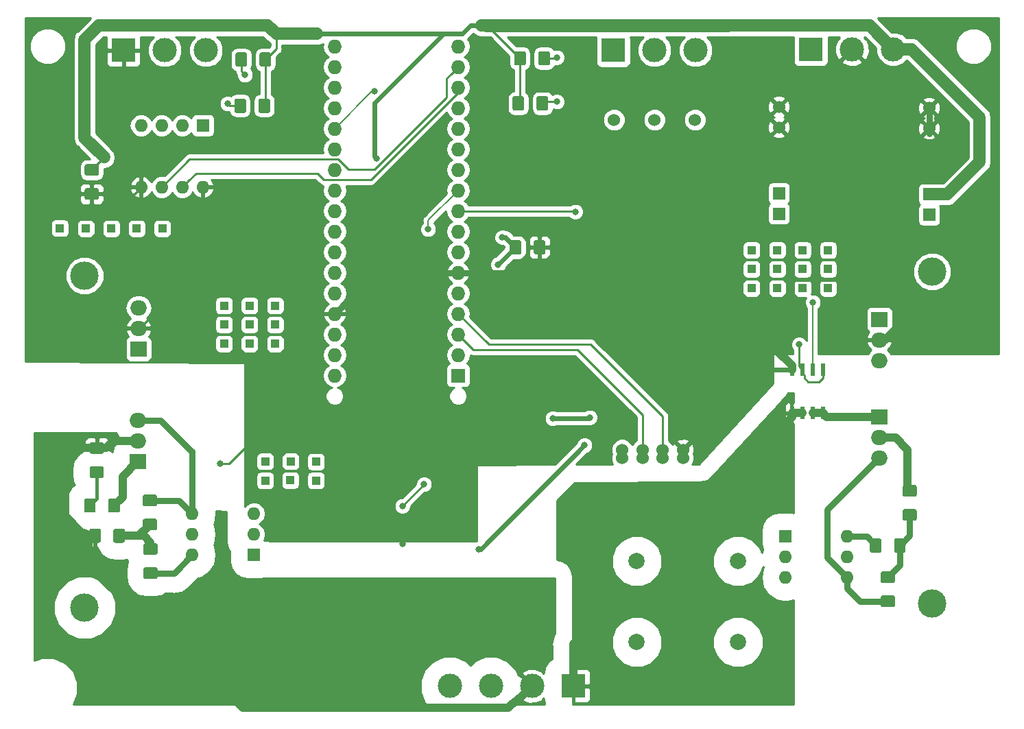
<source format=gbr>
G04 #@! TF.GenerationSoftware,KiCad,Pcbnew,5.0.2+dfsg1-1~bpo9+1*
G04 #@! TF.CreationDate,2019-06-26T12:15:30+03:00*
G04 #@! TF.ProjectId,SmartDimmer,536d6172-7444-4696-9d6d-65722e6b6963,rev?*
G04 #@! TF.SameCoordinates,Original*
G04 #@! TF.FileFunction,Copper,L2,Bot*
G04 #@! TF.FilePolarity,Positive*
%FSLAX46Y46*%
G04 Gerber Fmt 4.6, Leading zero omitted, Abs format (unit mm)*
G04 Created by KiCad (PCBNEW 5.0.2+dfsg1-1~bpo9+1) date Wed 26 Jun 2019 12:15:30 PM +03*
%MOMM*%
%LPD*%
G01*
G04 APERTURE LIST*
G04 #@! TA.AperFunction,ComponentPad*
%ADD10R,1.000000X1.000000*%
G04 #@! TD*
G04 #@! TA.AperFunction,ComponentPad*
%ADD11C,1.524000*%
G04 #@! TD*
G04 #@! TA.AperFunction,ComponentPad*
%ADD12R,1.524000X1.524000*%
G04 #@! TD*
G04 #@! TA.AperFunction,Conductor*
%ADD13C,0.100000*%
G04 #@! TD*
G04 #@! TA.AperFunction,SMDPad,CuDef*
%ADD14C,1.425000*%
G04 #@! TD*
G04 #@! TA.AperFunction,ComponentPad*
%ADD15O,1.727200X1.727200*%
G04 #@! TD*
G04 #@! TA.AperFunction,ComponentPad*
%ADD16R,1.727200X1.727200*%
G04 #@! TD*
G04 #@! TA.AperFunction,ComponentPad*
%ADD17C,2.000000*%
G04 #@! TD*
G04 #@! TA.AperFunction,ComponentPad*
%ADD18C,3.500000*%
G04 #@! TD*
G04 #@! TA.AperFunction,ComponentPad*
%ADD19C,3.000000*%
G04 #@! TD*
G04 #@! TA.AperFunction,ComponentPad*
%ADD20R,3.000000X3.000000*%
G04 #@! TD*
G04 #@! TA.AperFunction,ComponentPad*
%ADD21O,1.600000X1.600000*%
G04 #@! TD*
G04 #@! TA.AperFunction,ComponentPad*
%ADD22R,1.600000X1.600000*%
G04 #@! TD*
G04 #@! TA.AperFunction,SMDPad,CuDef*
%ADD23R,0.600000X1.550000*%
G04 #@! TD*
G04 #@! TA.AperFunction,ComponentPad*
%ADD24O,2.000000X1.905000*%
G04 #@! TD*
G04 #@! TA.AperFunction,ComponentPad*
%ADD25R,2.000000X1.905000*%
G04 #@! TD*
G04 #@! TA.AperFunction,ViaPad*
%ADD26C,0.800000*%
G04 #@! TD*
G04 #@! TA.AperFunction,Conductor*
%ADD27C,1.000000*%
G04 #@! TD*
G04 #@! TA.AperFunction,Conductor*
%ADD28C,0.200000*%
G04 #@! TD*
G04 #@! TA.AperFunction,Conductor*
%ADD29C,0.250000*%
G04 #@! TD*
G04 #@! TA.AperFunction,Conductor*
%ADD30C,1.500000*%
G04 #@! TD*
G04 #@! TA.AperFunction,Conductor*
%ADD31C,0.600000*%
G04 #@! TD*
G04 #@! TA.AperFunction,Conductor*
%ADD32C,0.800000*%
G04 #@! TD*
G04 #@! TA.AperFunction,Conductor*
%ADD33C,0.400000*%
G04 #@! TD*
G04 #@! TA.AperFunction,Conductor*
%ADD34C,0.254000*%
G04 #@! TD*
G04 APERTURE END LIST*
D10*
G04 #@! TO.P,J38,1*
G04 #@! TO.N,Net-(J38-Pad1)*
X138265001Y-96992001D03*
G04 #@! TD*
G04 #@! TO.P,J21,1*
G04 #@! TO.N,Net-(J21-Pad1)*
X140195001Y-111534001D03*
G04 #@! TD*
G04 #@! TO.P,J19,1*
G04 #@! TO.N,Net-(J19-Pad1)*
X137045001Y-113884001D03*
G04 #@! TD*
G04 #@! TO.P,J18,1*
G04 #@! TO.N,Net-(J18-Pad1)*
X138265001Y-94642001D03*
G04 #@! TD*
G04 #@! TO.P,J17,1*
G04 #@! TO.N,Net-(J17-Pad1)*
X135115001Y-96992001D03*
G04 #@! TD*
G04 #@! TO.P,J16,1*
G04 #@! TO.N,Net-(J16-Pad1)*
X137045001Y-111534001D03*
G04 #@! TD*
G04 #@! TO.P,J14,1*
G04 #@! TO.N,Net-(J14-Pad1)*
X140142000Y-113850000D03*
G04 #@! TD*
G04 #@! TO.P,J36,1*
G04 #@! TO.N,Net-(J36-Pad1)*
X138265001Y-92292001D03*
G04 #@! TD*
G04 #@! TO.P,J39,1*
G04 #@! TO.N,Net-(J39-Pad1)*
X135115001Y-94642001D03*
G04 #@! TD*
G04 #@! TO.P,J40,1*
G04 #@! TO.N,Net-(J40-Pad1)*
X131965001Y-96992001D03*
G04 #@! TD*
G04 #@! TO.P,J13,1*
G04 #@! TO.N,Net-(J13-Pad1)*
X114892999Y-82764999D03*
G04 #@! TD*
G04 #@! TO.P,J12,1*
G04 #@! TO.N,Net-(J12-Pad1)*
X143317000Y-113884001D03*
G04 #@! TD*
G04 #@! TO.P,J11,1*
G04 #@! TO.N,Net-(J11-Pad1)*
X135115001Y-92292001D03*
G04 #@! TD*
G04 #@! TO.P,J10,1*
G04 #@! TO.N,Net-(J10-Pad1)*
X131965001Y-94642001D03*
G04 #@! TD*
G04 #@! TO.P,J15,1*
G04 #@! TO.N,Net-(J15-Pad1)*
X206539001Y-90134001D03*
G04 #@! TD*
G04 #@! TO.P,J20,1*
G04 #@! TO.N,Net-(J20-Pad1)*
X118042999Y-82764999D03*
G04 #@! TD*
G04 #@! TO.P,J22,1*
G04 #@! TO.N,Net-(J22-Pad1)*
X111694000Y-82735000D03*
G04 #@! TD*
G04 #@! TO.P,J23,1*
G04 #@! TO.N,Net-(J23-Pad1)*
X131965001Y-92292001D03*
G04 #@! TD*
G04 #@! TO.P,J24,1*
G04 #@! TO.N,Net-(J24-Pad1)*
X206539001Y-87784001D03*
G04 #@! TD*
G04 #@! TO.P,J25,1*
G04 #@! TO.N,Net-(J25-Pad1)*
X203389001Y-90134001D03*
G04 #@! TD*
G04 #@! TO.P,J26,1*
G04 #@! TO.N,Net-(J26-Pad1)*
X121192999Y-82764999D03*
G04 #@! TD*
G04 #@! TO.P,J27,1*
G04 #@! TO.N,Net-(J27-Pad1)*
X143317000Y-111564000D03*
G04 #@! TD*
G04 #@! TO.P,J28,1*
G04 #@! TO.N,Net-(J28-Pad1)*
X206539001Y-85434001D03*
G04 #@! TD*
G04 #@! TO.P,J29,1*
G04 #@! TO.N,Net-(J29-Pad1)*
X203389001Y-87784001D03*
G04 #@! TD*
G04 #@! TO.P,J30,1*
G04 #@! TO.N,Net-(J30-Pad1)*
X200239001Y-90134001D03*
G04 #@! TD*
G04 #@! TO.P,J31,1*
G04 #@! TO.N,Net-(J31-Pad1)*
X124342999Y-82764999D03*
G04 #@! TD*
G04 #@! TO.P,J32,1*
G04 #@! TO.N,Net-(J32-Pad1)*
X203389001Y-85434001D03*
G04 #@! TD*
G04 #@! TO.P,J33,1*
G04 #@! TO.N,Net-(J33-Pad1)*
X200239001Y-87784001D03*
G04 #@! TD*
G04 #@! TO.P,J34,1*
G04 #@! TO.N,Net-(J34-Pad1)*
X197089001Y-90134001D03*
G04 #@! TD*
G04 #@! TO.P,J35,1*
G04 #@! TO.N,Net-(J35-Pad1)*
X200239001Y-85434001D03*
G04 #@! TD*
G04 #@! TO.P,J37,1*
G04 #@! TO.N,Net-(J37-Pad1)*
X197089001Y-87784001D03*
G04 #@! TD*
G04 #@! TO.P,J9,1*
G04 #@! TO.N,Net-(J9-Pad1)*
X197089001Y-85434001D03*
G04 #@! TD*
D11*
G04 #@! TO.P,DC-DC1,4*
G04 #@! TO.N,GNDA*
X219009000Y-67876000D03*
X219009000Y-70416000D03*
D12*
G04 #@! TO.P,DC-DC1,3*
G04 #@! TO.N,+5V*
X219009000Y-78544000D03*
X219009000Y-81084000D03*
D11*
G04 #@! TO.P,DC-DC1,1*
G04 #@! TO.N,GNDA*
X200467000Y-67749000D03*
X200467000Y-70289000D03*
D12*
G04 #@! TO.P,DC-DC1,2*
G04 #@! TO.N,VCC*
X200467000Y-80957000D03*
X200467000Y-78417000D03*
G04 #@! TD*
D11*
G04 #@! TO.P,U2,3*
G04 #@! TO.N,Net-(U2-Pad3)*
X186100000Y-111093000D03*
G04 #@! TO.P,U2,4*
G04 #@! TO.N,GNDA*
X188600000Y-111093000D03*
G04 #@! TO.P,U2,1*
G04 #@! TO.N,+5V*
X181100000Y-111093000D03*
G04 #@! TO.P,U2,2*
G04 #@! TO.N,Net-(U2-Pad2)*
X183600000Y-111093000D03*
G04 #@! TO.P,U2,4*
G04 #@! TO.N,GNDA*
X188600000Y-110093000D03*
G04 #@! TO.P,U2,3*
G04 #@! TO.N,Net-(U2-Pad3)*
X186100000Y-110093000D03*
G04 #@! TO.P,U2,2*
G04 #@! TO.N,Net-(U2-Pad2)*
X183600000Y-110093000D03*
G04 #@! TO.P,U2,1*
G04 #@! TO.N,+5V*
X181100000Y-110093000D03*
G04 #@! TO.P,U2,7*
G04 #@! TO.N,Net-(J4-Pad3)*
X190100000Y-69343000D03*
G04 #@! TO.P,U2,6*
G04 #@! TO.N,Net-(J4-Pad2)*
X185100000Y-69343000D03*
G04 #@! TO.P,U2,5*
G04 #@! TO.N,Net-(J4-Pad1)*
X180100000Y-69343000D03*
G04 #@! TD*
D13*
G04 #@! TO.N,Net-(D3-Pad2)*
G04 #@! TO.C,R18*
G36*
X171744004Y-66444204D02*
X171768273Y-66447804D01*
X171792071Y-66453765D01*
X171815171Y-66462030D01*
X171837349Y-66472520D01*
X171858393Y-66485133D01*
X171878098Y-66499747D01*
X171896277Y-66516223D01*
X171912753Y-66534402D01*
X171927367Y-66554107D01*
X171939980Y-66575151D01*
X171950470Y-66597329D01*
X171958735Y-66620429D01*
X171964696Y-66644227D01*
X171968296Y-66668496D01*
X171969500Y-66693000D01*
X171969500Y-67943000D01*
X171968296Y-67967504D01*
X171964696Y-67991773D01*
X171958735Y-68015571D01*
X171950470Y-68038671D01*
X171939980Y-68060849D01*
X171927367Y-68081893D01*
X171912753Y-68101598D01*
X171896277Y-68119777D01*
X171878098Y-68136253D01*
X171858393Y-68150867D01*
X171837349Y-68163480D01*
X171815171Y-68173970D01*
X171792071Y-68182235D01*
X171768273Y-68188196D01*
X171744004Y-68191796D01*
X171719500Y-68193000D01*
X170794500Y-68193000D01*
X170769996Y-68191796D01*
X170745727Y-68188196D01*
X170721929Y-68182235D01*
X170698829Y-68173970D01*
X170676651Y-68163480D01*
X170655607Y-68150867D01*
X170635902Y-68136253D01*
X170617723Y-68119777D01*
X170601247Y-68101598D01*
X170586633Y-68081893D01*
X170574020Y-68060849D01*
X170563530Y-68038671D01*
X170555265Y-68015571D01*
X170549304Y-67991773D01*
X170545704Y-67967504D01*
X170544500Y-67943000D01*
X170544500Y-66693000D01*
X170545704Y-66668496D01*
X170549304Y-66644227D01*
X170555265Y-66620429D01*
X170563530Y-66597329D01*
X170574020Y-66575151D01*
X170586633Y-66554107D01*
X170601247Y-66534402D01*
X170617723Y-66516223D01*
X170635902Y-66499747D01*
X170655607Y-66485133D01*
X170676651Y-66472520D01*
X170698829Y-66462030D01*
X170721929Y-66453765D01*
X170745727Y-66447804D01*
X170769996Y-66444204D01*
X170794500Y-66443000D01*
X171719500Y-66443000D01*
X171744004Y-66444204D01*
X171744004Y-66444204D01*
G37*
D14*
G04 #@! TD*
G04 #@! TO.P,R18,2*
G04 #@! TO.N,Net-(D3-Pad2)*
X171257000Y-67318000D03*
D13*
G04 #@! TO.N,+5V*
G04 #@! TO.C,R18*
G36*
X168769004Y-66444204D02*
X168793273Y-66447804D01*
X168817071Y-66453765D01*
X168840171Y-66462030D01*
X168862349Y-66472520D01*
X168883393Y-66485133D01*
X168903098Y-66499747D01*
X168921277Y-66516223D01*
X168937753Y-66534402D01*
X168952367Y-66554107D01*
X168964980Y-66575151D01*
X168975470Y-66597329D01*
X168983735Y-66620429D01*
X168989696Y-66644227D01*
X168993296Y-66668496D01*
X168994500Y-66693000D01*
X168994500Y-67943000D01*
X168993296Y-67967504D01*
X168989696Y-67991773D01*
X168983735Y-68015571D01*
X168975470Y-68038671D01*
X168964980Y-68060849D01*
X168952367Y-68081893D01*
X168937753Y-68101598D01*
X168921277Y-68119777D01*
X168903098Y-68136253D01*
X168883393Y-68150867D01*
X168862349Y-68163480D01*
X168840171Y-68173970D01*
X168817071Y-68182235D01*
X168793273Y-68188196D01*
X168769004Y-68191796D01*
X168744500Y-68193000D01*
X167819500Y-68193000D01*
X167794996Y-68191796D01*
X167770727Y-68188196D01*
X167746929Y-68182235D01*
X167723829Y-68173970D01*
X167701651Y-68163480D01*
X167680607Y-68150867D01*
X167660902Y-68136253D01*
X167642723Y-68119777D01*
X167626247Y-68101598D01*
X167611633Y-68081893D01*
X167599020Y-68060849D01*
X167588530Y-68038671D01*
X167580265Y-68015571D01*
X167574304Y-67991773D01*
X167570704Y-67967504D01*
X167569500Y-67943000D01*
X167569500Y-66693000D01*
X167570704Y-66668496D01*
X167574304Y-66644227D01*
X167580265Y-66620429D01*
X167588530Y-66597329D01*
X167599020Y-66575151D01*
X167611633Y-66554107D01*
X167626247Y-66534402D01*
X167642723Y-66516223D01*
X167660902Y-66499747D01*
X167680607Y-66485133D01*
X167701651Y-66472520D01*
X167723829Y-66462030D01*
X167746929Y-66453765D01*
X167770727Y-66447804D01*
X167794996Y-66444204D01*
X167819500Y-66443000D01*
X168744500Y-66443000D01*
X168769004Y-66444204D01*
X168769004Y-66444204D01*
G37*
D14*
G04 #@! TD*
G04 #@! TO.P,R18,1*
G04 #@! TO.N,+5V*
X168282000Y-67318000D03*
D13*
G04 #@! TO.N,+5V*
G04 #@! TO.C,R19*
G36*
X168986504Y-60890206D02*
X169010773Y-60893806D01*
X169034571Y-60899767D01*
X169057671Y-60908032D01*
X169079849Y-60918522D01*
X169100893Y-60931135D01*
X169120598Y-60945749D01*
X169138777Y-60962225D01*
X169155253Y-60980404D01*
X169169867Y-61000109D01*
X169182480Y-61021153D01*
X169192970Y-61043331D01*
X169201235Y-61066431D01*
X169207196Y-61090229D01*
X169210796Y-61114498D01*
X169212000Y-61139002D01*
X169212000Y-62389002D01*
X169210796Y-62413506D01*
X169207196Y-62437775D01*
X169201235Y-62461573D01*
X169192970Y-62484673D01*
X169182480Y-62506851D01*
X169169867Y-62527895D01*
X169155253Y-62547600D01*
X169138777Y-62565779D01*
X169120598Y-62582255D01*
X169100893Y-62596869D01*
X169079849Y-62609482D01*
X169057671Y-62619972D01*
X169034571Y-62628237D01*
X169010773Y-62634198D01*
X168986504Y-62637798D01*
X168962000Y-62639002D01*
X168037000Y-62639002D01*
X168012496Y-62637798D01*
X167988227Y-62634198D01*
X167964429Y-62628237D01*
X167941329Y-62619972D01*
X167919151Y-62609482D01*
X167898107Y-62596869D01*
X167878402Y-62582255D01*
X167860223Y-62565779D01*
X167843747Y-62547600D01*
X167829133Y-62527895D01*
X167816520Y-62506851D01*
X167806030Y-62484673D01*
X167797765Y-62461573D01*
X167791804Y-62437775D01*
X167788204Y-62413506D01*
X167787000Y-62389002D01*
X167787000Y-61139002D01*
X167788204Y-61114498D01*
X167791804Y-61090229D01*
X167797765Y-61066431D01*
X167806030Y-61043331D01*
X167816520Y-61021153D01*
X167829133Y-61000109D01*
X167843747Y-60980404D01*
X167860223Y-60962225D01*
X167878402Y-60945749D01*
X167898107Y-60931135D01*
X167919151Y-60918522D01*
X167941329Y-60908032D01*
X167964429Y-60899767D01*
X167988227Y-60893806D01*
X168012496Y-60890206D01*
X168037000Y-60889002D01*
X168962000Y-60889002D01*
X168986504Y-60890206D01*
X168986504Y-60890206D01*
G37*
D14*
G04 #@! TD*
G04 #@! TO.P,R19,1*
G04 #@! TO.N,+5V*
X168499500Y-61764002D03*
D13*
G04 #@! TO.N,Net-(D4-Pad2)*
G04 #@! TO.C,R19*
G36*
X171961504Y-60890206D02*
X171985773Y-60893806D01*
X172009571Y-60899767D01*
X172032671Y-60908032D01*
X172054849Y-60918522D01*
X172075893Y-60931135D01*
X172095598Y-60945749D01*
X172113777Y-60962225D01*
X172130253Y-60980404D01*
X172144867Y-61000109D01*
X172157480Y-61021153D01*
X172167970Y-61043331D01*
X172176235Y-61066431D01*
X172182196Y-61090229D01*
X172185796Y-61114498D01*
X172187000Y-61139002D01*
X172187000Y-62389002D01*
X172185796Y-62413506D01*
X172182196Y-62437775D01*
X172176235Y-62461573D01*
X172167970Y-62484673D01*
X172157480Y-62506851D01*
X172144867Y-62527895D01*
X172130253Y-62547600D01*
X172113777Y-62565779D01*
X172095598Y-62582255D01*
X172075893Y-62596869D01*
X172054849Y-62609482D01*
X172032671Y-62619972D01*
X172009571Y-62628237D01*
X171985773Y-62634198D01*
X171961504Y-62637798D01*
X171937000Y-62639002D01*
X171012000Y-62639002D01*
X170987496Y-62637798D01*
X170963227Y-62634198D01*
X170939429Y-62628237D01*
X170916329Y-62619972D01*
X170894151Y-62609482D01*
X170873107Y-62596869D01*
X170853402Y-62582255D01*
X170835223Y-62565779D01*
X170818747Y-62547600D01*
X170804133Y-62527895D01*
X170791520Y-62506851D01*
X170781030Y-62484673D01*
X170772765Y-62461573D01*
X170766804Y-62437775D01*
X170763204Y-62413506D01*
X170762000Y-62389002D01*
X170762000Y-61139002D01*
X170763204Y-61114498D01*
X170766804Y-61090229D01*
X170772765Y-61066431D01*
X170781030Y-61043331D01*
X170791520Y-61021153D01*
X170804133Y-61000109D01*
X170818747Y-60980404D01*
X170835223Y-60962225D01*
X170853402Y-60945749D01*
X170873107Y-60931135D01*
X170894151Y-60918522D01*
X170916329Y-60908032D01*
X170939429Y-60899767D01*
X170963227Y-60893806D01*
X170987496Y-60890206D01*
X171012000Y-60889002D01*
X171937000Y-60889002D01*
X171961504Y-60890206D01*
X171961504Y-60890206D01*
G37*
D14*
G04 #@! TD*
G04 #@! TO.P,R19,2*
G04 #@! TO.N,Net-(D4-Pad2)*
X171474500Y-61764002D03*
D13*
G04 #@! TO.N,Net-(D1-Pad2)*
G04 #@! TO.C,R16*
G36*
X134569504Y-61033204D02*
X134593773Y-61036804D01*
X134617571Y-61042765D01*
X134640671Y-61051030D01*
X134662849Y-61061520D01*
X134683893Y-61074133D01*
X134703598Y-61088747D01*
X134721777Y-61105223D01*
X134738253Y-61123402D01*
X134752867Y-61143107D01*
X134765480Y-61164151D01*
X134775970Y-61186329D01*
X134784235Y-61209429D01*
X134790196Y-61233227D01*
X134793796Y-61257496D01*
X134795000Y-61282000D01*
X134795000Y-62532000D01*
X134793796Y-62556504D01*
X134790196Y-62580773D01*
X134784235Y-62604571D01*
X134775970Y-62627671D01*
X134765480Y-62649849D01*
X134752867Y-62670893D01*
X134738253Y-62690598D01*
X134721777Y-62708777D01*
X134703598Y-62725253D01*
X134683893Y-62739867D01*
X134662849Y-62752480D01*
X134640671Y-62762970D01*
X134617571Y-62771235D01*
X134593773Y-62777196D01*
X134569504Y-62780796D01*
X134545000Y-62782000D01*
X133620000Y-62782000D01*
X133595496Y-62780796D01*
X133571227Y-62777196D01*
X133547429Y-62771235D01*
X133524329Y-62762970D01*
X133502151Y-62752480D01*
X133481107Y-62739867D01*
X133461402Y-62725253D01*
X133443223Y-62708777D01*
X133426747Y-62690598D01*
X133412133Y-62670893D01*
X133399520Y-62649849D01*
X133389030Y-62627671D01*
X133380765Y-62604571D01*
X133374804Y-62580773D01*
X133371204Y-62556504D01*
X133370000Y-62532000D01*
X133370000Y-61282000D01*
X133371204Y-61257496D01*
X133374804Y-61233227D01*
X133380765Y-61209429D01*
X133389030Y-61186329D01*
X133399520Y-61164151D01*
X133412133Y-61143107D01*
X133426747Y-61123402D01*
X133443223Y-61105223D01*
X133461402Y-61088747D01*
X133481107Y-61074133D01*
X133502151Y-61061520D01*
X133524329Y-61051030D01*
X133547429Y-61042765D01*
X133571227Y-61036804D01*
X133595496Y-61033204D01*
X133620000Y-61032000D01*
X134545000Y-61032000D01*
X134569504Y-61033204D01*
X134569504Y-61033204D01*
G37*
D14*
G04 #@! TD*
G04 #@! TO.P,R16,2*
G04 #@! TO.N,Net-(D1-Pad2)*
X134082500Y-61907000D03*
D13*
G04 #@! TO.N,+5V*
G04 #@! TO.C,R16*
G36*
X137544504Y-61033204D02*
X137568773Y-61036804D01*
X137592571Y-61042765D01*
X137615671Y-61051030D01*
X137637849Y-61061520D01*
X137658893Y-61074133D01*
X137678598Y-61088747D01*
X137696777Y-61105223D01*
X137713253Y-61123402D01*
X137727867Y-61143107D01*
X137740480Y-61164151D01*
X137750970Y-61186329D01*
X137759235Y-61209429D01*
X137765196Y-61233227D01*
X137768796Y-61257496D01*
X137770000Y-61282000D01*
X137770000Y-62532000D01*
X137768796Y-62556504D01*
X137765196Y-62580773D01*
X137759235Y-62604571D01*
X137750970Y-62627671D01*
X137740480Y-62649849D01*
X137727867Y-62670893D01*
X137713253Y-62690598D01*
X137696777Y-62708777D01*
X137678598Y-62725253D01*
X137658893Y-62739867D01*
X137637849Y-62752480D01*
X137615671Y-62762970D01*
X137592571Y-62771235D01*
X137568773Y-62777196D01*
X137544504Y-62780796D01*
X137520000Y-62782000D01*
X136595000Y-62782000D01*
X136570496Y-62780796D01*
X136546227Y-62777196D01*
X136522429Y-62771235D01*
X136499329Y-62762970D01*
X136477151Y-62752480D01*
X136456107Y-62739867D01*
X136436402Y-62725253D01*
X136418223Y-62708777D01*
X136401747Y-62690598D01*
X136387133Y-62670893D01*
X136374520Y-62649849D01*
X136364030Y-62627671D01*
X136355765Y-62604571D01*
X136349804Y-62580773D01*
X136346204Y-62556504D01*
X136345000Y-62532000D01*
X136345000Y-61282000D01*
X136346204Y-61257496D01*
X136349804Y-61233227D01*
X136355765Y-61209429D01*
X136364030Y-61186329D01*
X136374520Y-61164151D01*
X136387133Y-61143107D01*
X136401747Y-61123402D01*
X136418223Y-61105223D01*
X136436402Y-61088747D01*
X136456107Y-61074133D01*
X136477151Y-61061520D01*
X136499329Y-61051030D01*
X136522429Y-61042765D01*
X136546227Y-61036804D01*
X136570496Y-61033204D01*
X136595000Y-61032000D01*
X137520000Y-61032000D01*
X137544504Y-61033204D01*
X137544504Y-61033204D01*
G37*
D14*
G04 #@! TD*
G04 #@! TO.P,R16,1*
G04 #@! TO.N,+5V*
X137057500Y-61907000D03*
D13*
G04 #@! TO.N,+5V*
G04 #@! TO.C,R17*
G36*
X137417504Y-66748204D02*
X137441773Y-66751804D01*
X137465571Y-66757765D01*
X137488671Y-66766030D01*
X137510849Y-66776520D01*
X137531893Y-66789133D01*
X137551598Y-66803747D01*
X137569777Y-66820223D01*
X137586253Y-66838402D01*
X137600867Y-66858107D01*
X137613480Y-66879151D01*
X137623970Y-66901329D01*
X137632235Y-66924429D01*
X137638196Y-66948227D01*
X137641796Y-66972496D01*
X137643000Y-66997000D01*
X137643000Y-68247000D01*
X137641796Y-68271504D01*
X137638196Y-68295773D01*
X137632235Y-68319571D01*
X137623970Y-68342671D01*
X137613480Y-68364849D01*
X137600867Y-68385893D01*
X137586253Y-68405598D01*
X137569777Y-68423777D01*
X137551598Y-68440253D01*
X137531893Y-68454867D01*
X137510849Y-68467480D01*
X137488671Y-68477970D01*
X137465571Y-68486235D01*
X137441773Y-68492196D01*
X137417504Y-68495796D01*
X137393000Y-68497000D01*
X136468000Y-68497000D01*
X136443496Y-68495796D01*
X136419227Y-68492196D01*
X136395429Y-68486235D01*
X136372329Y-68477970D01*
X136350151Y-68467480D01*
X136329107Y-68454867D01*
X136309402Y-68440253D01*
X136291223Y-68423777D01*
X136274747Y-68405598D01*
X136260133Y-68385893D01*
X136247520Y-68364849D01*
X136237030Y-68342671D01*
X136228765Y-68319571D01*
X136222804Y-68295773D01*
X136219204Y-68271504D01*
X136218000Y-68247000D01*
X136218000Y-66997000D01*
X136219204Y-66972496D01*
X136222804Y-66948227D01*
X136228765Y-66924429D01*
X136237030Y-66901329D01*
X136247520Y-66879151D01*
X136260133Y-66858107D01*
X136274747Y-66838402D01*
X136291223Y-66820223D01*
X136309402Y-66803747D01*
X136329107Y-66789133D01*
X136350151Y-66776520D01*
X136372329Y-66766030D01*
X136395429Y-66757765D01*
X136419227Y-66751804D01*
X136443496Y-66748204D01*
X136468000Y-66747000D01*
X137393000Y-66747000D01*
X137417504Y-66748204D01*
X137417504Y-66748204D01*
G37*
D14*
G04 #@! TD*
G04 #@! TO.P,R17,1*
G04 #@! TO.N,+5V*
X136930500Y-67622000D03*
D13*
G04 #@! TO.N,Net-(D2-Pad2)*
G04 #@! TO.C,R17*
G36*
X134442504Y-66748204D02*
X134466773Y-66751804D01*
X134490571Y-66757765D01*
X134513671Y-66766030D01*
X134535849Y-66776520D01*
X134556893Y-66789133D01*
X134576598Y-66803747D01*
X134594777Y-66820223D01*
X134611253Y-66838402D01*
X134625867Y-66858107D01*
X134638480Y-66879151D01*
X134648970Y-66901329D01*
X134657235Y-66924429D01*
X134663196Y-66948227D01*
X134666796Y-66972496D01*
X134668000Y-66997000D01*
X134668000Y-68247000D01*
X134666796Y-68271504D01*
X134663196Y-68295773D01*
X134657235Y-68319571D01*
X134648970Y-68342671D01*
X134638480Y-68364849D01*
X134625867Y-68385893D01*
X134611253Y-68405598D01*
X134594777Y-68423777D01*
X134576598Y-68440253D01*
X134556893Y-68454867D01*
X134535849Y-68467480D01*
X134513671Y-68477970D01*
X134490571Y-68486235D01*
X134466773Y-68492196D01*
X134442504Y-68495796D01*
X134418000Y-68497000D01*
X133493000Y-68497000D01*
X133468496Y-68495796D01*
X133444227Y-68492196D01*
X133420429Y-68486235D01*
X133397329Y-68477970D01*
X133375151Y-68467480D01*
X133354107Y-68454867D01*
X133334402Y-68440253D01*
X133316223Y-68423777D01*
X133299747Y-68405598D01*
X133285133Y-68385893D01*
X133272520Y-68364849D01*
X133262030Y-68342671D01*
X133253765Y-68319571D01*
X133247804Y-68295773D01*
X133244204Y-68271504D01*
X133243000Y-68247000D01*
X133243000Y-66997000D01*
X133244204Y-66972496D01*
X133247804Y-66948227D01*
X133253765Y-66924429D01*
X133262030Y-66901329D01*
X133272520Y-66879151D01*
X133285133Y-66858107D01*
X133299747Y-66838402D01*
X133316223Y-66820223D01*
X133334402Y-66803747D01*
X133354107Y-66789133D01*
X133375151Y-66776520D01*
X133397329Y-66766030D01*
X133420429Y-66757765D01*
X133444227Y-66751804D01*
X133468496Y-66748204D01*
X133493000Y-66747000D01*
X134418000Y-66747000D01*
X134442504Y-66748204D01*
X134442504Y-66748204D01*
G37*
D14*
G04 #@! TD*
G04 #@! TO.P,R17,2*
G04 #@! TO.N,Net-(D2-Pad2)*
X133955500Y-67622000D03*
D13*
G04 #@! TO.N,Net-(C13-Pad2)*
G04 #@! TO.C,C13*
G36*
X118865304Y-116093204D02*
X118889573Y-116096804D01*
X118913371Y-116102765D01*
X118936471Y-116111030D01*
X118958649Y-116121520D01*
X118979693Y-116134133D01*
X118999398Y-116148747D01*
X119017577Y-116165223D01*
X119034053Y-116183402D01*
X119048667Y-116203107D01*
X119061280Y-116224151D01*
X119071770Y-116246329D01*
X119080035Y-116269429D01*
X119085996Y-116293227D01*
X119089596Y-116317496D01*
X119090800Y-116342000D01*
X119090800Y-117592000D01*
X119089596Y-117616504D01*
X119085996Y-117640773D01*
X119080035Y-117664571D01*
X119071770Y-117687671D01*
X119061280Y-117709849D01*
X119048667Y-117730893D01*
X119034053Y-117750598D01*
X119017577Y-117768777D01*
X118999398Y-117785253D01*
X118979693Y-117799867D01*
X118958649Y-117812480D01*
X118936471Y-117822970D01*
X118913371Y-117831235D01*
X118889573Y-117837196D01*
X118865304Y-117840796D01*
X118840800Y-117842000D01*
X117915800Y-117842000D01*
X117891296Y-117840796D01*
X117867027Y-117837196D01*
X117843229Y-117831235D01*
X117820129Y-117822970D01*
X117797951Y-117812480D01*
X117776907Y-117799867D01*
X117757202Y-117785253D01*
X117739023Y-117768777D01*
X117722547Y-117750598D01*
X117707933Y-117730893D01*
X117695320Y-117709849D01*
X117684830Y-117687671D01*
X117676565Y-117664571D01*
X117670604Y-117640773D01*
X117667004Y-117616504D01*
X117665800Y-117592000D01*
X117665800Y-116342000D01*
X117667004Y-116317496D01*
X117670604Y-116293227D01*
X117676565Y-116269429D01*
X117684830Y-116246329D01*
X117695320Y-116224151D01*
X117707933Y-116203107D01*
X117722547Y-116183402D01*
X117739023Y-116165223D01*
X117757202Y-116148747D01*
X117776907Y-116134133D01*
X117797951Y-116121520D01*
X117820129Y-116111030D01*
X117843229Y-116102765D01*
X117867027Y-116096804D01*
X117891296Y-116093204D01*
X117915800Y-116092000D01*
X118840800Y-116092000D01*
X118865304Y-116093204D01*
X118865304Y-116093204D01*
G37*
D14*
G04 #@! TD*
G04 #@! TO.P,C13,2*
G04 #@! TO.N,Net-(C13-Pad2)*
X118378300Y-116967000D03*
D13*
G04 #@! TO.N,Net-(C13-Pad1)*
G04 #@! TO.C,C13*
G36*
X115890304Y-116093204D02*
X115914573Y-116096804D01*
X115938371Y-116102765D01*
X115961471Y-116111030D01*
X115983649Y-116121520D01*
X116004693Y-116134133D01*
X116024398Y-116148747D01*
X116042577Y-116165223D01*
X116059053Y-116183402D01*
X116073667Y-116203107D01*
X116086280Y-116224151D01*
X116096770Y-116246329D01*
X116105035Y-116269429D01*
X116110996Y-116293227D01*
X116114596Y-116317496D01*
X116115800Y-116342000D01*
X116115800Y-117592000D01*
X116114596Y-117616504D01*
X116110996Y-117640773D01*
X116105035Y-117664571D01*
X116096770Y-117687671D01*
X116086280Y-117709849D01*
X116073667Y-117730893D01*
X116059053Y-117750598D01*
X116042577Y-117768777D01*
X116024398Y-117785253D01*
X116004693Y-117799867D01*
X115983649Y-117812480D01*
X115961471Y-117822970D01*
X115938371Y-117831235D01*
X115914573Y-117837196D01*
X115890304Y-117840796D01*
X115865800Y-117842000D01*
X114940800Y-117842000D01*
X114916296Y-117840796D01*
X114892027Y-117837196D01*
X114868229Y-117831235D01*
X114845129Y-117822970D01*
X114822951Y-117812480D01*
X114801907Y-117799867D01*
X114782202Y-117785253D01*
X114764023Y-117768777D01*
X114747547Y-117750598D01*
X114732933Y-117730893D01*
X114720320Y-117709849D01*
X114709830Y-117687671D01*
X114701565Y-117664571D01*
X114695604Y-117640773D01*
X114692004Y-117616504D01*
X114690800Y-117592000D01*
X114690800Y-116342000D01*
X114692004Y-116317496D01*
X114695604Y-116293227D01*
X114701565Y-116269429D01*
X114709830Y-116246329D01*
X114720320Y-116224151D01*
X114732933Y-116203107D01*
X114747547Y-116183402D01*
X114764023Y-116165223D01*
X114782202Y-116148747D01*
X114801907Y-116134133D01*
X114822951Y-116121520D01*
X114845129Y-116111030D01*
X114868229Y-116102765D01*
X114892027Y-116096804D01*
X114916296Y-116093204D01*
X114940800Y-116092000D01*
X115865800Y-116092000D01*
X115890304Y-116093204D01*
X115890304Y-116093204D01*
G37*
D14*
G04 #@! TD*
G04 #@! TO.P,C13,1*
G04 #@! TO.N,Net-(C13-Pad1)*
X115403300Y-116967000D03*
D13*
G04 #@! TO.N,Net-(C6-Pad2)*
G04 #@! TO.C,C6*
G36*
X214549593Y-128083882D02*
X214573862Y-128087482D01*
X214597660Y-128093443D01*
X214620760Y-128101708D01*
X214642938Y-128112198D01*
X214663982Y-128124811D01*
X214683687Y-128139425D01*
X214701866Y-128155901D01*
X214718342Y-128174080D01*
X214732956Y-128193785D01*
X214745569Y-128214829D01*
X214756059Y-128237007D01*
X214764324Y-128260107D01*
X214770285Y-128283905D01*
X214773885Y-128308174D01*
X214775089Y-128332678D01*
X214775089Y-129257678D01*
X214773885Y-129282182D01*
X214770285Y-129306451D01*
X214764324Y-129330249D01*
X214756059Y-129353349D01*
X214745569Y-129375527D01*
X214732956Y-129396571D01*
X214718342Y-129416276D01*
X214701866Y-129434455D01*
X214683687Y-129450931D01*
X214663982Y-129465545D01*
X214642938Y-129478158D01*
X214620760Y-129488648D01*
X214597660Y-129496913D01*
X214573862Y-129502874D01*
X214549593Y-129506474D01*
X214525089Y-129507678D01*
X213275089Y-129507678D01*
X213250585Y-129506474D01*
X213226316Y-129502874D01*
X213202518Y-129496913D01*
X213179418Y-129488648D01*
X213157240Y-129478158D01*
X213136196Y-129465545D01*
X213116491Y-129450931D01*
X213098312Y-129434455D01*
X213081836Y-129416276D01*
X213067222Y-129396571D01*
X213054609Y-129375527D01*
X213044119Y-129353349D01*
X213035854Y-129330249D01*
X213029893Y-129306451D01*
X213026293Y-129282182D01*
X213025089Y-129257678D01*
X213025089Y-128332678D01*
X213026293Y-128308174D01*
X213029893Y-128283905D01*
X213035854Y-128260107D01*
X213044119Y-128237007D01*
X213054609Y-128214829D01*
X213067222Y-128193785D01*
X213081836Y-128174080D01*
X213098312Y-128155901D01*
X213116491Y-128139425D01*
X213136196Y-128124811D01*
X213157240Y-128112198D01*
X213179418Y-128101708D01*
X213202518Y-128093443D01*
X213226316Y-128087482D01*
X213250585Y-128083882D01*
X213275089Y-128082678D01*
X214525089Y-128082678D01*
X214549593Y-128083882D01*
X214549593Y-128083882D01*
G37*
D14*
G04 #@! TD*
G04 #@! TO.P,C6,2*
G04 #@! TO.N,Net-(C6-Pad2)*
X213900089Y-128795178D03*
D13*
G04 #@! TO.N,Net-(C6-Pad1)*
G04 #@! TO.C,C6*
G36*
X214549593Y-125108882D02*
X214573862Y-125112482D01*
X214597660Y-125118443D01*
X214620760Y-125126708D01*
X214642938Y-125137198D01*
X214663982Y-125149811D01*
X214683687Y-125164425D01*
X214701866Y-125180901D01*
X214718342Y-125199080D01*
X214732956Y-125218785D01*
X214745569Y-125239829D01*
X214756059Y-125262007D01*
X214764324Y-125285107D01*
X214770285Y-125308905D01*
X214773885Y-125333174D01*
X214775089Y-125357678D01*
X214775089Y-126282678D01*
X214773885Y-126307182D01*
X214770285Y-126331451D01*
X214764324Y-126355249D01*
X214756059Y-126378349D01*
X214745569Y-126400527D01*
X214732956Y-126421571D01*
X214718342Y-126441276D01*
X214701866Y-126459455D01*
X214683687Y-126475931D01*
X214663982Y-126490545D01*
X214642938Y-126503158D01*
X214620760Y-126513648D01*
X214597660Y-126521913D01*
X214573862Y-126527874D01*
X214549593Y-126531474D01*
X214525089Y-126532678D01*
X213275089Y-126532678D01*
X213250585Y-126531474D01*
X213226316Y-126527874D01*
X213202518Y-126521913D01*
X213179418Y-126513648D01*
X213157240Y-126503158D01*
X213136196Y-126490545D01*
X213116491Y-126475931D01*
X213098312Y-126459455D01*
X213081836Y-126441276D01*
X213067222Y-126421571D01*
X213054609Y-126400527D01*
X213044119Y-126378349D01*
X213035854Y-126355249D01*
X213029893Y-126331451D01*
X213026293Y-126307182D01*
X213025089Y-126282678D01*
X213025089Y-125357678D01*
X213026293Y-125333174D01*
X213029893Y-125308905D01*
X213035854Y-125285107D01*
X213044119Y-125262007D01*
X213054609Y-125239829D01*
X213067222Y-125218785D01*
X213081836Y-125199080D01*
X213098312Y-125180901D01*
X213116491Y-125164425D01*
X213136196Y-125149811D01*
X213157240Y-125137198D01*
X213179418Y-125126708D01*
X213202518Y-125118443D01*
X213226316Y-125112482D01*
X213250585Y-125108882D01*
X213275089Y-125107678D01*
X214525089Y-125107678D01*
X214549593Y-125108882D01*
X214549593Y-125108882D01*
G37*
D14*
G04 #@! TD*
G04 #@! TO.P,C6,1*
G04 #@! TO.N,Net-(C6-Pad1)*
X213900089Y-125820178D03*
D13*
G04 #@! TO.N,Net-(C10-Pad2)*
G04 #@! TO.C,C10*
G36*
X123458504Y-115631804D02*
X123482773Y-115635404D01*
X123506571Y-115641365D01*
X123529671Y-115649630D01*
X123551849Y-115660120D01*
X123572893Y-115672733D01*
X123592598Y-115687347D01*
X123610777Y-115703823D01*
X123627253Y-115722002D01*
X123641867Y-115741707D01*
X123654480Y-115762751D01*
X123664970Y-115784929D01*
X123673235Y-115808029D01*
X123679196Y-115831827D01*
X123682796Y-115856096D01*
X123684000Y-115880600D01*
X123684000Y-116805600D01*
X123682796Y-116830104D01*
X123679196Y-116854373D01*
X123673235Y-116878171D01*
X123664970Y-116901271D01*
X123654480Y-116923449D01*
X123641867Y-116944493D01*
X123627253Y-116964198D01*
X123610777Y-116982377D01*
X123592598Y-116998853D01*
X123572893Y-117013467D01*
X123551849Y-117026080D01*
X123529671Y-117036570D01*
X123506571Y-117044835D01*
X123482773Y-117050796D01*
X123458504Y-117054396D01*
X123434000Y-117055600D01*
X122184000Y-117055600D01*
X122159496Y-117054396D01*
X122135227Y-117050796D01*
X122111429Y-117044835D01*
X122088329Y-117036570D01*
X122066151Y-117026080D01*
X122045107Y-117013467D01*
X122025402Y-116998853D01*
X122007223Y-116982377D01*
X121990747Y-116964198D01*
X121976133Y-116944493D01*
X121963520Y-116923449D01*
X121953030Y-116901271D01*
X121944765Y-116878171D01*
X121938804Y-116854373D01*
X121935204Y-116830104D01*
X121934000Y-116805600D01*
X121934000Y-115880600D01*
X121935204Y-115856096D01*
X121938804Y-115831827D01*
X121944765Y-115808029D01*
X121953030Y-115784929D01*
X121963520Y-115762751D01*
X121976133Y-115741707D01*
X121990747Y-115722002D01*
X122007223Y-115703823D01*
X122025402Y-115687347D01*
X122045107Y-115672733D01*
X122066151Y-115660120D01*
X122088329Y-115649630D01*
X122111429Y-115641365D01*
X122135227Y-115635404D01*
X122159496Y-115631804D01*
X122184000Y-115630600D01*
X123434000Y-115630600D01*
X123458504Y-115631804D01*
X123458504Y-115631804D01*
G37*
D14*
G04 #@! TD*
G04 #@! TO.P,C10,2*
G04 #@! TO.N,Net-(C10-Pad2)*
X122809000Y-116343100D03*
D13*
G04 #@! TO.N,Net-(C10-Pad1)*
G04 #@! TO.C,C10*
G36*
X123458504Y-118606804D02*
X123482773Y-118610404D01*
X123506571Y-118616365D01*
X123529671Y-118624630D01*
X123551849Y-118635120D01*
X123572893Y-118647733D01*
X123592598Y-118662347D01*
X123610777Y-118678823D01*
X123627253Y-118697002D01*
X123641867Y-118716707D01*
X123654480Y-118737751D01*
X123664970Y-118759929D01*
X123673235Y-118783029D01*
X123679196Y-118806827D01*
X123682796Y-118831096D01*
X123684000Y-118855600D01*
X123684000Y-119780600D01*
X123682796Y-119805104D01*
X123679196Y-119829373D01*
X123673235Y-119853171D01*
X123664970Y-119876271D01*
X123654480Y-119898449D01*
X123641867Y-119919493D01*
X123627253Y-119939198D01*
X123610777Y-119957377D01*
X123592598Y-119973853D01*
X123572893Y-119988467D01*
X123551849Y-120001080D01*
X123529671Y-120011570D01*
X123506571Y-120019835D01*
X123482773Y-120025796D01*
X123458504Y-120029396D01*
X123434000Y-120030600D01*
X122184000Y-120030600D01*
X122159496Y-120029396D01*
X122135227Y-120025796D01*
X122111429Y-120019835D01*
X122088329Y-120011570D01*
X122066151Y-120001080D01*
X122045107Y-119988467D01*
X122025402Y-119973853D01*
X122007223Y-119957377D01*
X121990747Y-119939198D01*
X121976133Y-119919493D01*
X121963520Y-119898449D01*
X121953030Y-119876271D01*
X121944765Y-119853171D01*
X121938804Y-119829373D01*
X121935204Y-119805104D01*
X121934000Y-119780600D01*
X121934000Y-118855600D01*
X121935204Y-118831096D01*
X121938804Y-118806827D01*
X121944765Y-118783029D01*
X121953030Y-118759929D01*
X121963520Y-118737751D01*
X121976133Y-118716707D01*
X121990747Y-118697002D01*
X122007223Y-118678823D01*
X122025402Y-118662347D01*
X122045107Y-118647733D01*
X122066151Y-118635120D01*
X122088329Y-118624630D01*
X122111429Y-118616365D01*
X122135227Y-118610404D01*
X122159496Y-118606804D01*
X122184000Y-118605600D01*
X123434000Y-118605600D01*
X123458504Y-118606804D01*
X123458504Y-118606804D01*
G37*
D14*
G04 #@! TD*
G04 #@! TO.P,C10,1*
G04 #@! TO.N,Net-(C10-Pad1)*
X122809000Y-119318100D03*
D15*
G04 #@! TO.P,XA1,MISO*
G04 #@! TO.N,Net-(XA1-PadMISO)*
X145620000Y-98384000D03*
G04 #@! TO.P,XA1,A5*
G04 #@! TO.N,+2V5*
X145620000Y-80604000D03*
G04 #@! TO.P,XA1,A4*
G04 #@! TO.N,/VAmpSense-*
X145620000Y-78064000D03*
G04 #@! TO.P,XA1,A3*
G04 #@! TO.N,temp_sense_1*
X145620000Y-75524000D03*
G04 #@! TO.P,XA1,A2*
G04 #@! TO.N,CS_1*
X145620000Y-72984000D03*
G04 #@! TO.P,XA1,A1*
G04 #@! TO.N,CS_2*
X145620000Y-70444000D03*
G04 #@! TO.P,XA1,*
G04 #@! TO.N,*
X145620000Y-85684000D03*
G04 #@! TO.P,XA1,D11*
G04 #@! TO.N,Switch_1*
X160860000Y-62824000D03*
G04 #@! TO.P,XA1,D12*
G04 #@! TO.N,Net-(D4-Pad1)*
X160860000Y-60284000D03*
G04 #@! TO.P,XA1,D13*
G04 #@! TO.N,Net-(D1-Pad1)*
X145620000Y-60284000D03*
G04 #@! TO.P,XA1,AREF*
G04 #@! TO.N,Aref*
X145620000Y-65364000D03*
G04 #@! TO.P,XA1,D10*
G04 #@! TO.N,Switch_2*
X160860000Y-65364000D03*
G04 #@! TO.P,XA1,D9*
G04 #@! TO.N,switch_control_2*
X160860000Y-67904000D03*
G04 #@! TO.P,XA1,D8*
G04 #@! TO.N,Net-(D3-Pad1)*
X160860000Y-70444000D03*
G04 #@! TO.P,XA1,D7*
G04 #@! TO.N,Vac_measure*
X160860000Y-72984000D03*
G04 #@! TO.P,XA1,D6*
G04 #@! TO.N,Net-(D2-Pad1)*
X160860000Y-75524000D03*
G04 #@! TO.P,XA1,D5*
G04 #@! TO.N,switch_control_1*
X160860000Y-78064000D03*
G04 #@! TO.P,XA1,D4*
G04 #@! TO.N,temp_sense_2*
X160860000Y-80604000D03*
G04 #@! TO.P,XA1,D3*
G04 #@! TO.N,Net-(XA1-PadD3)*
X160860000Y-83144000D03*
G04 #@! TO.P,XA1,D2*
G04 #@! TO.N,Net-(XA1-PadD2)*
X160860000Y-85684000D03*
G04 #@! TO.P,XA1,D1*
G04 #@! TO.N,Net-(U2-Pad2)*
X160860000Y-95844000D03*
G04 #@! TO.P,XA1,D0*
G04 #@! TO.N,Net-(U2-Pad3)*
X160860000Y-93304000D03*
G04 #@! TO.P,XA1,SS*
G04 #@! TO.N,Net-(XA1-PadSS)*
X160860000Y-98384000D03*
G04 #@! TO.P,XA1,RST1*
G04 #@! TO.N,Net-(XA1-PadRST1)*
X145620000Y-90764000D03*
G04 #@! TO.P,XA1,3V3*
G04 #@! TO.N,Net-(XA1-Pad3V3)*
X145620000Y-62824000D03*
G04 #@! TO.P,XA1,5V*
G04 #@! TO.N,+5V*
X145620000Y-88224000D03*
G04 #@! TO.P,XA1,GND1*
G04 #@! TO.N,GNDA*
X145620000Y-93304000D03*
G04 #@! TO.P,XA1,GND2*
X160860000Y-88224000D03*
G04 #@! TO.P,XA1,VIN*
G04 #@! TO.N,Net-(XA1-PadVIN)*
X145620000Y-95844000D03*
G04 #@! TO.P,XA1,A0*
G04 #@! TO.N,/VAmpSense+*
X145620000Y-67904000D03*
G04 #@! TO.P,XA1,SCK*
G04 #@! TO.N,Net-(XA1-PadSCK)*
X145620000Y-100924000D03*
D16*
G04 #@! TO.P,XA1,MOSI*
G04 #@! TO.N,Net-(XA1-PadMOSI)*
X160860000Y-100924000D03*
D15*
G04 #@! TO.P,XA1,RST2*
G04 #@! TO.N,Net-(XA1-PadRST2)*
X160860000Y-90764000D03*
G04 #@! TO.P,XA1,*
G04 #@! TO.N,*
X145620000Y-83144000D03*
G04 #@! TD*
D17*
G04 #@! TO.P,T1,4*
G04 #@! TO.N,/VSense+*
X182914000Y-123836000D03*
G04 #@! TO.P,T1,3*
G04 #@! TO.N,/VSense-*
X195414000Y-123836000D03*
G04 #@! TO.P,T1,2*
G04 #@! TO.N,NEUT*
X182914000Y-133836000D03*
G04 #@! TO.P,T1,1*
G04 #@! TO.N,Net-(R5-Pad2)*
X195414000Y-133836000D03*
G04 #@! TD*
D18*
G04 #@! TO.P,HS2,1*
G04 #@! TO.N,N/C*
X114756000Y-129590268D03*
X114756000Y-88593000D03*
G04 #@! TD*
G04 #@! TO.P,HS1,1*
G04 #@! TO.N,N/C*
X219381000Y-88087732D03*
X219381000Y-129085000D03*
G04 #@! TD*
D19*
G04 #@! TO.P,J1,3*
G04 #@! TO.N,Net-(J1-Pad3)*
X129728000Y-60764000D03*
G04 #@! TO.P,J1,2*
G04 #@! TO.N,Net-(J1-Pad2)*
X124648000Y-60764000D03*
D20*
G04 #@! TO.P,J1,1*
G04 #@! TO.N,GNDA*
X119568000Y-60764000D03*
G04 #@! TD*
D13*
G04 #@! TO.N,GNDA*
G04 #@! TO.C,C1*
G36*
X116280504Y-77796204D02*
X116304773Y-77799804D01*
X116328571Y-77805765D01*
X116351671Y-77814030D01*
X116373849Y-77824520D01*
X116394893Y-77837133D01*
X116414598Y-77851747D01*
X116432777Y-77868223D01*
X116449253Y-77886402D01*
X116463867Y-77906107D01*
X116476480Y-77927151D01*
X116486970Y-77949329D01*
X116495235Y-77972429D01*
X116501196Y-77996227D01*
X116504796Y-78020496D01*
X116506000Y-78045000D01*
X116506000Y-78970000D01*
X116504796Y-78994504D01*
X116501196Y-79018773D01*
X116495235Y-79042571D01*
X116486970Y-79065671D01*
X116476480Y-79087849D01*
X116463867Y-79108893D01*
X116449253Y-79128598D01*
X116432777Y-79146777D01*
X116414598Y-79163253D01*
X116394893Y-79177867D01*
X116373849Y-79190480D01*
X116351671Y-79200970D01*
X116328571Y-79209235D01*
X116304773Y-79215196D01*
X116280504Y-79218796D01*
X116256000Y-79220000D01*
X115006000Y-79220000D01*
X114981496Y-79218796D01*
X114957227Y-79215196D01*
X114933429Y-79209235D01*
X114910329Y-79200970D01*
X114888151Y-79190480D01*
X114867107Y-79177867D01*
X114847402Y-79163253D01*
X114829223Y-79146777D01*
X114812747Y-79128598D01*
X114798133Y-79108893D01*
X114785520Y-79087849D01*
X114775030Y-79065671D01*
X114766765Y-79042571D01*
X114760804Y-79018773D01*
X114757204Y-78994504D01*
X114756000Y-78970000D01*
X114756000Y-78045000D01*
X114757204Y-78020496D01*
X114760804Y-77996227D01*
X114766765Y-77972429D01*
X114775030Y-77949329D01*
X114785520Y-77927151D01*
X114798133Y-77906107D01*
X114812747Y-77886402D01*
X114829223Y-77868223D01*
X114847402Y-77851747D01*
X114867107Y-77837133D01*
X114888151Y-77824520D01*
X114910329Y-77814030D01*
X114933429Y-77805765D01*
X114957227Y-77799804D01*
X114981496Y-77796204D01*
X115006000Y-77795000D01*
X116256000Y-77795000D01*
X116280504Y-77796204D01*
X116280504Y-77796204D01*
G37*
D14*
G04 #@! TD*
G04 #@! TO.P,C1,2*
G04 #@! TO.N,GNDA*
X115631000Y-78507500D03*
D13*
G04 #@! TO.N,+5V*
G04 #@! TO.C,C1*
G36*
X116280504Y-74821204D02*
X116304773Y-74824804D01*
X116328571Y-74830765D01*
X116351671Y-74839030D01*
X116373849Y-74849520D01*
X116394893Y-74862133D01*
X116414598Y-74876747D01*
X116432777Y-74893223D01*
X116449253Y-74911402D01*
X116463867Y-74931107D01*
X116476480Y-74952151D01*
X116486970Y-74974329D01*
X116495235Y-74997429D01*
X116501196Y-75021227D01*
X116504796Y-75045496D01*
X116506000Y-75070000D01*
X116506000Y-75995000D01*
X116504796Y-76019504D01*
X116501196Y-76043773D01*
X116495235Y-76067571D01*
X116486970Y-76090671D01*
X116476480Y-76112849D01*
X116463867Y-76133893D01*
X116449253Y-76153598D01*
X116432777Y-76171777D01*
X116414598Y-76188253D01*
X116394893Y-76202867D01*
X116373849Y-76215480D01*
X116351671Y-76225970D01*
X116328571Y-76234235D01*
X116304773Y-76240196D01*
X116280504Y-76243796D01*
X116256000Y-76245000D01*
X115006000Y-76245000D01*
X114981496Y-76243796D01*
X114957227Y-76240196D01*
X114933429Y-76234235D01*
X114910329Y-76225970D01*
X114888151Y-76215480D01*
X114867107Y-76202867D01*
X114847402Y-76188253D01*
X114829223Y-76171777D01*
X114812747Y-76153598D01*
X114798133Y-76133893D01*
X114785520Y-76112849D01*
X114775030Y-76090671D01*
X114766765Y-76067571D01*
X114760804Y-76043773D01*
X114757204Y-76019504D01*
X114756000Y-75995000D01*
X114756000Y-75070000D01*
X114757204Y-75045496D01*
X114760804Y-75021227D01*
X114766765Y-74997429D01*
X114775030Y-74974329D01*
X114785520Y-74952151D01*
X114798133Y-74931107D01*
X114812747Y-74911402D01*
X114829223Y-74893223D01*
X114847402Y-74876747D01*
X114867107Y-74862133D01*
X114888151Y-74849520D01*
X114910329Y-74839030D01*
X114933429Y-74830765D01*
X114957227Y-74824804D01*
X114981496Y-74821204D01*
X115006000Y-74820000D01*
X116256000Y-74820000D01*
X116280504Y-74821204D01*
X116280504Y-74821204D01*
G37*
D14*
G04 #@! TD*
G04 #@! TO.P,C1,1*
G04 #@! TO.N,+5V*
X115631000Y-75532500D03*
D13*
G04 #@! TO.N,GNDA*
G04 #@! TO.C,C3*
G36*
X171392504Y-84216204D02*
X171416773Y-84219804D01*
X171440571Y-84225765D01*
X171463671Y-84234030D01*
X171485849Y-84244520D01*
X171506893Y-84257133D01*
X171526598Y-84271747D01*
X171544777Y-84288223D01*
X171561253Y-84306402D01*
X171575867Y-84326107D01*
X171588480Y-84347151D01*
X171598970Y-84369329D01*
X171607235Y-84392429D01*
X171613196Y-84416227D01*
X171616796Y-84440496D01*
X171618000Y-84465000D01*
X171618000Y-85715000D01*
X171616796Y-85739504D01*
X171613196Y-85763773D01*
X171607235Y-85787571D01*
X171598970Y-85810671D01*
X171588480Y-85832849D01*
X171575867Y-85853893D01*
X171561253Y-85873598D01*
X171544777Y-85891777D01*
X171526598Y-85908253D01*
X171506893Y-85922867D01*
X171485849Y-85935480D01*
X171463671Y-85945970D01*
X171440571Y-85954235D01*
X171416773Y-85960196D01*
X171392504Y-85963796D01*
X171368000Y-85965000D01*
X170443000Y-85965000D01*
X170418496Y-85963796D01*
X170394227Y-85960196D01*
X170370429Y-85954235D01*
X170347329Y-85945970D01*
X170325151Y-85935480D01*
X170304107Y-85922867D01*
X170284402Y-85908253D01*
X170266223Y-85891777D01*
X170249747Y-85873598D01*
X170235133Y-85853893D01*
X170222520Y-85832849D01*
X170212030Y-85810671D01*
X170203765Y-85787571D01*
X170197804Y-85763773D01*
X170194204Y-85739504D01*
X170193000Y-85715000D01*
X170193000Y-84465000D01*
X170194204Y-84440496D01*
X170197804Y-84416227D01*
X170203765Y-84392429D01*
X170212030Y-84369329D01*
X170222520Y-84347151D01*
X170235133Y-84326107D01*
X170249747Y-84306402D01*
X170266223Y-84288223D01*
X170284402Y-84271747D01*
X170304107Y-84257133D01*
X170325151Y-84244520D01*
X170347329Y-84234030D01*
X170370429Y-84225765D01*
X170394227Y-84219804D01*
X170418496Y-84216204D01*
X170443000Y-84215000D01*
X171368000Y-84215000D01*
X171392504Y-84216204D01*
X171392504Y-84216204D01*
G37*
D14*
G04 #@! TD*
G04 #@! TO.P,C3,2*
G04 #@! TO.N,GNDA*
X170905500Y-85090000D03*
D13*
G04 #@! TO.N,+5VA*
G04 #@! TO.C,C3*
G36*
X168417504Y-84216204D02*
X168441773Y-84219804D01*
X168465571Y-84225765D01*
X168488671Y-84234030D01*
X168510849Y-84244520D01*
X168531893Y-84257133D01*
X168551598Y-84271747D01*
X168569777Y-84288223D01*
X168586253Y-84306402D01*
X168600867Y-84326107D01*
X168613480Y-84347151D01*
X168623970Y-84369329D01*
X168632235Y-84392429D01*
X168638196Y-84416227D01*
X168641796Y-84440496D01*
X168643000Y-84465000D01*
X168643000Y-85715000D01*
X168641796Y-85739504D01*
X168638196Y-85763773D01*
X168632235Y-85787571D01*
X168623970Y-85810671D01*
X168613480Y-85832849D01*
X168600867Y-85853893D01*
X168586253Y-85873598D01*
X168569777Y-85891777D01*
X168551598Y-85908253D01*
X168531893Y-85922867D01*
X168510849Y-85935480D01*
X168488671Y-85945970D01*
X168465571Y-85954235D01*
X168441773Y-85960196D01*
X168417504Y-85963796D01*
X168393000Y-85965000D01*
X167468000Y-85965000D01*
X167443496Y-85963796D01*
X167419227Y-85960196D01*
X167395429Y-85954235D01*
X167372329Y-85945970D01*
X167350151Y-85935480D01*
X167329107Y-85922867D01*
X167309402Y-85908253D01*
X167291223Y-85891777D01*
X167274747Y-85873598D01*
X167260133Y-85853893D01*
X167247520Y-85832849D01*
X167237030Y-85810671D01*
X167228765Y-85787571D01*
X167222804Y-85763773D01*
X167219204Y-85739504D01*
X167218000Y-85715000D01*
X167218000Y-84465000D01*
X167219204Y-84440496D01*
X167222804Y-84416227D01*
X167228765Y-84392429D01*
X167237030Y-84369329D01*
X167247520Y-84347151D01*
X167260133Y-84326107D01*
X167274747Y-84306402D01*
X167291223Y-84288223D01*
X167309402Y-84271747D01*
X167329107Y-84257133D01*
X167350151Y-84244520D01*
X167372329Y-84234030D01*
X167395429Y-84225765D01*
X167419227Y-84219804D01*
X167443496Y-84216204D01*
X167468000Y-84215000D01*
X168393000Y-84215000D01*
X168417504Y-84216204D01*
X168417504Y-84216204D01*
G37*
D14*
G04 #@! TD*
G04 #@! TO.P,C3,1*
G04 #@! TO.N,+5VA*
X167930500Y-85090000D03*
D13*
G04 #@! TO.N,VAC*
G04 #@! TO.C,R15*
G36*
X116905304Y-109154804D02*
X116929573Y-109158404D01*
X116953371Y-109164365D01*
X116976471Y-109172630D01*
X116998649Y-109183120D01*
X117019693Y-109195733D01*
X117039398Y-109210347D01*
X117057577Y-109226823D01*
X117074053Y-109245002D01*
X117088667Y-109264707D01*
X117101280Y-109285751D01*
X117111770Y-109307929D01*
X117120035Y-109331029D01*
X117125996Y-109354827D01*
X117129596Y-109379096D01*
X117130800Y-109403600D01*
X117130800Y-110328600D01*
X117129596Y-110353104D01*
X117125996Y-110377373D01*
X117120035Y-110401171D01*
X117111770Y-110424271D01*
X117101280Y-110446449D01*
X117088667Y-110467493D01*
X117074053Y-110487198D01*
X117057577Y-110505377D01*
X117039398Y-110521853D01*
X117019693Y-110536467D01*
X116998649Y-110549080D01*
X116976471Y-110559570D01*
X116953371Y-110567835D01*
X116929573Y-110573796D01*
X116905304Y-110577396D01*
X116880800Y-110578600D01*
X115630800Y-110578600D01*
X115606296Y-110577396D01*
X115582027Y-110573796D01*
X115558229Y-110567835D01*
X115535129Y-110559570D01*
X115512951Y-110549080D01*
X115491907Y-110536467D01*
X115472202Y-110521853D01*
X115454023Y-110505377D01*
X115437547Y-110487198D01*
X115422933Y-110467493D01*
X115410320Y-110446449D01*
X115399830Y-110424271D01*
X115391565Y-110401171D01*
X115385604Y-110377373D01*
X115382004Y-110353104D01*
X115380800Y-110328600D01*
X115380800Y-109403600D01*
X115382004Y-109379096D01*
X115385604Y-109354827D01*
X115391565Y-109331029D01*
X115399830Y-109307929D01*
X115410320Y-109285751D01*
X115422933Y-109264707D01*
X115437547Y-109245002D01*
X115454023Y-109226823D01*
X115472202Y-109210347D01*
X115491907Y-109195733D01*
X115512951Y-109183120D01*
X115535129Y-109172630D01*
X115558229Y-109164365D01*
X115582027Y-109158404D01*
X115606296Y-109154804D01*
X115630800Y-109153600D01*
X116880800Y-109153600D01*
X116905304Y-109154804D01*
X116905304Y-109154804D01*
G37*
D14*
G04 #@! TD*
G04 #@! TO.P,R15,2*
G04 #@! TO.N,VAC*
X116255800Y-109866100D03*
D13*
G04 #@! TO.N,Net-(C13-Pad1)*
G04 #@! TO.C,R15*
G36*
X116905304Y-112129804D02*
X116929573Y-112133404D01*
X116953371Y-112139365D01*
X116976471Y-112147630D01*
X116998649Y-112158120D01*
X117019693Y-112170733D01*
X117039398Y-112185347D01*
X117057577Y-112201823D01*
X117074053Y-112220002D01*
X117088667Y-112239707D01*
X117101280Y-112260751D01*
X117111770Y-112282929D01*
X117120035Y-112306029D01*
X117125996Y-112329827D01*
X117129596Y-112354096D01*
X117130800Y-112378600D01*
X117130800Y-113303600D01*
X117129596Y-113328104D01*
X117125996Y-113352373D01*
X117120035Y-113376171D01*
X117111770Y-113399271D01*
X117101280Y-113421449D01*
X117088667Y-113442493D01*
X117074053Y-113462198D01*
X117057577Y-113480377D01*
X117039398Y-113496853D01*
X117019693Y-113511467D01*
X116998649Y-113524080D01*
X116976471Y-113534570D01*
X116953371Y-113542835D01*
X116929573Y-113548796D01*
X116905304Y-113552396D01*
X116880800Y-113553600D01*
X115630800Y-113553600D01*
X115606296Y-113552396D01*
X115582027Y-113548796D01*
X115558229Y-113542835D01*
X115535129Y-113534570D01*
X115512951Y-113524080D01*
X115491907Y-113511467D01*
X115472202Y-113496853D01*
X115454023Y-113480377D01*
X115437547Y-113462198D01*
X115422933Y-113442493D01*
X115410320Y-113421449D01*
X115399830Y-113399271D01*
X115391565Y-113376171D01*
X115385604Y-113352373D01*
X115382004Y-113328104D01*
X115380800Y-113303600D01*
X115380800Y-112378600D01*
X115382004Y-112354096D01*
X115385604Y-112329827D01*
X115391565Y-112306029D01*
X115399830Y-112282929D01*
X115410320Y-112260751D01*
X115422933Y-112239707D01*
X115437547Y-112220002D01*
X115454023Y-112201823D01*
X115472202Y-112185347D01*
X115491907Y-112170733D01*
X115512951Y-112158120D01*
X115535129Y-112147630D01*
X115558229Y-112139365D01*
X115582027Y-112133404D01*
X115606296Y-112129804D01*
X115630800Y-112128600D01*
X116880800Y-112128600D01*
X116905304Y-112129804D01*
X116905304Y-112129804D01*
G37*
D14*
G04 #@! TD*
G04 #@! TO.P,R15,1*
G04 #@! TO.N,Net-(C13-Pad1)*
X116255800Y-112841100D03*
D21*
G04 #@! TO.P,U7,6*
G04 #@! TO.N,Net-(R13-Pad2)*
X128024200Y-123061200D03*
G04 #@! TO.P,U7,3*
G04 #@! TO.N,Net-(U7-Pad3)*
X135644200Y-117981200D03*
G04 #@! TO.P,U7,5*
G04 #@! TO.N,Net-(U7-Pad5)*
X128024200Y-120521200D03*
G04 #@! TO.P,U7,2*
G04 #@! TO.N,switch_control_1*
X135644200Y-120521200D03*
G04 #@! TO.P,U7,4*
G04 #@! TO.N,Net-(C10-Pad2)*
X128024200Y-117981200D03*
D22*
G04 #@! TO.P,U7,1*
G04 #@! TO.N,Net-(R12-Pad2)*
X135644200Y-123061200D03*
G04 #@! TD*
D21*
G04 #@! TO.P,U4,6*
G04 #@! TO.N,Net-(R9-Pad2)*
X208870800Y-120789400D03*
G04 #@! TO.P,U4,3*
G04 #@! TO.N,Net-(U4-Pad3)*
X201250800Y-125869400D03*
G04 #@! TO.P,U4,5*
G04 #@! TO.N,Net-(U4-Pad5)*
X208870800Y-123329400D03*
G04 #@! TO.P,U4,2*
G04 #@! TO.N,switch_control_2*
X201250800Y-123329400D03*
G04 #@! TO.P,U4,4*
G04 #@! TO.N,Net-(C6-Pad2)*
X208870800Y-125869400D03*
D22*
G04 #@! TO.P,U4,1*
G04 #@! TO.N,Net-(R8-Pad2)*
X201250800Y-120789400D03*
G04 #@! TD*
D21*
G04 #@! TO.P,U1,8*
G04 #@! TO.N,GNDA*
X129347000Y-77655000D03*
G04 #@! TO.P,U1,4*
G04 #@! TO.N,Net-(R2-Pad2)*
X121727000Y-70035000D03*
G04 #@! TO.P,U1,7*
G04 #@! TO.N,Switch_2*
X126807000Y-77655000D03*
G04 #@! TO.P,U1,3*
G04 #@! TO.N,Net-(J1-Pad2)*
X124267000Y-70035000D03*
G04 #@! TO.P,U1,6*
G04 #@! TO.N,Switch_1*
X124267000Y-77655000D03*
G04 #@! TO.P,U1,2*
G04 #@! TO.N,Net-(J1-Pad3)*
X126807000Y-70035000D03*
G04 #@! TO.P,U1,5*
G04 #@! TO.N,GNDA*
X121727000Y-77655000D03*
D22*
G04 #@! TO.P,U1,1*
G04 #@! TO.N,Net-(R1-Pad2)*
X129347000Y-70035000D03*
G04 #@! TD*
D23*
G04 #@! TO.P,U6,8*
G04 #@! TO.N,+5VA*
X205867000Y-100170000D03*
G04 #@! TO.P,U6,7*
G04 #@! TO.N,CS_2*
X204597000Y-100170000D03*
G04 #@! TO.P,U6,6*
G04 #@! TO.N,+5VA*
X203327000Y-100170000D03*
G04 #@! TO.P,U6,5*
G04 #@! TO.N,GNDA*
X202057000Y-100170000D03*
G04 #@! TO.P,U6,4*
G04 #@! TO.N,Load_hot_2*
X202057000Y-105570000D03*
G04 #@! TO.P,U6,3*
X203327000Y-105570000D03*
G04 #@! TO.P,U6,2*
G04 #@! TO.N,Net-(C9-Pad2)*
X204597000Y-105570000D03*
G04 #@! TO.P,U6,1*
X205867000Y-105570000D03*
G04 #@! TD*
D24*
G04 #@! TO.P,U5,3*
G04 #@! TO.N,temp_sense_2*
X212852000Y-99060000D03*
G04 #@! TO.P,U5,2*
G04 #@! TO.N,GNDA*
X212852000Y-96520000D03*
D25*
G04 #@! TO.P,U5,1*
G04 #@! TO.N,+5VA*
X212852000Y-93980000D03*
G04 #@! TD*
D24*
G04 #@! TO.P,U8,3*
G04 #@! TO.N,temp_sense_1*
X121412000Y-92557600D03*
G04 #@! TO.P,U8,2*
G04 #@! TO.N,GNDA*
X121412000Y-95097600D03*
D25*
G04 #@! TO.P,U8,1*
G04 #@! TO.N,+5VA*
X121412000Y-97637600D03*
G04 #@! TD*
D24*
G04 #@! TO.P,Q2,3*
G04 #@! TO.N,Net-(C10-Pad2)*
X121310400Y-106476800D03*
G04 #@! TO.P,Q2,2*
G04 #@! TO.N,VAC*
X121310400Y-109016800D03*
D25*
G04 #@! TO.P,Q2,1*
G04 #@! TO.N,Net-(C13-Pad2)*
X121310400Y-111556800D03*
G04 #@! TD*
D24*
G04 #@! TO.P,Q1,3*
G04 #@! TO.N,Net-(C6-Pad2)*
X212852000Y-111125000D03*
G04 #@! TO.P,Q1,2*
G04 #@! TO.N,VAC*
X212852000Y-108585000D03*
D25*
G04 #@! TO.P,Q1,1*
G04 #@! TO.N,Net-(C9-Pad2)*
X212852000Y-106045000D03*
G04 #@! TD*
D13*
G04 #@! TO.N,Net-(C6-Pad1)*
G04 #@! TO.C,R10*
G36*
X217245504Y-117420204D02*
X217269773Y-117423804D01*
X217293571Y-117429765D01*
X217316671Y-117438030D01*
X217338849Y-117448520D01*
X217359893Y-117461133D01*
X217379598Y-117475747D01*
X217397777Y-117492223D01*
X217414253Y-117510402D01*
X217428867Y-117530107D01*
X217441480Y-117551151D01*
X217451970Y-117573329D01*
X217460235Y-117596429D01*
X217466196Y-117620227D01*
X217469796Y-117644496D01*
X217471000Y-117669000D01*
X217471000Y-118594000D01*
X217469796Y-118618504D01*
X217466196Y-118642773D01*
X217460235Y-118666571D01*
X217451970Y-118689671D01*
X217441480Y-118711849D01*
X217428867Y-118732893D01*
X217414253Y-118752598D01*
X217397777Y-118770777D01*
X217379598Y-118787253D01*
X217359893Y-118801867D01*
X217338849Y-118814480D01*
X217316671Y-118824970D01*
X217293571Y-118833235D01*
X217269773Y-118839196D01*
X217245504Y-118842796D01*
X217221000Y-118844000D01*
X215971000Y-118844000D01*
X215946496Y-118842796D01*
X215922227Y-118839196D01*
X215898429Y-118833235D01*
X215875329Y-118824970D01*
X215853151Y-118814480D01*
X215832107Y-118801867D01*
X215812402Y-118787253D01*
X215794223Y-118770777D01*
X215777747Y-118752598D01*
X215763133Y-118732893D01*
X215750520Y-118711849D01*
X215740030Y-118689671D01*
X215731765Y-118666571D01*
X215725804Y-118642773D01*
X215722204Y-118618504D01*
X215721000Y-118594000D01*
X215721000Y-117669000D01*
X215722204Y-117644496D01*
X215725804Y-117620227D01*
X215731765Y-117596429D01*
X215740030Y-117573329D01*
X215750520Y-117551151D01*
X215763133Y-117530107D01*
X215777747Y-117510402D01*
X215794223Y-117492223D01*
X215812402Y-117475747D01*
X215832107Y-117461133D01*
X215853151Y-117448520D01*
X215875329Y-117438030D01*
X215898429Y-117429765D01*
X215922227Y-117423804D01*
X215946496Y-117420204D01*
X215971000Y-117419000D01*
X217221000Y-117419000D01*
X217245504Y-117420204D01*
X217245504Y-117420204D01*
G37*
D14*
G04 #@! TD*
G04 #@! TO.P,R10,2*
G04 #@! TO.N,Net-(C6-Pad1)*
X216596000Y-118131500D03*
D13*
G04 #@! TO.N,VAC*
G04 #@! TO.C,R10*
G36*
X217245504Y-114445204D02*
X217269773Y-114448804D01*
X217293571Y-114454765D01*
X217316671Y-114463030D01*
X217338849Y-114473520D01*
X217359893Y-114486133D01*
X217379598Y-114500747D01*
X217397777Y-114517223D01*
X217414253Y-114535402D01*
X217428867Y-114555107D01*
X217441480Y-114576151D01*
X217451970Y-114598329D01*
X217460235Y-114621429D01*
X217466196Y-114645227D01*
X217469796Y-114669496D01*
X217471000Y-114694000D01*
X217471000Y-115619000D01*
X217469796Y-115643504D01*
X217466196Y-115667773D01*
X217460235Y-115691571D01*
X217451970Y-115714671D01*
X217441480Y-115736849D01*
X217428867Y-115757893D01*
X217414253Y-115777598D01*
X217397777Y-115795777D01*
X217379598Y-115812253D01*
X217359893Y-115826867D01*
X217338849Y-115839480D01*
X217316671Y-115849970D01*
X217293571Y-115858235D01*
X217269773Y-115864196D01*
X217245504Y-115867796D01*
X217221000Y-115869000D01*
X215971000Y-115869000D01*
X215946496Y-115867796D01*
X215922227Y-115864196D01*
X215898429Y-115858235D01*
X215875329Y-115849970D01*
X215853151Y-115839480D01*
X215832107Y-115826867D01*
X215812402Y-115812253D01*
X215794223Y-115795777D01*
X215777747Y-115777598D01*
X215763133Y-115757893D01*
X215750520Y-115736849D01*
X215740030Y-115714671D01*
X215731765Y-115691571D01*
X215725804Y-115667773D01*
X215722204Y-115643504D01*
X215721000Y-115619000D01*
X215721000Y-114694000D01*
X215722204Y-114669496D01*
X215725804Y-114645227D01*
X215731765Y-114621429D01*
X215740030Y-114598329D01*
X215750520Y-114576151D01*
X215763133Y-114555107D01*
X215777747Y-114535402D01*
X215794223Y-114517223D01*
X215812402Y-114500747D01*
X215832107Y-114486133D01*
X215853151Y-114473520D01*
X215875329Y-114463030D01*
X215898429Y-114454765D01*
X215922227Y-114448804D01*
X215946496Y-114445204D01*
X215971000Y-114444000D01*
X217221000Y-114444000D01*
X217245504Y-114445204D01*
X217245504Y-114445204D01*
G37*
D14*
G04 #@! TD*
G04 #@! TO.P,R10,1*
G04 #@! TO.N,VAC*
X216596000Y-115156500D03*
D13*
G04 #@! TO.N,Net-(R9-Pad2)*
G04 #@! TO.C,R9*
G36*
X212899593Y-121046204D02*
X212923862Y-121049804D01*
X212947660Y-121055765D01*
X212970760Y-121064030D01*
X212992938Y-121074520D01*
X213013982Y-121087133D01*
X213033687Y-121101747D01*
X213051866Y-121118223D01*
X213068342Y-121136402D01*
X213082956Y-121156107D01*
X213095569Y-121177151D01*
X213106059Y-121199329D01*
X213114324Y-121222429D01*
X213120285Y-121246227D01*
X213123885Y-121270496D01*
X213125089Y-121295000D01*
X213125089Y-122545000D01*
X213123885Y-122569504D01*
X213120285Y-122593773D01*
X213114324Y-122617571D01*
X213106059Y-122640671D01*
X213095569Y-122662849D01*
X213082956Y-122683893D01*
X213068342Y-122703598D01*
X213051866Y-122721777D01*
X213033687Y-122738253D01*
X213013982Y-122752867D01*
X212992938Y-122765480D01*
X212970760Y-122775970D01*
X212947660Y-122784235D01*
X212923862Y-122790196D01*
X212899593Y-122793796D01*
X212875089Y-122795000D01*
X211950089Y-122795000D01*
X211925585Y-122793796D01*
X211901316Y-122790196D01*
X211877518Y-122784235D01*
X211854418Y-122775970D01*
X211832240Y-122765480D01*
X211811196Y-122752867D01*
X211791491Y-122738253D01*
X211773312Y-122721777D01*
X211756836Y-122703598D01*
X211742222Y-122683893D01*
X211729609Y-122662849D01*
X211719119Y-122640671D01*
X211710854Y-122617571D01*
X211704893Y-122593773D01*
X211701293Y-122569504D01*
X211700089Y-122545000D01*
X211700089Y-121295000D01*
X211701293Y-121270496D01*
X211704893Y-121246227D01*
X211710854Y-121222429D01*
X211719119Y-121199329D01*
X211729609Y-121177151D01*
X211742222Y-121156107D01*
X211756836Y-121136402D01*
X211773312Y-121118223D01*
X211791491Y-121101747D01*
X211811196Y-121087133D01*
X211832240Y-121074520D01*
X211854418Y-121064030D01*
X211877518Y-121055765D01*
X211901316Y-121049804D01*
X211925585Y-121046204D01*
X211950089Y-121045000D01*
X212875089Y-121045000D01*
X212899593Y-121046204D01*
X212899593Y-121046204D01*
G37*
D14*
G04 #@! TD*
G04 #@! TO.P,R9,2*
G04 #@! TO.N,Net-(R9-Pad2)*
X212412589Y-121920000D03*
D13*
G04 #@! TO.N,Net-(C6-Pad1)*
G04 #@! TO.C,R9*
G36*
X215874593Y-121046204D02*
X215898862Y-121049804D01*
X215922660Y-121055765D01*
X215945760Y-121064030D01*
X215967938Y-121074520D01*
X215988982Y-121087133D01*
X216008687Y-121101747D01*
X216026866Y-121118223D01*
X216043342Y-121136402D01*
X216057956Y-121156107D01*
X216070569Y-121177151D01*
X216081059Y-121199329D01*
X216089324Y-121222429D01*
X216095285Y-121246227D01*
X216098885Y-121270496D01*
X216100089Y-121295000D01*
X216100089Y-122545000D01*
X216098885Y-122569504D01*
X216095285Y-122593773D01*
X216089324Y-122617571D01*
X216081059Y-122640671D01*
X216070569Y-122662849D01*
X216057956Y-122683893D01*
X216043342Y-122703598D01*
X216026866Y-122721777D01*
X216008687Y-122738253D01*
X215988982Y-122752867D01*
X215967938Y-122765480D01*
X215945760Y-122775970D01*
X215922660Y-122784235D01*
X215898862Y-122790196D01*
X215874593Y-122793796D01*
X215850089Y-122795000D01*
X214925089Y-122795000D01*
X214900585Y-122793796D01*
X214876316Y-122790196D01*
X214852518Y-122784235D01*
X214829418Y-122775970D01*
X214807240Y-122765480D01*
X214786196Y-122752867D01*
X214766491Y-122738253D01*
X214748312Y-122721777D01*
X214731836Y-122703598D01*
X214717222Y-122683893D01*
X214704609Y-122662849D01*
X214694119Y-122640671D01*
X214685854Y-122617571D01*
X214679893Y-122593773D01*
X214676293Y-122569504D01*
X214675089Y-122545000D01*
X214675089Y-121295000D01*
X214676293Y-121270496D01*
X214679893Y-121246227D01*
X214685854Y-121222429D01*
X214694119Y-121199329D01*
X214704609Y-121177151D01*
X214717222Y-121156107D01*
X214731836Y-121136402D01*
X214748312Y-121118223D01*
X214766491Y-121101747D01*
X214786196Y-121087133D01*
X214807240Y-121074520D01*
X214829418Y-121064030D01*
X214852518Y-121055765D01*
X214876316Y-121049804D01*
X214900585Y-121046204D01*
X214925089Y-121045000D01*
X215850089Y-121045000D01*
X215874593Y-121046204D01*
X215874593Y-121046204D01*
G37*
D14*
G04 #@! TD*
G04 #@! TO.P,R9,1*
G04 #@! TO.N,Net-(C6-Pad1)*
X215387589Y-121920000D03*
D13*
G04 #@! TO.N,Net-(C10-Pad1)*
G04 #@! TO.C,R14*
G36*
X119500304Y-119827004D02*
X119524573Y-119830604D01*
X119548371Y-119836565D01*
X119571471Y-119844830D01*
X119593649Y-119855320D01*
X119614693Y-119867933D01*
X119634398Y-119882547D01*
X119652577Y-119899023D01*
X119669053Y-119917202D01*
X119683667Y-119936907D01*
X119696280Y-119957951D01*
X119706770Y-119980129D01*
X119715035Y-120003229D01*
X119720996Y-120027027D01*
X119724596Y-120051296D01*
X119725800Y-120075800D01*
X119725800Y-121325800D01*
X119724596Y-121350304D01*
X119720996Y-121374573D01*
X119715035Y-121398371D01*
X119706770Y-121421471D01*
X119696280Y-121443649D01*
X119683667Y-121464693D01*
X119669053Y-121484398D01*
X119652577Y-121502577D01*
X119634398Y-121519053D01*
X119614693Y-121533667D01*
X119593649Y-121546280D01*
X119571471Y-121556770D01*
X119548371Y-121565035D01*
X119524573Y-121570996D01*
X119500304Y-121574596D01*
X119475800Y-121575800D01*
X118550800Y-121575800D01*
X118526296Y-121574596D01*
X118502027Y-121570996D01*
X118478229Y-121565035D01*
X118455129Y-121556770D01*
X118432951Y-121546280D01*
X118411907Y-121533667D01*
X118392202Y-121519053D01*
X118374023Y-121502577D01*
X118357547Y-121484398D01*
X118342933Y-121464693D01*
X118330320Y-121443649D01*
X118319830Y-121421471D01*
X118311565Y-121398371D01*
X118305604Y-121374573D01*
X118302004Y-121350304D01*
X118300800Y-121325800D01*
X118300800Y-120075800D01*
X118302004Y-120051296D01*
X118305604Y-120027027D01*
X118311565Y-120003229D01*
X118319830Y-119980129D01*
X118330320Y-119957951D01*
X118342933Y-119936907D01*
X118357547Y-119917202D01*
X118374023Y-119899023D01*
X118392202Y-119882547D01*
X118411907Y-119867933D01*
X118432951Y-119855320D01*
X118455129Y-119844830D01*
X118478229Y-119836565D01*
X118502027Y-119830604D01*
X118526296Y-119827004D01*
X118550800Y-119825800D01*
X119475800Y-119825800D01*
X119500304Y-119827004D01*
X119500304Y-119827004D01*
G37*
D14*
G04 #@! TD*
G04 #@! TO.P,R14,2*
G04 #@! TO.N,Net-(C10-Pad1)*
X119013300Y-120700800D03*
D13*
G04 #@! TO.N,VAC*
G04 #@! TO.C,R14*
G36*
X116525304Y-119827004D02*
X116549573Y-119830604D01*
X116573371Y-119836565D01*
X116596471Y-119844830D01*
X116618649Y-119855320D01*
X116639693Y-119867933D01*
X116659398Y-119882547D01*
X116677577Y-119899023D01*
X116694053Y-119917202D01*
X116708667Y-119936907D01*
X116721280Y-119957951D01*
X116731770Y-119980129D01*
X116740035Y-120003229D01*
X116745996Y-120027027D01*
X116749596Y-120051296D01*
X116750800Y-120075800D01*
X116750800Y-121325800D01*
X116749596Y-121350304D01*
X116745996Y-121374573D01*
X116740035Y-121398371D01*
X116731770Y-121421471D01*
X116721280Y-121443649D01*
X116708667Y-121464693D01*
X116694053Y-121484398D01*
X116677577Y-121502577D01*
X116659398Y-121519053D01*
X116639693Y-121533667D01*
X116618649Y-121546280D01*
X116596471Y-121556770D01*
X116573371Y-121565035D01*
X116549573Y-121570996D01*
X116525304Y-121574596D01*
X116500800Y-121575800D01*
X115575800Y-121575800D01*
X115551296Y-121574596D01*
X115527027Y-121570996D01*
X115503229Y-121565035D01*
X115480129Y-121556770D01*
X115457951Y-121546280D01*
X115436907Y-121533667D01*
X115417202Y-121519053D01*
X115399023Y-121502577D01*
X115382547Y-121484398D01*
X115367933Y-121464693D01*
X115355320Y-121443649D01*
X115344830Y-121421471D01*
X115336565Y-121398371D01*
X115330604Y-121374573D01*
X115327004Y-121350304D01*
X115325800Y-121325800D01*
X115325800Y-120075800D01*
X115327004Y-120051296D01*
X115330604Y-120027027D01*
X115336565Y-120003229D01*
X115344830Y-119980129D01*
X115355320Y-119957951D01*
X115367933Y-119936907D01*
X115382547Y-119917202D01*
X115399023Y-119899023D01*
X115417202Y-119882547D01*
X115436907Y-119867933D01*
X115457951Y-119855320D01*
X115480129Y-119844830D01*
X115503229Y-119836565D01*
X115527027Y-119830604D01*
X115551296Y-119827004D01*
X115575800Y-119825800D01*
X116500800Y-119825800D01*
X116525304Y-119827004D01*
X116525304Y-119827004D01*
G37*
D14*
G04 #@! TD*
G04 #@! TO.P,R14,1*
G04 #@! TO.N,VAC*
X116038300Y-120700800D03*
D13*
G04 #@! TO.N,Net-(R13-Pad2)*
G04 #@! TO.C,R13*
G36*
X123534704Y-124601204D02*
X123558973Y-124604804D01*
X123582771Y-124610765D01*
X123605871Y-124619030D01*
X123628049Y-124629520D01*
X123649093Y-124642133D01*
X123668798Y-124656747D01*
X123686977Y-124673223D01*
X123703453Y-124691402D01*
X123718067Y-124711107D01*
X123730680Y-124732151D01*
X123741170Y-124754329D01*
X123749435Y-124777429D01*
X123755396Y-124801227D01*
X123758996Y-124825496D01*
X123760200Y-124850000D01*
X123760200Y-125775000D01*
X123758996Y-125799504D01*
X123755396Y-125823773D01*
X123749435Y-125847571D01*
X123741170Y-125870671D01*
X123730680Y-125892849D01*
X123718067Y-125913893D01*
X123703453Y-125933598D01*
X123686977Y-125951777D01*
X123668798Y-125968253D01*
X123649093Y-125982867D01*
X123628049Y-125995480D01*
X123605871Y-126005970D01*
X123582771Y-126014235D01*
X123558973Y-126020196D01*
X123534704Y-126023796D01*
X123510200Y-126025000D01*
X122260200Y-126025000D01*
X122235696Y-126023796D01*
X122211427Y-126020196D01*
X122187629Y-126014235D01*
X122164529Y-126005970D01*
X122142351Y-125995480D01*
X122121307Y-125982867D01*
X122101602Y-125968253D01*
X122083423Y-125951777D01*
X122066947Y-125933598D01*
X122052333Y-125913893D01*
X122039720Y-125892849D01*
X122029230Y-125870671D01*
X122020965Y-125847571D01*
X122015004Y-125823773D01*
X122011404Y-125799504D01*
X122010200Y-125775000D01*
X122010200Y-124850000D01*
X122011404Y-124825496D01*
X122015004Y-124801227D01*
X122020965Y-124777429D01*
X122029230Y-124754329D01*
X122039720Y-124732151D01*
X122052333Y-124711107D01*
X122066947Y-124691402D01*
X122083423Y-124673223D01*
X122101602Y-124656747D01*
X122121307Y-124642133D01*
X122142351Y-124629520D01*
X122164529Y-124619030D01*
X122187629Y-124610765D01*
X122211427Y-124604804D01*
X122235696Y-124601204D01*
X122260200Y-124600000D01*
X123510200Y-124600000D01*
X123534704Y-124601204D01*
X123534704Y-124601204D01*
G37*
D14*
G04 #@! TD*
G04 #@! TO.P,R13,2*
G04 #@! TO.N,Net-(R13-Pad2)*
X122885200Y-125312500D03*
D13*
G04 #@! TO.N,Net-(C10-Pad1)*
G04 #@! TO.C,R13*
G36*
X123534704Y-121626204D02*
X123558973Y-121629804D01*
X123582771Y-121635765D01*
X123605871Y-121644030D01*
X123628049Y-121654520D01*
X123649093Y-121667133D01*
X123668798Y-121681747D01*
X123686977Y-121698223D01*
X123703453Y-121716402D01*
X123718067Y-121736107D01*
X123730680Y-121757151D01*
X123741170Y-121779329D01*
X123749435Y-121802429D01*
X123755396Y-121826227D01*
X123758996Y-121850496D01*
X123760200Y-121875000D01*
X123760200Y-122800000D01*
X123758996Y-122824504D01*
X123755396Y-122848773D01*
X123749435Y-122872571D01*
X123741170Y-122895671D01*
X123730680Y-122917849D01*
X123718067Y-122938893D01*
X123703453Y-122958598D01*
X123686977Y-122976777D01*
X123668798Y-122993253D01*
X123649093Y-123007867D01*
X123628049Y-123020480D01*
X123605871Y-123030970D01*
X123582771Y-123039235D01*
X123558973Y-123045196D01*
X123534704Y-123048796D01*
X123510200Y-123050000D01*
X122260200Y-123050000D01*
X122235696Y-123048796D01*
X122211427Y-123045196D01*
X122187629Y-123039235D01*
X122164529Y-123030970D01*
X122142351Y-123020480D01*
X122121307Y-123007867D01*
X122101602Y-122993253D01*
X122083423Y-122976777D01*
X122066947Y-122958598D01*
X122052333Y-122938893D01*
X122039720Y-122917849D01*
X122029230Y-122895671D01*
X122020965Y-122872571D01*
X122015004Y-122848773D01*
X122011404Y-122824504D01*
X122010200Y-122800000D01*
X122010200Y-121875000D01*
X122011404Y-121850496D01*
X122015004Y-121826227D01*
X122020965Y-121802429D01*
X122029230Y-121779329D01*
X122039720Y-121757151D01*
X122052333Y-121736107D01*
X122066947Y-121716402D01*
X122083423Y-121698223D01*
X122101602Y-121681747D01*
X122121307Y-121667133D01*
X122142351Y-121654520D01*
X122164529Y-121644030D01*
X122187629Y-121635765D01*
X122211427Y-121629804D01*
X122235696Y-121626204D01*
X122260200Y-121625000D01*
X123510200Y-121625000D01*
X123534704Y-121626204D01*
X123534704Y-121626204D01*
G37*
D14*
G04 #@! TD*
G04 #@! TO.P,R13,1*
G04 #@! TO.N,Net-(C10-Pad1)*
X122885200Y-122337500D03*
D19*
G04 #@! TO.P,J3,3*
G04 #@! TO.N,+5V*
X214564000Y-60637000D03*
G04 #@! TO.P,J3,2*
G04 #@! TO.N,GNDA*
X209484000Y-60637000D03*
D20*
G04 #@! TO.P,J3,1*
G04 #@! TO.N,VCC*
X204404000Y-60637000D03*
G04 #@! TD*
D19*
G04 #@! TO.P,J4,3*
G04 #@! TO.N,Net-(J4-Pad3)*
X190180000Y-60764000D03*
G04 #@! TO.P,J4,2*
G04 #@! TO.N,Net-(J4-Pad2)*
X185100000Y-60764000D03*
D20*
G04 #@! TO.P,J4,1*
G04 #@! TO.N,Net-(J4-Pad1)*
X180020000Y-60764000D03*
G04 #@! TD*
D19*
G04 #@! TO.P,J2,4*
G04 #@! TO.N,Load_hot_1*
X159827000Y-139250000D03*
D20*
G04 #@! TO.P,J2,1*
G04 #@! TO.N,Load_hot_2*
X175067000Y-139250000D03*
D19*
G04 #@! TO.P,J2,3*
G04 #@! TO.N,NEUT*
X164907000Y-139250000D03*
G04 #@! TO.P,J2,2*
G04 #@! TO.N,VAC*
X169987000Y-139250000D03*
G04 #@! TD*
D26*
G04 #@! TO.N,+5V*
X117155000Y-73972000D03*
X176464000Y-109532000D03*
X150789425Y-74119575D03*
X163383000Y-122359000D03*
G04 #@! TO.N,GNDA*
X172820000Y-85864000D03*
X129222500Y-92964000D03*
X135316000Y-81338000D03*
X131506000Y-111818000D03*
X153985000Y-121724000D03*
X138872000Y-104960000D03*
X200086000Y-93784000D03*
G04 #@! TO.N,+5VA*
X166320000Y-83864000D03*
X202946000Y-97091500D03*
X165798500Y-87222000D03*
X177099000Y-106103000D03*
X172527000Y-106230000D03*
G04 #@! TO.N,temp_sense_2*
X175321000Y-80703000D03*
G04 #@! TO.N,CS_2*
X204658004Y-91879000D03*
X150556000Y-65844000D03*
G04 #@! TO.N,switch_control_1*
X157160000Y-82862000D03*
X153985000Y-117025000D03*
X156652000Y-114358000D03*
G04 #@! TO.N,Net-(D4-Pad2)*
X173035000Y-61653000D03*
G04 #@! TO.N,Net-(D3-Pad2)*
X173035000Y-67114000D03*
G04 #@! TO.N,Net-(D2-Pad2)*
X132395000Y-67368000D03*
G04 #@! TO.N,Net-(D1-Pad2)*
X134554000Y-63812000D03*
G04 #@! TD*
D27*
G04 #@! TO.N,Load_hot_2*
X203327000Y-105570000D02*
X202057000Y-105570000D01*
X202057000Y-105570000D02*
X202057000Y-106045000D01*
X202057000Y-106045000D02*
X188783000Y-119319000D01*
X188783000Y-119319000D02*
X188783000Y-125280000D01*
X188783000Y-125280000D02*
X184973000Y-129090000D01*
X184973000Y-129090000D02*
X180020000Y-129090000D01*
X175067000Y-134043000D02*
X175067000Y-139250000D01*
X180020000Y-129090000D02*
X175067000Y-134043000D01*
G04 #@! TO.N,VAC*
X116255800Y-109866100D02*
X117438500Y-109866100D01*
X118287800Y-109016800D02*
X121310400Y-109016800D01*
X117438500Y-109866100D02*
X118287800Y-109016800D01*
X115225800Y-120700800D02*
X114921000Y-120396000D01*
X116038300Y-120700800D02*
X115225800Y-120700800D01*
X114921000Y-120396000D02*
X114477800Y-120396000D01*
X114477800Y-120396000D02*
X112344200Y-118262400D01*
X112344200Y-118262400D02*
X112344200Y-111201200D01*
X113679300Y-109866100D02*
X116255800Y-109866100D01*
X112344200Y-111201200D02*
X113679300Y-109866100D01*
X134300000Y-141917000D02*
X122481800Y-130098800D01*
X167066000Y-141917000D02*
X134300000Y-141917000D01*
X115225800Y-124293600D02*
X115225800Y-120700800D01*
X121031000Y-130098800D02*
X115225800Y-124293600D01*
X122481800Y-130098800D02*
X121031000Y-130098800D01*
X169987000Y-139250000D02*
X168487001Y-140749999D01*
X168360001Y-140749999D02*
X167659999Y-141450001D01*
X167532999Y-141450001D02*
X167066000Y-141917000D01*
X167659999Y-141450001D02*
X167532999Y-141450001D01*
X168487001Y-140749999D02*
X168360001Y-140749999D01*
X216331800Y-114855800D02*
X216596000Y-115120000D01*
X214852000Y-108585000D02*
X216331800Y-110064800D01*
X216331800Y-110064800D02*
X216331800Y-114855800D01*
X212852000Y-108585000D02*
X214852000Y-108585000D01*
D28*
G04 #@! TO.N,+5V*
X214312500Y-59817000D02*
X214312500Y-60779000D01*
D29*
X115631000Y-75496000D02*
X117155000Y-73972000D01*
X115631000Y-75532500D02*
X115631000Y-75496000D01*
D30*
X194244000Y-57716000D02*
X163764000Y-57716000D01*
X208468000Y-57716000D02*
X194244000Y-57716000D01*
X211643000Y-57716000D02*
X208468000Y-57716000D01*
X214564000Y-60637000D02*
X211643000Y-57716000D01*
D31*
X162379842Y-57716000D02*
X161343841Y-58752001D01*
X163760159Y-57716000D02*
X162379842Y-57716000D01*
X164272000Y-58227841D02*
X163760159Y-57716000D01*
X194247841Y-58227841D02*
X164272000Y-58227841D01*
X159065000Y-58752001D02*
X150556000Y-67261001D01*
X161343841Y-58752001D02*
X159065000Y-58752001D01*
X159065000Y-58752001D02*
X143444000Y-58752001D01*
X150556000Y-73886150D02*
X150789425Y-74119575D01*
X150556000Y-67261001D02*
X150556000Y-73886150D01*
D30*
X216850000Y-60637000D02*
X214564000Y-60637000D01*
X219009000Y-78544000D02*
X221271000Y-78544000D01*
X221271000Y-78544000D02*
X225232000Y-74583000D01*
X225232000Y-74583000D02*
X225232000Y-69019000D01*
X225232000Y-69019000D02*
X216850000Y-60637000D01*
X114742000Y-71559000D02*
X117155000Y-73972000D01*
X114742000Y-59494000D02*
X114742000Y-71559000D01*
X143444000Y-58752001D02*
X138384001Y-58752001D01*
X116520000Y-57716000D02*
X114742000Y-59494000D01*
X138384001Y-58752001D02*
X137348000Y-57716000D01*
X137348000Y-57716000D02*
X116520000Y-57716000D01*
D31*
X176464000Y-109532000D02*
X163637000Y-122359000D01*
X163637000Y-122359000D02*
X163383000Y-122359000D01*
D29*
X164451498Y-57716000D02*
X168499500Y-61764002D01*
X163764000Y-57716000D02*
X164451498Y-57716000D01*
X168499500Y-67100500D02*
X168282000Y-67318000D01*
X168499500Y-61764002D02*
X168499500Y-67100500D01*
X138384001Y-60580499D02*
X137057500Y-61907000D01*
X138384001Y-58752001D02*
X138384001Y-60580499D01*
X137057500Y-67495000D02*
X136930500Y-67622000D01*
X137057500Y-61907000D02*
X137057500Y-67495000D01*
D32*
G04 #@! TO.N,Net-(C6-Pad1)*
X215387589Y-124332678D02*
X215387589Y-123756000D01*
X213900089Y-125820178D02*
X215387589Y-124332678D01*
X215387589Y-123756000D02*
X215387589Y-121920000D01*
X216596000Y-120711589D02*
X215387589Y-121920000D01*
X216596000Y-118131500D02*
X216596000Y-120711589D01*
D29*
G04 #@! TO.N,Net-(U2-Pad2)*
X183600000Y-110093000D02*
X183600000Y-111093000D01*
X183600000Y-105746000D02*
X183600000Y-110093000D01*
X162737000Y-97721000D02*
X175575000Y-97721000D01*
X175575000Y-97721000D02*
X183600000Y-105746000D01*
X160860000Y-95844000D02*
X162737000Y-97721000D01*
G04 #@! TO.N,Net-(U2-Pad3)*
X186100000Y-110093000D02*
X186100000Y-111093000D01*
X177226000Y-97086000D02*
X186100000Y-105960000D01*
X186100000Y-105960000D02*
X186100000Y-110093000D01*
X164642000Y-97086000D02*
X177226000Y-97086000D01*
X160860000Y-93304000D02*
X164642000Y-97086000D01*
D32*
G04 #@! TO.N,GNDA*
X219009000Y-68511000D02*
X219009000Y-71051000D01*
D29*
X172046000Y-85090000D02*
X172820000Y-85864000D01*
X170905500Y-85090000D02*
X172046000Y-85090000D01*
X120874500Y-78507500D02*
X121727000Y-77655000D01*
X115631000Y-78507500D02*
X120874500Y-78507500D01*
X131633000Y-77655000D02*
X129347000Y-77655000D01*
X135316000Y-81338000D02*
X131633000Y-77655000D01*
X135316000Y-86870500D02*
X135316000Y-81338000D01*
X129222500Y-92964000D02*
X135316000Y-86870500D01*
X121459500Y-95097600D02*
X121412000Y-95097600D01*
X122662000Y-93895100D02*
X121459500Y-95097600D01*
X122662000Y-93847600D02*
X122662000Y-93895100D01*
X123545600Y-92964000D02*
X122662000Y-93847600D01*
X129222500Y-92964000D02*
X123545600Y-92964000D01*
D27*
X202057000Y-99695000D02*
X200086000Y-97724000D01*
X202057000Y-100170000D02*
X202057000Y-99695000D01*
X215453000Y-94591502D02*
X213524502Y-96520000D01*
X213524502Y-96520000D02*
X212852000Y-96520000D01*
D32*
X172820000Y-85864000D02*
X179089000Y-92133000D01*
X170460000Y-88224000D02*
X172820000Y-85864000D01*
X160860000Y-88224000D02*
X170460000Y-88224000D01*
X150700000Y-88224000D02*
X145620000Y-93304000D01*
X160860000Y-88224000D02*
X150700000Y-88224000D01*
D27*
X200086000Y-93784000D02*
X200086000Y-92133000D01*
X200086000Y-97724000D02*
X200086000Y-93784000D01*
D31*
X188600000Y-111093000D02*
X188600000Y-110093000D01*
X189361999Y-109331001D02*
X189364999Y-109331001D01*
X188600000Y-110093000D02*
X189361999Y-109331001D01*
X198526000Y-100170000D02*
X202057000Y-100170000D01*
X189364999Y-109331001D02*
X198526000Y-100170000D01*
D32*
X179089000Y-92133000D02*
X199578000Y-92133000D01*
D29*
X132071685Y-111818000D02*
X131506000Y-111818000D01*
X132579685Y-111818000D02*
X132071685Y-111818000D01*
X138872000Y-105525685D02*
X132579685Y-111818000D01*
X138872000Y-104960000D02*
X138872000Y-105525685D01*
X215453000Y-92514000D02*
X215453000Y-94591502D01*
X201991000Y-89212000D02*
X212151000Y-89212000D01*
X212151000Y-89212000D02*
X215453000Y-92514000D01*
X200721000Y-92133000D02*
X201864000Y-90990000D01*
X199578000Y-92133000D02*
X200721000Y-92133000D01*
X201864000Y-90990000D02*
X201864000Y-89339000D01*
X201864000Y-89339000D02*
X201991000Y-89212000D01*
X139507000Y-104325000D02*
X138872000Y-104960000D01*
X139507000Y-95181000D02*
X139507000Y-104325000D01*
X141384000Y-93304000D02*
X139507000Y-95181000D01*
X145620000Y-93304000D02*
X141384000Y-93304000D01*
X153985000Y-119946000D02*
X153985000Y-121724000D01*
X138999000Y-104960000D02*
X153985000Y-119946000D01*
X138872000Y-104960000D02*
X138999000Y-104960000D01*
G04 #@! TO.N,+5VA*
X205384400Y-101701600D02*
X205867000Y-101219000D01*
X204063600Y-101701600D02*
X205384400Y-101701600D01*
X203327000Y-100170000D02*
X203327000Y-100645000D01*
X203327000Y-100645000D02*
X203606400Y-100924400D01*
X205867000Y-101219000D02*
X205867000Y-100170000D01*
X203606400Y-101244400D02*
X204063600Y-101701600D01*
X203606400Y-100924400D02*
X203606400Y-101244400D01*
X202946000Y-99789000D02*
X203327000Y-100170000D01*
X202946000Y-97091500D02*
X202946000Y-99789000D01*
D31*
X176972000Y-106230000D02*
X177099000Y-106103000D01*
X172527000Y-106230000D02*
X176972000Y-106230000D01*
X165798500Y-87222000D02*
X167930500Y-85090000D01*
X166704500Y-83864000D02*
X167930500Y-85090000D01*
X166320000Y-83864000D02*
X166704500Y-83864000D01*
D29*
G04 #@! TO.N,temp_sense_2*
X175222000Y-80604000D02*
X175321000Y-80703000D01*
X160860000Y-80604000D02*
X175222000Y-80604000D01*
D28*
G04 #@! TO.N,CS_2*
X204597000Y-100170000D02*
X204597000Y-91940004D01*
X204597000Y-91940004D02*
X204658004Y-91879000D01*
X150220000Y-65844000D02*
X150556000Y-65844000D01*
X145620000Y-70444000D02*
X150220000Y-65844000D01*
D29*
G04 #@! TO.N,Switch_1*
X159996401Y-63687599D02*
X160860000Y-62824000D01*
X159446000Y-66606000D02*
X159446000Y-64238000D01*
X150556000Y-75496000D02*
X159446000Y-66606000D01*
X124267000Y-77655000D02*
X127696000Y-74226000D01*
X159446000Y-64238000D02*
X159996401Y-63687599D01*
X127696000Y-74226000D02*
X146081130Y-74226000D01*
X146081130Y-74226000D02*
X147351130Y-75496000D01*
X147351130Y-75496000D02*
X150556000Y-75496000D01*
G04 #@! TO.N,Switch_2*
X127606999Y-76855001D02*
X126807000Y-77655000D01*
X128515989Y-75946011D02*
X127606999Y-76855001D01*
X143513011Y-75946011D02*
X128515989Y-75946011D01*
X160860000Y-65364000D02*
X160860000Y-65954000D01*
X160860000Y-65954000D02*
X150101399Y-76712601D01*
X150101399Y-76712601D02*
X144279601Y-76712601D01*
X144279601Y-76712601D02*
X143513011Y-75946011D01*
D28*
G04 #@! TO.N,switch_control_1*
X157160000Y-81764000D02*
X157160000Y-82862000D01*
X160860000Y-78064000D02*
X157160000Y-81764000D01*
D29*
X153985000Y-117025000D02*
X156652000Y-114358000D01*
G04 #@! TO.N,Net-(D4-Pad2)*
X172923998Y-61764002D02*
X173035000Y-61653000D01*
X171474500Y-61764002D02*
X172923998Y-61764002D01*
G04 #@! TO.N,Net-(D3-Pad2)*
X171461000Y-67114000D02*
X171257000Y-67318000D01*
X173035000Y-67114000D02*
X171461000Y-67114000D01*
G04 #@! TO.N,Net-(D2-Pad2)*
X132649000Y-67622000D02*
X132395000Y-67368000D01*
X133955500Y-67622000D02*
X132649000Y-67622000D01*
G04 #@! TO.N,Net-(D1-Pad2)*
X134082500Y-63340500D02*
X134554000Y-63812000D01*
X134082500Y-61907000D02*
X134082500Y-63340500D01*
D28*
G04 #@! TO.N,Net-(J4-Pad1)*
X180141999Y-59272001D02*
X179380000Y-60034000D01*
X179380000Y-60034000D02*
X179380000Y-61034000D01*
G04 #@! TO.N,Net-(J4-Pad2)*
X184380000Y-60034000D02*
X184380000Y-61034000D01*
D29*
G04 #@! TO.N,Net-(R9-Pad2)*
X209227700Y-120432500D02*
X208870800Y-120789400D01*
D32*
X211281989Y-120789400D02*
X212412589Y-121920000D01*
X208870800Y-120789400D02*
X211281989Y-120789400D01*
D29*
G04 #@! TO.N,Net-(R13-Pad2)*
X127536700Y-123548700D02*
X128024200Y-123061200D01*
D32*
X125772900Y-125312500D02*
X128024200Y-123061200D01*
X122885200Y-125312500D02*
X125772900Y-125312500D01*
D27*
G04 #@! TO.N,Net-(C9-Pad2)*
X206342000Y-106045000D02*
X205867000Y-105570000D01*
X212852000Y-106045000D02*
X206342000Y-106045000D01*
X204597000Y-105570000D02*
X205867000Y-105570000D01*
D32*
G04 #@! TO.N,Net-(C6-Pad2)*
X212804500Y-111125000D02*
X206436000Y-117493500D01*
X212852000Y-111125000D02*
X212804500Y-111125000D01*
X206436000Y-123434600D02*
X208870800Y-125869400D01*
X206436000Y-117493500D02*
X206436000Y-123434600D01*
X208870800Y-125869400D02*
X208870800Y-127206800D01*
X210459178Y-128795178D02*
X213900089Y-128795178D01*
X208870800Y-127206800D02*
X210459178Y-128795178D01*
D27*
G04 #@! TO.N,Net-(C10-Pad1)*
X121426300Y-120700800D02*
X122809000Y-119318100D01*
X119013300Y-120700800D02*
X121426300Y-120700800D01*
X122061000Y-120700800D02*
X121426300Y-120700800D01*
X122885200Y-121525000D02*
X122061000Y-120700800D01*
X122885200Y-122337500D02*
X122885200Y-121525000D01*
D33*
G04 #@! TO.N,Net-(C13-Pad1)*
X116255800Y-116114500D02*
X115403300Y-116967000D01*
X116255800Y-112841100D02*
X116255800Y-116114500D01*
D29*
G04 #@! TO.N,Net-(C10-Pad2)*
X127916700Y-117873700D02*
X128024200Y-117981200D01*
D32*
X126386100Y-116343100D02*
X122809000Y-116343100D01*
X128024200Y-117981200D02*
X126386100Y-116343100D01*
X124132800Y-106476800D02*
X121310400Y-106476800D01*
X128024200Y-110244200D02*
X127900200Y-110244200D01*
X127900200Y-110244200D02*
X124132800Y-106476800D01*
X128024200Y-117981200D02*
X128024200Y-110244200D01*
D27*
G04 #@! TO.N,Net-(C13-Pad2)*
X121262900Y-111556800D02*
X119430800Y-113388900D01*
X121310400Y-111556800D02*
X121262900Y-111556800D01*
X119430800Y-115914500D02*
X118378300Y-116967000D01*
X119430800Y-113388900D02*
X119430800Y-115914500D01*
G04 #@! TD*
D34*
G04 #@! TO.N,VAC*
G36*
X118591424Y-108021605D02*
X119042705Y-108696995D01*
X119189545Y-108795111D01*
X118776919Y-109070819D01*
X118306810Y-109774386D01*
X118183199Y-110395819D01*
X117806385Y-110144040D01*
X117745973Y-110132023D01*
X117607050Y-109993100D01*
X117047557Y-109993100D01*
X116880800Y-109959930D01*
X115630800Y-109959930D01*
X115464043Y-109993100D01*
X114904550Y-109993100D01*
X114765627Y-110132023D01*
X114705215Y-110144040D01*
X113920542Y-110668342D01*
X113396240Y-111453015D01*
X113212130Y-112378600D01*
X113212130Y-113303600D01*
X113396240Y-114229185D01*
X113531053Y-114430947D01*
X113230542Y-114631742D01*
X112706240Y-115416415D01*
X112522130Y-116342000D01*
X112522130Y-117592000D01*
X112706240Y-118517585D01*
X113230542Y-119302258D01*
X114015215Y-119826560D01*
X114690800Y-119960942D01*
X114690800Y-120415050D01*
X114849550Y-120573800D01*
X115911300Y-120573800D01*
X115911300Y-120553800D01*
X116132130Y-120553800D01*
X116132130Y-121325800D01*
X116165300Y-121492557D01*
X116165300Y-122052050D01*
X116304223Y-122190973D01*
X116316240Y-122251385D01*
X116840542Y-123036058D01*
X117625215Y-123560360D01*
X118550800Y-123744470D01*
X119475800Y-123744470D01*
X120008327Y-123638544D01*
X120025640Y-123725585D01*
X120092067Y-123825000D01*
X120025640Y-123924415D01*
X119841530Y-124850000D01*
X119841530Y-125775000D01*
X120025640Y-126700585D01*
X120549942Y-127485258D01*
X121334615Y-128009560D01*
X122260200Y-128193670D01*
X123510200Y-128193670D01*
X124435785Y-128009560D01*
X124690298Y-127839500D01*
X125524018Y-127839500D01*
X125772900Y-127889006D01*
X126021782Y-127839500D01*
X126021783Y-127839500D01*
X126758886Y-127692881D01*
X127594765Y-127134365D01*
X127735749Y-126923367D01*
X128759917Y-125899200D01*
X129166259Y-125818373D01*
X130134449Y-125171449D01*
X130781373Y-124203259D01*
X131008543Y-123061200D01*
X130781373Y-121919141D01*
X130695886Y-121791200D01*
X130781373Y-121663259D01*
X131008543Y-120521200D01*
X130781373Y-119379141D01*
X130695886Y-119251200D01*
X130781373Y-119123259D01*
X131008543Y-117981200D01*
X130946059Y-117667070D01*
X132239000Y-117702568D01*
X132239000Y-121412000D01*
X132400908Y-122225968D01*
X132675530Y-122636968D01*
X132675530Y-123861200D01*
X132840610Y-124691114D01*
X133310719Y-125394681D01*
X134014286Y-125864790D01*
X134844200Y-126029870D01*
X136444200Y-126029870D01*
X137021691Y-125915000D01*
X172781000Y-125915000D01*
X172781000Y-132735768D01*
X172592421Y-133017997D01*
X172440000Y-133784268D01*
X172388535Y-134043000D01*
X172440000Y-134301731D01*
X172440000Y-135944917D01*
X172033519Y-136216519D01*
X171563410Y-136920086D01*
X171420910Y-137636482D01*
X171321364Y-137736028D01*
X171161582Y-137417261D01*
X170370813Y-137107277D01*
X169521613Y-137123503D01*
X168812418Y-137417261D01*
X168652635Y-137736030D01*
X169987000Y-139070395D01*
X170001143Y-139056253D01*
X170180748Y-139235858D01*
X170166605Y-139250000D01*
X170180748Y-139264143D01*
X170001143Y-139443748D01*
X169987000Y-139429605D01*
X168652635Y-140763970D01*
X168812418Y-141082739D01*
X169603187Y-141392723D01*
X170452387Y-141376497D01*
X171161582Y-141082739D01*
X171321364Y-140763972D01*
X171420910Y-140863518D01*
X171546122Y-141493000D01*
X167793352Y-141493000D01*
X167981822Y-141304530D01*
X168313290Y-140504295D01*
X168473030Y-140584365D01*
X169807395Y-139250000D01*
X168473030Y-137915635D01*
X168313290Y-137995705D01*
X167981822Y-137195470D01*
X166961530Y-136175178D01*
X165628455Y-135623000D01*
X164185545Y-135623000D01*
X162852470Y-136175178D01*
X162367000Y-136660648D01*
X161881530Y-136175178D01*
X160548455Y-135623000D01*
X159105545Y-135623000D01*
X157772470Y-136175178D01*
X156752178Y-137195470D01*
X156200000Y-138528545D01*
X156200000Y-139971455D01*
X156752178Y-141304530D01*
X156940648Y-141493000D01*
X113380205Y-141493000D01*
X113897000Y-140245346D01*
X113897000Y-138762654D01*
X113329598Y-137392824D01*
X112281176Y-136344402D01*
X110911346Y-135777000D01*
X109428654Y-135777000D01*
X108562000Y-136135980D01*
X108562000Y-128819085D01*
X110879000Y-128819085D01*
X110879000Y-130361451D01*
X111469238Y-131786412D01*
X112559856Y-132877030D01*
X113984817Y-133467268D01*
X115527183Y-133467268D01*
X116952144Y-132877030D01*
X118042762Y-131786412D01*
X118633000Y-130361451D01*
X118633000Y-128819085D01*
X118042762Y-127394124D01*
X116952144Y-126303506D01*
X115527183Y-125713268D01*
X113984817Y-125713268D01*
X112559856Y-126303506D01*
X111469238Y-127394124D01*
X110879000Y-128819085D01*
X108562000Y-128819085D01*
X108562000Y-120986550D01*
X114690800Y-120986550D01*
X114690800Y-121702110D01*
X114787473Y-121935499D01*
X114966102Y-122114127D01*
X115199491Y-122210800D01*
X115752550Y-122210800D01*
X115911300Y-122052050D01*
X115911300Y-120827800D01*
X114849550Y-120827800D01*
X114690800Y-120986550D01*
X108562000Y-120986550D01*
X108562000Y-109027291D01*
X114745800Y-109027291D01*
X114745800Y-109580350D01*
X114904550Y-109739100D01*
X116128800Y-109739100D01*
X116128800Y-108677350D01*
X116382800Y-108677350D01*
X116382800Y-109739100D01*
X117607050Y-109739100D01*
X117765800Y-109580350D01*
X117765800Y-109027291D01*
X117669127Y-108793902D01*
X117490499Y-108615273D01*
X117257110Y-108518600D01*
X116541550Y-108518600D01*
X116382800Y-108677350D01*
X116128800Y-108677350D01*
X115970050Y-108518600D01*
X115254490Y-108518600D01*
X115021101Y-108615273D01*
X114842473Y-108793902D01*
X114745800Y-109027291D01*
X108562000Y-109027291D01*
X108562000Y-107982268D01*
X118591424Y-108021605D01*
X118591424Y-108021605D01*
G37*
X118591424Y-108021605D02*
X119042705Y-108696995D01*
X119189545Y-108795111D01*
X118776919Y-109070819D01*
X118306810Y-109774386D01*
X118183199Y-110395819D01*
X117806385Y-110144040D01*
X117745973Y-110132023D01*
X117607050Y-109993100D01*
X117047557Y-109993100D01*
X116880800Y-109959930D01*
X115630800Y-109959930D01*
X115464043Y-109993100D01*
X114904550Y-109993100D01*
X114765627Y-110132023D01*
X114705215Y-110144040D01*
X113920542Y-110668342D01*
X113396240Y-111453015D01*
X113212130Y-112378600D01*
X113212130Y-113303600D01*
X113396240Y-114229185D01*
X113531053Y-114430947D01*
X113230542Y-114631742D01*
X112706240Y-115416415D01*
X112522130Y-116342000D01*
X112522130Y-117592000D01*
X112706240Y-118517585D01*
X113230542Y-119302258D01*
X114015215Y-119826560D01*
X114690800Y-119960942D01*
X114690800Y-120415050D01*
X114849550Y-120573800D01*
X115911300Y-120573800D01*
X115911300Y-120553800D01*
X116132130Y-120553800D01*
X116132130Y-121325800D01*
X116165300Y-121492557D01*
X116165300Y-122052050D01*
X116304223Y-122190973D01*
X116316240Y-122251385D01*
X116840542Y-123036058D01*
X117625215Y-123560360D01*
X118550800Y-123744470D01*
X119475800Y-123744470D01*
X120008327Y-123638544D01*
X120025640Y-123725585D01*
X120092067Y-123825000D01*
X120025640Y-123924415D01*
X119841530Y-124850000D01*
X119841530Y-125775000D01*
X120025640Y-126700585D01*
X120549942Y-127485258D01*
X121334615Y-128009560D01*
X122260200Y-128193670D01*
X123510200Y-128193670D01*
X124435785Y-128009560D01*
X124690298Y-127839500D01*
X125524018Y-127839500D01*
X125772900Y-127889006D01*
X126021782Y-127839500D01*
X126021783Y-127839500D01*
X126758886Y-127692881D01*
X127594765Y-127134365D01*
X127735749Y-126923367D01*
X128759917Y-125899200D01*
X129166259Y-125818373D01*
X130134449Y-125171449D01*
X130781373Y-124203259D01*
X131008543Y-123061200D01*
X130781373Y-121919141D01*
X130695886Y-121791200D01*
X130781373Y-121663259D01*
X131008543Y-120521200D01*
X130781373Y-119379141D01*
X130695886Y-119251200D01*
X130781373Y-119123259D01*
X131008543Y-117981200D01*
X130946059Y-117667070D01*
X132239000Y-117702568D01*
X132239000Y-121412000D01*
X132400908Y-122225968D01*
X132675530Y-122636968D01*
X132675530Y-123861200D01*
X132840610Y-124691114D01*
X133310719Y-125394681D01*
X134014286Y-125864790D01*
X134844200Y-126029870D01*
X136444200Y-126029870D01*
X137021691Y-125915000D01*
X172781000Y-125915000D01*
X172781000Y-132735768D01*
X172592421Y-133017997D01*
X172440000Y-133784268D01*
X172388535Y-134043000D01*
X172440000Y-134301731D01*
X172440000Y-135944917D01*
X172033519Y-136216519D01*
X171563410Y-136920086D01*
X171420910Y-137636482D01*
X171321364Y-137736028D01*
X171161582Y-137417261D01*
X170370813Y-137107277D01*
X169521613Y-137123503D01*
X168812418Y-137417261D01*
X168652635Y-137736030D01*
X169987000Y-139070395D01*
X170001143Y-139056253D01*
X170180748Y-139235858D01*
X170166605Y-139250000D01*
X170180748Y-139264143D01*
X170001143Y-139443748D01*
X169987000Y-139429605D01*
X168652635Y-140763970D01*
X168812418Y-141082739D01*
X169603187Y-141392723D01*
X170452387Y-141376497D01*
X171161582Y-141082739D01*
X171321364Y-140763972D01*
X171420910Y-140863518D01*
X171546122Y-141493000D01*
X167793352Y-141493000D01*
X167981822Y-141304530D01*
X168313290Y-140504295D01*
X168473030Y-140584365D01*
X169807395Y-139250000D01*
X168473030Y-137915635D01*
X168313290Y-137995705D01*
X167981822Y-137195470D01*
X166961530Y-136175178D01*
X165628455Y-135623000D01*
X164185545Y-135623000D01*
X162852470Y-136175178D01*
X162367000Y-136660648D01*
X161881530Y-136175178D01*
X160548455Y-135623000D01*
X159105545Y-135623000D01*
X157772470Y-136175178D01*
X156752178Y-137195470D01*
X156200000Y-138528545D01*
X156200000Y-139971455D01*
X156752178Y-141304530D01*
X156940648Y-141493000D01*
X113380205Y-141493000D01*
X113897000Y-140245346D01*
X113897000Y-138762654D01*
X113329598Y-137392824D01*
X112281176Y-136344402D01*
X110911346Y-135777000D01*
X109428654Y-135777000D01*
X108562000Y-136135980D01*
X108562000Y-128819085D01*
X110879000Y-128819085D01*
X110879000Y-130361451D01*
X111469238Y-131786412D01*
X112559856Y-132877030D01*
X113984817Y-133467268D01*
X115527183Y-133467268D01*
X116952144Y-132877030D01*
X118042762Y-131786412D01*
X118633000Y-130361451D01*
X118633000Y-128819085D01*
X118042762Y-127394124D01*
X116952144Y-126303506D01*
X115527183Y-125713268D01*
X113984817Y-125713268D01*
X112559856Y-126303506D01*
X111469238Y-127394124D01*
X110879000Y-128819085D01*
X108562000Y-128819085D01*
X108562000Y-120986550D01*
X114690800Y-120986550D01*
X114690800Y-121702110D01*
X114787473Y-121935499D01*
X114966102Y-122114127D01*
X115199491Y-122210800D01*
X115752550Y-122210800D01*
X115911300Y-122052050D01*
X115911300Y-120827800D01*
X114849550Y-120827800D01*
X114690800Y-120986550D01*
X108562000Y-120986550D01*
X108562000Y-109027291D01*
X114745800Y-109027291D01*
X114745800Y-109580350D01*
X114904550Y-109739100D01*
X116128800Y-109739100D01*
X116128800Y-108677350D01*
X116382800Y-108677350D01*
X116382800Y-109739100D01*
X117607050Y-109739100D01*
X117765800Y-109580350D01*
X117765800Y-109027291D01*
X117669127Y-108793902D01*
X117490499Y-108615273D01*
X117257110Y-108518600D01*
X116541550Y-108518600D01*
X116382800Y-108677350D01*
X116128800Y-108677350D01*
X115970050Y-108518600D01*
X115254490Y-108518600D01*
X115021101Y-108615273D01*
X114842473Y-108793902D01*
X114745800Y-109027291D01*
X108562000Y-109027291D01*
X108562000Y-107982268D01*
X118591424Y-108021605D01*
G04 #@! TO.N,Load_hot_2*
G36*
X201757000Y-103113670D02*
X202245000Y-103113670D01*
X202245000Y-104208459D01*
X202232761Y-104269989D01*
X202184000Y-104318750D01*
X202184000Y-104452836D01*
X202122421Y-104544996D01*
X201918535Y-105570000D01*
X202122421Y-106595004D01*
X202184000Y-106687164D01*
X202184000Y-106821250D01*
X202232761Y-106870011D01*
X202245000Y-106931541D01*
X202245000Y-117859359D01*
X202050800Y-117820730D01*
X200450800Y-117820730D01*
X199620886Y-117985810D01*
X198917319Y-118455919D01*
X198447210Y-119159486D01*
X198282130Y-119989400D01*
X198282130Y-121589400D01*
X198447210Y-122419314D01*
X198447422Y-122419631D01*
X198371033Y-122803663D01*
X198064943Y-122064697D01*
X197185303Y-121185057D01*
X196035999Y-120709000D01*
X194792001Y-120709000D01*
X193642697Y-121185057D01*
X192763057Y-122064697D01*
X192287000Y-123214001D01*
X192287000Y-124457999D01*
X192763057Y-125607303D01*
X193642697Y-126486943D01*
X194792001Y-126963000D01*
X196035999Y-126963000D01*
X197185303Y-126486943D01*
X198064943Y-125607303D01*
X198519429Y-124510075D01*
X198579114Y-124599400D01*
X198493627Y-124727341D01*
X198266457Y-125869400D01*
X198493627Y-127011459D01*
X199140551Y-127979649D01*
X200108741Y-128626573D01*
X200962518Y-128796400D01*
X201539082Y-128796400D01*
X202245000Y-128655984D01*
X202245000Y-141493000D01*
X175035000Y-141493000D01*
X175035000Y-139377000D01*
X175194000Y-139377000D01*
X175194000Y-141226250D01*
X175352750Y-141385000D01*
X176693309Y-141385000D01*
X176926698Y-141288327D01*
X177105327Y-141109699D01*
X177202000Y-140876310D01*
X177202000Y-139535750D01*
X177043250Y-139377000D01*
X175194000Y-139377000D01*
X175035000Y-139377000D01*
X175035000Y-137273750D01*
X175194000Y-137273750D01*
X175194000Y-139123000D01*
X177043250Y-139123000D01*
X177202000Y-138964250D01*
X177202000Y-137623690D01*
X177105327Y-137390301D01*
X176926698Y-137211673D01*
X176693309Y-137115000D01*
X175352750Y-137115000D01*
X175194000Y-137273750D01*
X175035000Y-137273750D01*
X175035000Y-133214001D01*
X179787000Y-133214001D01*
X179787000Y-134457999D01*
X180263057Y-135607303D01*
X181142697Y-136486943D01*
X182292001Y-136963000D01*
X183535999Y-136963000D01*
X184685303Y-136486943D01*
X185564943Y-135607303D01*
X186041000Y-134457999D01*
X186041000Y-133214001D01*
X192287000Y-133214001D01*
X192287000Y-134457999D01*
X192763057Y-135607303D01*
X193642697Y-136486943D01*
X194792001Y-136963000D01*
X196035999Y-136963000D01*
X197185303Y-136486943D01*
X198064943Y-135607303D01*
X198541000Y-134457999D01*
X198541000Y-133214001D01*
X198064943Y-132064697D01*
X197185303Y-131185057D01*
X196035999Y-130709000D01*
X194792001Y-130709000D01*
X193642697Y-131185057D01*
X192763057Y-132064697D01*
X192287000Y-133214001D01*
X186041000Y-133214001D01*
X185564943Y-132064697D01*
X184685303Y-131185057D01*
X183535999Y-130709000D01*
X182292001Y-130709000D01*
X181142697Y-131185057D01*
X180263057Y-132064697D01*
X179787000Y-133214001D01*
X175035000Y-133214001D01*
X175035000Y-125788000D01*
X174873092Y-124974032D01*
X174412016Y-124283984D01*
X173721968Y-123822908D01*
X173035000Y-123686262D01*
X173035000Y-123214001D01*
X179787000Y-123214001D01*
X179787000Y-124457999D01*
X180263057Y-125607303D01*
X181142697Y-126486943D01*
X182292001Y-126963000D01*
X183535999Y-126963000D01*
X184685303Y-126486943D01*
X185564943Y-125607303D01*
X186041000Y-124457999D01*
X186041000Y-123214001D01*
X185564943Y-122064697D01*
X184685303Y-121185057D01*
X183535999Y-120709000D01*
X182292001Y-120709000D01*
X181142697Y-121185057D01*
X180263057Y-122064697D01*
X179787000Y-123214001D01*
X173035000Y-123214001D01*
X173035000Y-116393296D01*
X175272262Y-114156034D01*
X190662608Y-114100986D01*
X191558407Y-113899613D01*
X192226540Y-113407315D01*
X199113909Y-105855750D01*
X201122000Y-105855750D01*
X201122000Y-106471309D01*
X201218673Y-106704698D01*
X201397301Y-106883327D01*
X201630690Y-106980000D01*
X201771250Y-106980000D01*
X201930000Y-106821250D01*
X201930000Y-105697000D01*
X201280750Y-105697000D01*
X201122000Y-105855750D01*
X199113909Y-105855750D01*
X200196560Y-104668691D01*
X201122000Y-104668691D01*
X201122000Y-105284250D01*
X201280750Y-105443000D01*
X201930000Y-105443000D01*
X201930000Y-104318750D01*
X201771250Y-104160000D01*
X201630690Y-104160000D01*
X201397301Y-104256673D01*
X201218673Y-104435302D01*
X201122000Y-104668691D01*
X200196560Y-104668691D01*
X201403540Y-103345315D01*
X201573880Y-103077245D01*
X201757000Y-103113670D01*
X201757000Y-103113670D01*
G37*
X201757000Y-103113670D02*
X202245000Y-103113670D01*
X202245000Y-104208459D01*
X202232761Y-104269989D01*
X202184000Y-104318750D01*
X202184000Y-104452836D01*
X202122421Y-104544996D01*
X201918535Y-105570000D01*
X202122421Y-106595004D01*
X202184000Y-106687164D01*
X202184000Y-106821250D01*
X202232761Y-106870011D01*
X202245000Y-106931541D01*
X202245000Y-117859359D01*
X202050800Y-117820730D01*
X200450800Y-117820730D01*
X199620886Y-117985810D01*
X198917319Y-118455919D01*
X198447210Y-119159486D01*
X198282130Y-119989400D01*
X198282130Y-121589400D01*
X198447210Y-122419314D01*
X198447422Y-122419631D01*
X198371033Y-122803663D01*
X198064943Y-122064697D01*
X197185303Y-121185057D01*
X196035999Y-120709000D01*
X194792001Y-120709000D01*
X193642697Y-121185057D01*
X192763057Y-122064697D01*
X192287000Y-123214001D01*
X192287000Y-124457999D01*
X192763057Y-125607303D01*
X193642697Y-126486943D01*
X194792001Y-126963000D01*
X196035999Y-126963000D01*
X197185303Y-126486943D01*
X198064943Y-125607303D01*
X198519429Y-124510075D01*
X198579114Y-124599400D01*
X198493627Y-124727341D01*
X198266457Y-125869400D01*
X198493627Y-127011459D01*
X199140551Y-127979649D01*
X200108741Y-128626573D01*
X200962518Y-128796400D01*
X201539082Y-128796400D01*
X202245000Y-128655984D01*
X202245000Y-141493000D01*
X175035000Y-141493000D01*
X175035000Y-139377000D01*
X175194000Y-139377000D01*
X175194000Y-141226250D01*
X175352750Y-141385000D01*
X176693309Y-141385000D01*
X176926698Y-141288327D01*
X177105327Y-141109699D01*
X177202000Y-140876310D01*
X177202000Y-139535750D01*
X177043250Y-139377000D01*
X175194000Y-139377000D01*
X175035000Y-139377000D01*
X175035000Y-137273750D01*
X175194000Y-137273750D01*
X175194000Y-139123000D01*
X177043250Y-139123000D01*
X177202000Y-138964250D01*
X177202000Y-137623690D01*
X177105327Y-137390301D01*
X176926698Y-137211673D01*
X176693309Y-137115000D01*
X175352750Y-137115000D01*
X175194000Y-137273750D01*
X175035000Y-137273750D01*
X175035000Y-133214001D01*
X179787000Y-133214001D01*
X179787000Y-134457999D01*
X180263057Y-135607303D01*
X181142697Y-136486943D01*
X182292001Y-136963000D01*
X183535999Y-136963000D01*
X184685303Y-136486943D01*
X185564943Y-135607303D01*
X186041000Y-134457999D01*
X186041000Y-133214001D01*
X192287000Y-133214001D01*
X192287000Y-134457999D01*
X192763057Y-135607303D01*
X193642697Y-136486943D01*
X194792001Y-136963000D01*
X196035999Y-136963000D01*
X197185303Y-136486943D01*
X198064943Y-135607303D01*
X198541000Y-134457999D01*
X198541000Y-133214001D01*
X198064943Y-132064697D01*
X197185303Y-131185057D01*
X196035999Y-130709000D01*
X194792001Y-130709000D01*
X193642697Y-131185057D01*
X192763057Y-132064697D01*
X192287000Y-133214001D01*
X186041000Y-133214001D01*
X185564943Y-132064697D01*
X184685303Y-131185057D01*
X183535999Y-130709000D01*
X182292001Y-130709000D01*
X181142697Y-131185057D01*
X180263057Y-132064697D01*
X179787000Y-133214001D01*
X175035000Y-133214001D01*
X175035000Y-125788000D01*
X174873092Y-124974032D01*
X174412016Y-124283984D01*
X173721968Y-123822908D01*
X173035000Y-123686262D01*
X173035000Y-123214001D01*
X179787000Y-123214001D01*
X179787000Y-124457999D01*
X180263057Y-125607303D01*
X181142697Y-126486943D01*
X182292001Y-126963000D01*
X183535999Y-126963000D01*
X184685303Y-126486943D01*
X185564943Y-125607303D01*
X186041000Y-124457999D01*
X186041000Y-123214001D01*
X185564943Y-122064697D01*
X184685303Y-121185057D01*
X183535999Y-120709000D01*
X182292001Y-120709000D01*
X181142697Y-121185057D01*
X180263057Y-122064697D01*
X179787000Y-123214001D01*
X173035000Y-123214001D01*
X173035000Y-116393296D01*
X175272262Y-114156034D01*
X190662608Y-114100986D01*
X191558407Y-113899613D01*
X192226540Y-113407315D01*
X199113909Y-105855750D01*
X201122000Y-105855750D01*
X201122000Y-106471309D01*
X201218673Y-106704698D01*
X201397301Y-106883327D01*
X201630690Y-106980000D01*
X201771250Y-106980000D01*
X201930000Y-106821250D01*
X201930000Y-105697000D01*
X201280750Y-105697000D01*
X201122000Y-105855750D01*
X199113909Y-105855750D01*
X200196560Y-104668691D01*
X201122000Y-104668691D01*
X201122000Y-105284250D01*
X201280750Y-105443000D01*
X201930000Y-105443000D01*
X201930000Y-104318750D01*
X201771250Y-104160000D01*
X201630690Y-104160000D01*
X201397301Y-104256673D01*
X201218673Y-104435302D01*
X201122000Y-104668691D01*
X200196560Y-104668691D01*
X201403540Y-103345315D01*
X201573880Y-103077245D01*
X201757000Y-103113670D01*
G04 #@! TO.N,GNDA*
G36*
X115444202Y-56833112D02*
X113859112Y-58418203D01*
X113743471Y-58495472D01*
X113572064Y-58752001D01*
X113437359Y-58953601D01*
X113329867Y-59494000D01*
X113357000Y-59630407D01*
X113357001Y-71422588D01*
X113329867Y-71559000D01*
X113437359Y-72099399D01*
X113437360Y-72099400D01*
X113743472Y-72557529D01*
X113859113Y-72634798D01*
X115396875Y-74172560D01*
X115006000Y-74172560D01*
X114662565Y-74240874D01*
X114371414Y-74435414D01*
X114176874Y-74726565D01*
X114108560Y-75070000D01*
X114108560Y-75995000D01*
X114176874Y-76338435D01*
X114371414Y-76629586D01*
X114662565Y-76824126D01*
X115006000Y-76892440D01*
X116256000Y-76892440D01*
X116599435Y-76824126D01*
X116890586Y-76629586D01*
X117085126Y-76338435D01*
X117153440Y-75995000D01*
X117153440Y-75383823D01*
X117154999Y-75384133D01*
X117695399Y-75276640D01*
X118153528Y-74970528D01*
X118459640Y-74512399D01*
X118567133Y-73971999D01*
X118459640Y-73431599D01*
X118230796Y-73089111D01*
X116127000Y-70985315D01*
X116127000Y-70035000D01*
X120263887Y-70035000D01*
X120375260Y-70594909D01*
X120692423Y-71069577D01*
X121167091Y-71386740D01*
X121585667Y-71470000D01*
X121868333Y-71470000D01*
X122286909Y-71386740D01*
X122761577Y-71069577D01*
X122997000Y-70717242D01*
X123232423Y-71069577D01*
X123707091Y-71386740D01*
X124125667Y-71470000D01*
X124408333Y-71470000D01*
X124826909Y-71386740D01*
X125301577Y-71069577D01*
X125537000Y-70717242D01*
X125772423Y-71069577D01*
X126247091Y-71386740D01*
X126665667Y-71470000D01*
X126948333Y-71470000D01*
X127366909Y-71386740D01*
X127841577Y-71069577D01*
X127922215Y-70948894D01*
X127948843Y-71082765D01*
X128089191Y-71292809D01*
X128299235Y-71433157D01*
X128547000Y-71482440D01*
X130147000Y-71482440D01*
X130394765Y-71433157D01*
X130604809Y-71292809D01*
X130745157Y-71082765D01*
X130794440Y-70835000D01*
X130794440Y-69235000D01*
X130745157Y-68987235D01*
X130604809Y-68777191D01*
X130394765Y-68636843D01*
X130147000Y-68587560D01*
X128547000Y-68587560D01*
X128299235Y-68636843D01*
X128089191Y-68777191D01*
X127948843Y-68987235D01*
X127922215Y-69121106D01*
X127841577Y-69000423D01*
X127366909Y-68683260D01*
X126948333Y-68600000D01*
X126665667Y-68600000D01*
X126247091Y-68683260D01*
X125772423Y-69000423D01*
X125537000Y-69352758D01*
X125301577Y-69000423D01*
X124826909Y-68683260D01*
X124408333Y-68600000D01*
X124125667Y-68600000D01*
X123707091Y-68683260D01*
X123232423Y-69000423D01*
X122997000Y-69352758D01*
X122761577Y-69000423D01*
X122286909Y-68683260D01*
X121868333Y-68600000D01*
X121585667Y-68600000D01*
X121167091Y-68683260D01*
X120692423Y-69000423D01*
X120375260Y-69475091D01*
X120263887Y-70035000D01*
X116127000Y-70035000D01*
X116127000Y-67162126D01*
X131360000Y-67162126D01*
X131360000Y-67573874D01*
X131517569Y-67954280D01*
X131808720Y-68245431D01*
X132189126Y-68403000D01*
X132600874Y-68403000D01*
X132624633Y-68393159D01*
X132663874Y-68590435D01*
X132858414Y-68881586D01*
X133149565Y-69076126D01*
X133493000Y-69144440D01*
X134418000Y-69144440D01*
X134761435Y-69076126D01*
X135052586Y-68881586D01*
X135247126Y-68590435D01*
X135315440Y-68247000D01*
X135315440Y-66997000D01*
X135247126Y-66653565D01*
X135052586Y-66362414D01*
X134761435Y-66167874D01*
X134418000Y-66099560D01*
X133493000Y-66099560D01*
X133149565Y-66167874D01*
X132858414Y-66362414D01*
X132817980Y-66422928D01*
X132600874Y-66333000D01*
X132189126Y-66333000D01*
X131808720Y-66490569D01*
X131517569Y-66781720D01*
X131360000Y-67162126D01*
X116127000Y-67162126D01*
X116127000Y-61049750D01*
X117433000Y-61049750D01*
X117433000Y-62390310D01*
X117529673Y-62623699D01*
X117708302Y-62802327D01*
X117941691Y-62899000D01*
X119282250Y-62899000D01*
X119441000Y-62740250D01*
X119441000Y-60891000D01*
X119695000Y-60891000D01*
X119695000Y-62740250D01*
X119853750Y-62899000D01*
X121194309Y-62899000D01*
X121427698Y-62802327D01*
X121606327Y-62623699D01*
X121703000Y-62390310D01*
X121703000Y-61049750D01*
X121544250Y-60891000D01*
X119695000Y-60891000D01*
X119441000Y-60891000D01*
X117591750Y-60891000D01*
X117433000Y-61049750D01*
X116127000Y-61049750D01*
X116127000Y-60067685D01*
X117093686Y-59101000D01*
X117448198Y-59101000D01*
X117433000Y-59137690D01*
X117433000Y-60478250D01*
X117591750Y-60637000D01*
X119441000Y-60637000D01*
X119441000Y-60617000D01*
X119695000Y-60617000D01*
X119695000Y-60637000D01*
X121544250Y-60637000D01*
X121703000Y-60478250D01*
X121703000Y-59137690D01*
X121687802Y-59101000D01*
X123291654Y-59101000D01*
X122838034Y-59554620D01*
X122513000Y-60339322D01*
X122513000Y-61188678D01*
X122838034Y-61973380D01*
X123438620Y-62573966D01*
X124223322Y-62899000D01*
X125072678Y-62899000D01*
X125857380Y-62573966D01*
X126457966Y-61973380D01*
X126783000Y-61188678D01*
X126783000Y-60339322D01*
X126457966Y-59554620D01*
X126004346Y-59101000D01*
X128371654Y-59101000D01*
X127918034Y-59554620D01*
X127593000Y-60339322D01*
X127593000Y-61188678D01*
X127918034Y-61973380D01*
X128518620Y-62573966D01*
X129303322Y-62899000D01*
X130152678Y-62899000D01*
X130937380Y-62573966D01*
X131537966Y-61973380D01*
X131824344Y-61282000D01*
X132722560Y-61282000D01*
X132722560Y-62532000D01*
X132790874Y-62875435D01*
X132985414Y-63166586D01*
X133276565Y-63361126D01*
X133313163Y-63368406D01*
X133366597Y-63637037D01*
X133483504Y-63812000D01*
X133519000Y-63865124D01*
X133519000Y-64017874D01*
X133676569Y-64398280D01*
X133967720Y-64689431D01*
X134348126Y-64847000D01*
X134759874Y-64847000D01*
X135140280Y-64689431D01*
X135431431Y-64398280D01*
X135589000Y-64017874D01*
X135589000Y-63606126D01*
X135431431Y-63225720D01*
X135256775Y-63051064D01*
X135374126Y-62875435D01*
X135442440Y-62532000D01*
X135442440Y-61282000D01*
X135374126Y-60938565D01*
X135179586Y-60647414D01*
X134888435Y-60452874D01*
X134545000Y-60384560D01*
X133620000Y-60384560D01*
X133276565Y-60452874D01*
X132985414Y-60647414D01*
X132790874Y-60938565D01*
X132722560Y-61282000D01*
X131824344Y-61282000D01*
X131863000Y-61188678D01*
X131863000Y-60339322D01*
X131537966Y-59554620D01*
X131084346Y-59101000D01*
X136774315Y-59101000D01*
X137308203Y-59634889D01*
X137385472Y-59750530D01*
X137624002Y-59909910D01*
X137624002Y-60265696D01*
X137505138Y-60384560D01*
X136595000Y-60384560D01*
X136251565Y-60452874D01*
X135960414Y-60647414D01*
X135765874Y-60938565D01*
X135697560Y-61282000D01*
X135697560Y-62532000D01*
X135765874Y-62875435D01*
X135960414Y-63166586D01*
X136251565Y-63361126D01*
X136297500Y-63370263D01*
X136297501Y-66133475D01*
X136124565Y-66167874D01*
X135833414Y-66362414D01*
X135638874Y-66653565D01*
X135570560Y-66997000D01*
X135570560Y-68247000D01*
X135638874Y-68590435D01*
X135833414Y-68881586D01*
X136124565Y-69076126D01*
X136468000Y-69144440D01*
X137393000Y-69144440D01*
X137736435Y-69076126D01*
X138027586Y-68881586D01*
X138222126Y-68590435D01*
X138290440Y-68247000D01*
X138290440Y-66997000D01*
X138222126Y-66653565D01*
X138027586Y-66362414D01*
X137817500Y-66222040D01*
X137817500Y-63370263D01*
X137863435Y-63361126D01*
X138154586Y-63166586D01*
X138349126Y-62875435D01*
X138417440Y-62532000D01*
X138417440Y-61621862D01*
X138868474Y-61170828D01*
X138931930Y-61128428D01*
X139015069Y-61004002D01*
X139099905Y-60877037D01*
X139109481Y-60828894D01*
X139144001Y-60655351D01*
X139144001Y-60655347D01*
X139158889Y-60580499D01*
X139144001Y-60505651D01*
X139144001Y-60137001D01*
X143580407Y-60137001D01*
X143984400Y-60056642D01*
X144160697Y-59938844D01*
X144092041Y-60284000D01*
X144208350Y-60868725D01*
X144539570Y-61364430D01*
X144823281Y-61554000D01*
X144539570Y-61743570D01*
X144208350Y-62239275D01*
X144092041Y-62824000D01*
X144208350Y-63408725D01*
X144539570Y-63904430D01*
X144823281Y-64094000D01*
X144539570Y-64283570D01*
X144208350Y-64779275D01*
X144092041Y-65364000D01*
X144208350Y-65948725D01*
X144539570Y-66444430D01*
X144823281Y-66634000D01*
X144539570Y-66823570D01*
X144208350Y-67319275D01*
X144092041Y-67904000D01*
X144208350Y-68488725D01*
X144539570Y-68984430D01*
X144823281Y-69174000D01*
X144539570Y-69363570D01*
X144208350Y-69859275D01*
X144092041Y-70444000D01*
X144208350Y-71028725D01*
X144539570Y-71524430D01*
X144823281Y-71714000D01*
X144539570Y-71903570D01*
X144208350Y-72399275D01*
X144092041Y-72984000D01*
X144187917Y-73466000D01*
X127770846Y-73466000D01*
X127695999Y-73451112D01*
X127621152Y-73466000D01*
X127621148Y-73466000D01*
X127399463Y-73510096D01*
X127336902Y-73551898D01*
X127211526Y-73635671D01*
X127211524Y-73635673D01*
X127148071Y-73678071D01*
X127105673Y-73741524D01*
X124590886Y-76256312D01*
X124408333Y-76220000D01*
X124125667Y-76220000D01*
X123707091Y-76303260D01*
X123232423Y-76620423D01*
X122976053Y-77004108D01*
X122879389Y-76799866D01*
X122464423Y-76423959D01*
X122076039Y-76263096D01*
X121854000Y-76385085D01*
X121854000Y-77528000D01*
X121874000Y-77528000D01*
X121874000Y-77782000D01*
X121854000Y-77782000D01*
X121854000Y-78924915D01*
X122076039Y-79046904D01*
X122464423Y-78886041D01*
X122879389Y-78510134D01*
X122976053Y-78305892D01*
X123232423Y-78689577D01*
X123707091Y-79006740D01*
X124125667Y-79090000D01*
X124408333Y-79090000D01*
X124826909Y-79006740D01*
X125301577Y-78689577D01*
X125537000Y-78337242D01*
X125772423Y-78689577D01*
X126247091Y-79006740D01*
X126665667Y-79090000D01*
X126948333Y-79090000D01*
X127366909Y-79006740D01*
X127841577Y-78689577D01*
X128097947Y-78305892D01*
X128194611Y-78510134D01*
X128609577Y-78886041D01*
X128997961Y-79046904D01*
X129220000Y-78924915D01*
X129220000Y-77782000D01*
X129474000Y-77782000D01*
X129474000Y-78924915D01*
X129696039Y-79046904D01*
X130084423Y-78886041D01*
X130499389Y-78510134D01*
X130738914Y-78004041D01*
X130617629Y-77782000D01*
X129474000Y-77782000D01*
X129220000Y-77782000D01*
X129200000Y-77782000D01*
X129200000Y-77528000D01*
X129220000Y-77528000D01*
X129220000Y-77508000D01*
X129474000Y-77508000D01*
X129474000Y-77528000D01*
X130617629Y-77528000D01*
X130738914Y-77305959D01*
X130499389Y-76799866D01*
X130395782Y-76706011D01*
X143198210Y-76706011D01*
X143689272Y-77197074D01*
X143731672Y-77260530D01*
X143983064Y-77428505D01*
X144204749Y-77472601D01*
X144204754Y-77472601D01*
X144211864Y-77474015D01*
X144208350Y-77479275D01*
X144092041Y-78064000D01*
X144208350Y-78648725D01*
X144539570Y-79144430D01*
X144823281Y-79334000D01*
X144539570Y-79523570D01*
X144208350Y-80019275D01*
X144092041Y-80604000D01*
X144208350Y-81188725D01*
X144539570Y-81684430D01*
X144823281Y-81874000D01*
X144539570Y-82063570D01*
X144208350Y-82559275D01*
X144092041Y-83144000D01*
X144208350Y-83728725D01*
X144539570Y-84224430D01*
X144823281Y-84414000D01*
X144539570Y-84603570D01*
X144208350Y-85099275D01*
X144092041Y-85684000D01*
X144208350Y-86268725D01*
X144539570Y-86764430D01*
X144823281Y-86954000D01*
X144539570Y-87143570D01*
X144208350Y-87639275D01*
X144092041Y-88224000D01*
X144208350Y-88808725D01*
X144539570Y-89304430D01*
X144823281Y-89494000D01*
X144539570Y-89683570D01*
X144208350Y-90179275D01*
X144092041Y-90764000D01*
X144208350Y-91348725D01*
X144539570Y-91844430D01*
X144827826Y-92037037D01*
X144413179Y-92415510D01*
X144165032Y-92944973D01*
X144285531Y-93177000D01*
X145493000Y-93177000D01*
X145493000Y-93157000D01*
X145747000Y-93157000D01*
X145747000Y-93177000D01*
X146954469Y-93177000D01*
X147074968Y-92944973D01*
X146826821Y-92415510D01*
X146412174Y-92037037D01*
X146700430Y-91844430D01*
X147031650Y-91348725D01*
X147147959Y-90764000D01*
X147031650Y-90179275D01*
X146700430Y-89683570D01*
X146416719Y-89494000D01*
X146700430Y-89304430D01*
X147031650Y-88808725D01*
X147147959Y-88224000D01*
X147031650Y-87639275D01*
X146700430Y-87143570D01*
X146416719Y-86954000D01*
X146700430Y-86764430D01*
X147031650Y-86268725D01*
X147147959Y-85684000D01*
X147031650Y-85099275D01*
X146700430Y-84603570D01*
X146416719Y-84414000D01*
X146700430Y-84224430D01*
X147031650Y-83728725D01*
X147147959Y-83144000D01*
X147031650Y-82559275D01*
X146700430Y-82063570D01*
X146416719Y-81874000D01*
X146700430Y-81684430D01*
X147031650Y-81188725D01*
X147147959Y-80604000D01*
X147031650Y-80019275D01*
X146700430Y-79523570D01*
X146416719Y-79334000D01*
X146700430Y-79144430D01*
X147031650Y-78648725D01*
X147147959Y-78064000D01*
X147031650Y-77479275D01*
X147027191Y-77472601D01*
X150026552Y-77472601D01*
X150101399Y-77487489D01*
X150176246Y-77472601D01*
X150176251Y-77472601D01*
X150397936Y-77428505D01*
X150649328Y-77260530D01*
X150691730Y-77197071D01*
X159440341Y-68448462D01*
X159448350Y-68488725D01*
X159779570Y-68984430D01*
X160063281Y-69174000D01*
X159779570Y-69363570D01*
X159448350Y-69859275D01*
X159332041Y-70444000D01*
X159448350Y-71028725D01*
X159779570Y-71524430D01*
X160063281Y-71714000D01*
X159779570Y-71903570D01*
X159448350Y-72399275D01*
X159332041Y-72984000D01*
X159448350Y-73568725D01*
X159779570Y-74064430D01*
X160063281Y-74254000D01*
X159779570Y-74443570D01*
X159448350Y-74939275D01*
X159332041Y-75524000D01*
X159448350Y-76108725D01*
X159779570Y-76604430D01*
X160063281Y-76794000D01*
X159779570Y-76983570D01*
X159448350Y-77479275D01*
X159332041Y-78064000D01*
X159413090Y-78471463D01*
X156691465Y-81193089D01*
X156630095Y-81234095D01*
X156467646Y-81477218D01*
X156425000Y-81691613D01*
X156425000Y-81691616D01*
X156410602Y-81764000D01*
X156425000Y-81836385D01*
X156425000Y-82133289D01*
X156282569Y-82275720D01*
X156125000Y-82656126D01*
X156125000Y-83067874D01*
X156282569Y-83448280D01*
X156573720Y-83739431D01*
X156954126Y-83897000D01*
X157365874Y-83897000D01*
X157746280Y-83739431D01*
X158037431Y-83448280D01*
X158195000Y-83067874D01*
X158195000Y-82656126D01*
X158037431Y-82275720D01*
X157895000Y-82133289D01*
X157895000Y-82068446D01*
X159336588Y-80626859D01*
X159448350Y-81188725D01*
X159779570Y-81684430D01*
X160063281Y-81874000D01*
X159779570Y-82063570D01*
X159448350Y-82559275D01*
X159332041Y-83144000D01*
X159448350Y-83728725D01*
X159779570Y-84224430D01*
X160063281Y-84414000D01*
X159779570Y-84603570D01*
X159448350Y-85099275D01*
X159332041Y-85684000D01*
X159448350Y-86268725D01*
X159779570Y-86764430D01*
X160067826Y-86957037D01*
X159653179Y-87335510D01*
X159405032Y-87864973D01*
X159525531Y-88097000D01*
X160733000Y-88097000D01*
X160733000Y-88077000D01*
X160987000Y-88077000D01*
X160987000Y-88097000D01*
X162194469Y-88097000D01*
X162314968Y-87864973D01*
X162066821Y-87335510D01*
X161716911Y-87016126D01*
X164763500Y-87016126D01*
X164763500Y-87427874D01*
X164921069Y-87808280D01*
X165212220Y-88099431D01*
X165592626Y-88257000D01*
X166004374Y-88257000D01*
X166384780Y-88099431D01*
X166675931Y-87808280D01*
X166775931Y-87566858D01*
X167058788Y-87284001D01*
X195941561Y-87284001D01*
X195941561Y-88284001D01*
X195990844Y-88531766D01*
X196131192Y-88741810D01*
X196341236Y-88882158D01*
X196589001Y-88931441D01*
X197589001Y-88931441D01*
X197836766Y-88882158D01*
X198046810Y-88741810D01*
X198187158Y-88531766D01*
X198236441Y-88284001D01*
X198236441Y-87284001D01*
X199091561Y-87284001D01*
X199091561Y-88284001D01*
X199140844Y-88531766D01*
X199281192Y-88741810D01*
X199491236Y-88882158D01*
X199739001Y-88931441D01*
X200739001Y-88931441D01*
X200986766Y-88882158D01*
X201196810Y-88741810D01*
X201337158Y-88531766D01*
X201386441Y-88284001D01*
X201386441Y-87284001D01*
X202241561Y-87284001D01*
X202241561Y-88284001D01*
X202290844Y-88531766D01*
X202431192Y-88741810D01*
X202641236Y-88882158D01*
X202889001Y-88931441D01*
X203889001Y-88931441D01*
X204136766Y-88882158D01*
X204346810Y-88741810D01*
X204487158Y-88531766D01*
X204536441Y-88284001D01*
X204536441Y-87284001D01*
X205391561Y-87284001D01*
X205391561Y-88284001D01*
X205440844Y-88531766D01*
X205581192Y-88741810D01*
X205791236Y-88882158D01*
X206039001Y-88931441D01*
X207039001Y-88931441D01*
X207286766Y-88882158D01*
X207496810Y-88741810D01*
X207637158Y-88531766D01*
X207686441Y-88284001D01*
X207686441Y-87613326D01*
X216996000Y-87613326D01*
X216996000Y-88562138D01*
X217359095Y-89438726D01*
X218030006Y-90109637D01*
X218906594Y-90472732D01*
X219855406Y-90472732D01*
X220731994Y-90109637D01*
X221402905Y-89438726D01*
X221766000Y-88562138D01*
X221766000Y-87613326D01*
X221402905Y-86736738D01*
X220731994Y-86065827D01*
X219855406Y-85702732D01*
X218906594Y-85702732D01*
X218030006Y-86065827D01*
X217359095Y-86736738D01*
X216996000Y-87613326D01*
X207686441Y-87613326D01*
X207686441Y-87284001D01*
X207637158Y-87036236D01*
X207496810Y-86826192D01*
X207286766Y-86685844D01*
X207039001Y-86636561D01*
X206039001Y-86636561D01*
X205791236Y-86685844D01*
X205581192Y-86826192D01*
X205440844Y-87036236D01*
X205391561Y-87284001D01*
X204536441Y-87284001D01*
X204487158Y-87036236D01*
X204346810Y-86826192D01*
X204136766Y-86685844D01*
X203889001Y-86636561D01*
X202889001Y-86636561D01*
X202641236Y-86685844D01*
X202431192Y-86826192D01*
X202290844Y-87036236D01*
X202241561Y-87284001D01*
X201386441Y-87284001D01*
X201337158Y-87036236D01*
X201196810Y-86826192D01*
X200986766Y-86685844D01*
X200739001Y-86636561D01*
X199739001Y-86636561D01*
X199491236Y-86685844D01*
X199281192Y-86826192D01*
X199140844Y-87036236D01*
X199091561Y-87284001D01*
X198236441Y-87284001D01*
X198187158Y-87036236D01*
X198046810Y-86826192D01*
X197836766Y-86685844D01*
X197589001Y-86636561D01*
X196589001Y-86636561D01*
X196341236Y-86685844D01*
X196131192Y-86826192D01*
X195990844Y-87036236D01*
X195941561Y-87284001D01*
X167058788Y-87284001D01*
X167730350Y-86612440D01*
X168393000Y-86612440D01*
X168736435Y-86544126D01*
X169027586Y-86349586D01*
X169222126Y-86058435D01*
X169290440Y-85715000D01*
X169290440Y-85375750D01*
X169558000Y-85375750D01*
X169558000Y-86091310D01*
X169654673Y-86324699D01*
X169833302Y-86503327D01*
X170066691Y-86600000D01*
X170619750Y-86600000D01*
X170778500Y-86441250D01*
X170778500Y-85217000D01*
X171032500Y-85217000D01*
X171032500Y-86441250D01*
X171191250Y-86600000D01*
X171744309Y-86600000D01*
X171977698Y-86503327D01*
X172156327Y-86324699D01*
X172253000Y-86091310D01*
X172253000Y-85375750D01*
X172094250Y-85217000D01*
X171032500Y-85217000D01*
X170778500Y-85217000D01*
X169716750Y-85217000D01*
X169558000Y-85375750D01*
X169290440Y-85375750D01*
X169290440Y-84465000D01*
X169222126Y-84121565D01*
X169200160Y-84088690D01*
X169558000Y-84088690D01*
X169558000Y-84804250D01*
X169716750Y-84963000D01*
X170778500Y-84963000D01*
X170778500Y-83738750D01*
X171032500Y-83738750D01*
X171032500Y-84963000D01*
X172094250Y-84963000D01*
X172123249Y-84934001D01*
X195941561Y-84934001D01*
X195941561Y-85934001D01*
X195990844Y-86181766D01*
X196131192Y-86391810D01*
X196341236Y-86532158D01*
X196589001Y-86581441D01*
X197589001Y-86581441D01*
X197836766Y-86532158D01*
X198046810Y-86391810D01*
X198187158Y-86181766D01*
X198236441Y-85934001D01*
X198236441Y-84934001D01*
X199091561Y-84934001D01*
X199091561Y-85934001D01*
X199140844Y-86181766D01*
X199281192Y-86391810D01*
X199491236Y-86532158D01*
X199739001Y-86581441D01*
X200739001Y-86581441D01*
X200986766Y-86532158D01*
X201196810Y-86391810D01*
X201337158Y-86181766D01*
X201386441Y-85934001D01*
X201386441Y-84934001D01*
X202241561Y-84934001D01*
X202241561Y-85934001D01*
X202290844Y-86181766D01*
X202431192Y-86391810D01*
X202641236Y-86532158D01*
X202889001Y-86581441D01*
X203889001Y-86581441D01*
X204136766Y-86532158D01*
X204346810Y-86391810D01*
X204487158Y-86181766D01*
X204536441Y-85934001D01*
X204536441Y-84934001D01*
X205391561Y-84934001D01*
X205391561Y-85934001D01*
X205440844Y-86181766D01*
X205581192Y-86391810D01*
X205791236Y-86532158D01*
X206039001Y-86581441D01*
X207039001Y-86581441D01*
X207286766Y-86532158D01*
X207496810Y-86391810D01*
X207637158Y-86181766D01*
X207686441Y-85934001D01*
X207686441Y-84934001D01*
X207637158Y-84686236D01*
X207496810Y-84476192D01*
X207286766Y-84335844D01*
X207039001Y-84286561D01*
X206039001Y-84286561D01*
X205791236Y-84335844D01*
X205581192Y-84476192D01*
X205440844Y-84686236D01*
X205391561Y-84934001D01*
X204536441Y-84934001D01*
X204487158Y-84686236D01*
X204346810Y-84476192D01*
X204136766Y-84335844D01*
X203889001Y-84286561D01*
X202889001Y-84286561D01*
X202641236Y-84335844D01*
X202431192Y-84476192D01*
X202290844Y-84686236D01*
X202241561Y-84934001D01*
X201386441Y-84934001D01*
X201337158Y-84686236D01*
X201196810Y-84476192D01*
X200986766Y-84335844D01*
X200739001Y-84286561D01*
X199739001Y-84286561D01*
X199491236Y-84335844D01*
X199281192Y-84476192D01*
X199140844Y-84686236D01*
X199091561Y-84934001D01*
X198236441Y-84934001D01*
X198187158Y-84686236D01*
X198046810Y-84476192D01*
X197836766Y-84335844D01*
X197589001Y-84286561D01*
X196589001Y-84286561D01*
X196341236Y-84335844D01*
X196131192Y-84476192D01*
X195990844Y-84686236D01*
X195941561Y-84934001D01*
X172123249Y-84934001D01*
X172253000Y-84804250D01*
X172253000Y-84088690D01*
X172156327Y-83855301D01*
X171977698Y-83676673D01*
X171744309Y-83580000D01*
X171191250Y-83580000D01*
X171032500Y-83738750D01*
X170778500Y-83738750D01*
X170619750Y-83580000D01*
X170066691Y-83580000D01*
X169833302Y-83676673D01*
X169654673Y-83855301D01*
X169558000Y-84088690D01*
X169200160Y-84088690D01*
X169027586Y-83830414D01*
X168736435Y-83635874D01*
X168393000Y-83567560D01*
X167730349Y-83567560D01*
X167430761Y-83267972D01*
X167378597Y-83189903D01*
X167069319Y-82983250D01*
X166796586Y-82929000D01*
X166740235Y-82917791D01*
X166525874Y-82829000D01*
X166114126Y-82829000D01*
X165733720Y-82986569D01*
X165442569Y-83277720D01*
X165285000Y-83658126D01*
X165285000Y-84069874D01*
X165442569Y-84450280D01*
X165733720Y-84741431D01*
X166114126Y-84899000D01*
X166417211Y-84899000D01*
X166570560Y-85052349D01*
X166570560Y-85127650D01*
X165453642Y-86244569D01*
X165212220Y-86344569D01*
X164921069Y-86635720D01*
X164763500Y-87016126D01*
X161716911Y-87016126D01*
X161652174Y-86957037D01*
X161940430Y-86764430D01*
X162271650Y-86268725D01*
X162387959Y-85684000D01*
X162271650Y-85099275D01*
X161940430Y-84603570D01*
X161656719Y-84414000D01*
X161940430Y-84224430D01*
X162271650Y-83728725D01*
X162387959Y-83144000D01*
X162271650Y-82559275D01*
X161940430Y-82063570D01*
X161656719Y-81874000D01*
X161940430Y-81684430D01*
X162154535Y-81364000D01*
X174518289Y-81364000D01*
X174734720Y-81580431D01*
X175115126Y-81738000D01*
X175526874Y-81738000D01*
X175907280Y-81580431D01*
X176198431Y-81289280D01*
X176356000Y-80908874D01*
X176356000Y-80497126D01*
X176198431Y-80116720D01*
X175907280Y-79825569D01*
X175526874Y-79668000D01*
X175115126Y-79668000D01*
X174734720Y-79825569D01*
X174716289Y-79844000D01*
X162154535Y-79844000D01*
X161940430Y-79523570D01*
X161656719Y-79334000D01*
X161940430Y-79144430D01*
X162271650Y-78648725D01*
X162387959Y-78064000D01*
X162306604Y-77655000D01*
X199057560Y-77655000D01*
X199057560Y-79179000D01*
X199106843Y-79426765D01*
X199247191Y-79636809D01*
X199322307Y-79687000D01*
X199247191Y-79737191D01*
X199106843Y-79947235D01*
X199057560Y-80195000D01*
X199057560Y-81719000D01*
X199106843Y-81966765D01*
X199247191Y-82176809D01*
X199457235Y-82317157D01*
X199705000Y-82366440D01*
X201229000Y-82366440D01*
X201476765Y-82317157D01*
X201686809Y-82176809D01*
X201827157Y-81966765D01*
X201876440Y-81719000D01*
X201876440Y-80195000D01*
X201827157Y-79947235D01*
X201686809Y-79737191D01*
X201611693Y-79687000D01*
X201686809Y-79636809D01*
X201827157Y-79426765D01*
X201876440Y-79179000D01*
X201876440Y-77655000D01*
X201827157Y-77407235D01*
X201686809Y-77197191D01*
X201476765Y-77056843D01*
X201229000Y-77007560D01*
X199705000Y-77007560D01*
X199457235Y-77056843D01*
X199247191Y-77197191D01*
X199106843Y-77407235D01*
X199057560Y-77655000D01*
X162306604Y-77655000D01*
X162271650Y-77479275D01*
X161940430Y-76983570D01*
X161656719Y-76794000D01*
X161940430Y-76604430D01*
X162271650Y-76108725D01*
X162387959Y-75524000D01*
X162271650Y-74939275D01*
X161940430Y-74443570D01*
X161656719Y-74254000D01*
X161940430Y-74064430D01*
X162271650Y-73568725D01*
X162387959Y-72984000D01*
X162271650Y-72399275D01*
X161940430Y-71903570D01*
X161656719Y-71714000D01*
X161940430Y-71524430D01*
X162110960Y-71269213D01*
X199666392Y-71269213D01*
X199735857Y-71511397D01*
X200259302Y-71698144D01*
X200814368Y-71670362D01*
X201198143Y-71511397D01*
X201231180Y-71396213D01*
X218208392Y-71396213D01*
X218277857Y-71638397D01*
X218801302Y-71825144D01*
X219356368Y-71797362D01*
X219740143Y-71638397D01*
X219809608Y-71396213D01*
X219009000Y-70595605D01*
X218208392Y-71396213D01*
X201231180Y-71396213D01*
X201267608Y-71269213D01*
X200467000Y-70468605D01*
X199666392Y-71269213D01*
X162110960Y-71269213D01*
X162271650Y-71028725D01*
X162387959Y-70444000D01*
X162271650Y-69859275D01*
X161940430Y-69363570D01*
X161656719Y-69174000D01*
X161819670Y-69065119D01*
X178703000Y-69065119D01*
X178703000Y-69620881D01*
X178915680Y-70134337D01*
X179308663Y-70527320D01*
X179822119Y-70740000D01*
X180377881Y-70740000D01*
X180891337Y-70527320D01*
X181284320Y-70134337D01*
X181497000Y-69620881D01*
X181497000Y-69065119D01*
X183703000Y-69065119D01*
X183703000Y-69620881D01*
X183915680Y-70134337D01*
X184308663Y-70527320D01*
X184822119Y-70740000D01*
X185377881Y-70740000D01*
X185891337Y-70527320D01*
X186284320Y-70134337D01*
X186497000Y-69620881D01*
X186497000Y-69065119D01*
X188703000Y-69065119D01*
X188703000Y-69620881D01*
X188915680Y-70134337D01*
X189308663Y-70527320D01*
X189822119Y-70740000D01*
X190377881Y-70740000D01*
X190891337Y-70527320D01*
X191284320Y-70134337D01*
X191306287Y-70081302D01*
X199057856Y-70081302D01*
X199085638Y-70636368D01*
X199244603Y-71020143D01*
X199486787Y-71089608D01*
X200287395Y-70289000D01*
X200646605Y-70289000D01*
X201447213Y-71089608D01*
X201689397Y-71020143D01*
X201876144Y-70496698D01*
X201861710Y-70208302D01*
X217599856Y-70208302D01*
X217627638Y-70763368D01*
X217786603Y-71147143D01*
X218028787Y-71216608D01*
X218829395Y-70416000D01*
X219188605Y-70416000D01*
X219989213Y-71216608D01*
X220231397Y-71147143D01*
X220418144Y-70623698D01*
X220390362Y-70068632D01*
X220231397Y-69684857D01*
X219989213Y-69615392D01*
X219188605Y-70416000D01*
X218829395Y-70416000D01*
X218028787Y-69615392D01*
X217786603Y-69684857D01*
X217599856Y-70208302D01*
X201861710Y-70208302D01*
X201848362Y-69941632D01*
X201689397Y-69557857D01*
X201447213Y-69488392D01*
X200646605Y-70289000D01*
X200287395Y-70289000D01*
X199486787Y-69488392D01*
X199244603Y-69557857D01*
X199057856Y-70081302D01*
X191306287Y-70081302D01*
X191497000Y-69620881D01*
X191497000Y-69065119D01*
X191357864Y-68729213D01*
X199666392Y-68729213D01*
X199735857Y-68971397D01*
X199859344Y-69015453D01*
X199735857Y-69066603D01*
X199666392Y-69308787D01*
X200467000Y-70109395D01*
X201267608Y-69308787D01*
X201198143Y-69066603D01*
X201074656Y-69022547D01*
X201198143Y-68971397D01*
X201231180Y-68856213D01*
X218208392Y-68856213D01*
X218277857Y-69098397D01*
X218401344Y-69142453D01*
X218277857Y-69193603D01*
X218208392Y-69435787D01*
X219009000Y-70236395D01*
X219809608Y-69435787D01*
X219740143Y-69193603D01*
X219616656Y-69149547D01*
X219740143Y-69098397D01*
X219809608Y-68856213D01*
X219009000Y-68055605D01*
X218208392Y-68856213D01*
X201231180Y-68856213D01*
X201267608Y-68729213D01*
X200467000Y-67928605D01*
X199666392Y-68729213D01*
X191357864Y-68729213D01*
X191284320Y-68551663D01*
X190891337Y-68158680D01*
X190377881Y-67946000D01*
X189822119Y-67946000D01*
X189308663Y-68158680D01*
X188915680Y-68551663D01*
X188703000Y-69065119D01*
X186497000Y-69065119D01*
X186284320Y-68551663D01*
X185891337Y-68158680D01*
X185377881Y-67946000D01*
X184822119Y-67946000D01*
X184308663Y-68158680D01*
X183915680Y-68551663D01*
X183703000Y-69065119D01*
X181497000Y-69065119D01*
X181284320Y-68551663D01*
X180891337Y-68158680D01*
X180377881Y-67946000D01*
X179822119Y-67946000D01*
X179308663Y-68158680D01*
X178915680Y-68551663D01*
X178703000Y-69065119D01*
X161819670Y-69065119D01*
X161940430Y-68984430D01*
X162271650Y-68488725D01*
X162387959Y-67904000D01*
X162271650Y-67319275D01*
X161940430Y-66823570D01*
X161656719Y-66634000D01*
X161940430Y-66444430D01*
X162271650Y-65948725D01*
X162387959Y-65364000D01*
X162271650Y-64779275D01*
X161940430Y-64283570D01*
X161656719Y-64094000D01*
X161940430Y-63904430D01*
X162271650Y-63408725D01*
X162387959Y-62824000D01*
X162271650Y-62239275D01*
X161940430Y-61743570D01*
X161656719Y-61554000D01*
X161940430Y-61364430D01*
X162271650Y-60868725D01*
X162387959Y-60284000D01*
X162271650Y-59699275D01*
X162053528Y-59372833D01*
X162070102Y-59348029D01*
X162740690Y-58677441D01*
X162765471Y-58714529D01*
X163223600Y-59020641D01*
X163627593Y-59101000D01*
X163895820Y-59101000D01*
X163907181Y-59108591D01*
X164179914Y-59162841D01*
X164179918Y-59162841D01*
X164271999Y-59181157D01*
X164364080Y-59162841D01*
X164823538Y-59162841D01*
X167139560Y-61478865D01*
X167139560Y-62389002D01*
X167207874Y-62732437D01*
X167402414Y-63023588D01*
X167693565Y-63218128D01*
X167739500Y-63227265D01*
X167739501Y-65811473D01*
X167476065Y-65863874D01*
X167184914Y-66058414D01*
X166990374Y-66349565D01*
X166922060Y-66693000D01*
X166922060Y-67943000D01*
X166990374Y-68286435D01*
X167184914Y-68577586D01*
X167476065Y-68772126D01*
X167819500Y-68840440D01*
X168744500Y-68840440D01*
X169087935Y-68772126D01*
X169379086Y-68577586D01*
X169573626Y-68286435D01*
X169641940Y-67943000D01*
X169641940Y-66693000D01*
X169897060Y-66693000D01*
X169897060Y-67943000D01*
X169965374Y-68286435D01*
X170159914Y-68577586D01*
X170451065Y-68772126D01*
X170794500Y-68840440D01*
X171719500Y-68840440D01*
X172062935Y-68772126D01*
X172354086Y-68577586D01*
X172548626Y-68286435D01*
X172595235Y-68052119D01*
X172829126Y-68149000D01*
X173240874Y-68149000D01*
X173621280Y-67991431D01*
X173912431Y-67700280D01*
X173978281Y-67541302D01*
X199057856Y-67541302D01*
X199085638Y-68096368D01*
X199244603Y-68480143D01*
X199486787Y-68549608D01*
X200287395Y-67749000D01*
X200646605Y-67749000D01*
X201447213Y-68549608D01*
X201689397Y-68480143D01*
X201876144Y-67956698D01*
X201861710Y-67668302D01*
X217599856Y-67668302D01*
X217627638Y-68223368D01*
X217786603Y-68607143D01*
X218028787Y-68676608D01*
X218829395Y-67876000D01*
X219188605Y-67876000D01*
X219989213Y-68676608D01*
X220231397Y-68607143D01*
X220418144Y-68083698D01*
X220390362Y-67528632D01*
X220231397Y-67144857D01*
X219989213Y-67075392D01*
X219188605Y-67876000D01*
X218829395Y-67876000D01*
X218028787Y-67075392D01*
X217786603Y-67144857D01*
X217599856Y-67668302D01*
X201861710Y-67668302D01*
X201848362Y-67401632D01*
X201689397Y-67017857D01*
X201447213Y-66948392D01*
X200646605Y-67749000D01*
X200287395Y-67749000D01*
X199486787Y-66948392D01*
X199244603Y-67017857D01*
X199057856Y-67541302D01*
X173978281Y-67541302D01*
X174070000Y-67319874D01*
X174070000Y-66908126D01*
X174012285Y-66768787D01*
X199666392Y-66768787D01*
X200467000Y-67569395D01*
X201140608Y-66895787D01*
X218208392Y-66895787D01*
X219009000Y-67696395D01*
X219809608Y-66895787D01*
X219740143Y-66653603D01*
X219216698Y-66466856D01*
X218661632Y-66494638D01*
X218277857Y-66653603D01*
X218208392Y-66895787D01*
X201140608Y-66895787D01*
X201267608Y-66768787D01*
X201198143Y-66526603D01*
X200674698Y-66339856D01*
X200119632Y-66367638D01*
X199735857Y-66526603D01*
X199666392Y-66768787D01*
X174012285Y-66768787D01*
X173912431Y-66527720D01*
X173621280Y-66236569D01*
X173240874Y-66079000D01*
X172829126Y-66079000D01*
X172467835Y-66228652D01*
X172354086Y-66058414D01*
X172062935Y-65863874D01*
X171719500Y-65795560D01*
X170794500Y-65795560D01*
X170451065Y-65863874D01*
X170159914Y-66058414D01*
X169965374Y-66349565D01*
X169897060Y-66693000D01*
X169641940Y-66693000D01*
X169573626Y-66349565D01*
X169379086Y-66058414D01*
X169259500Y-65978510D01*
X169259500Y-63227265D01*
X169305435Y-63218128D01*
X169596586Y-63023588D01*
X169791126Y-62732437D01*
X169859440Y-62389002D01*
X169859440Y-61139002D01*
X170114560Y-61139002D01*
X170114560Y-62389002D01*
X170182874Y-62732437D01*
X170377414Y-63023588D01*
X170668565Y-63218128D01*
X171012000Y-63286442D01*
X171937000Y-63286442D01*
X172280435Y-63218128D01*
X172571586Y-63023588D01*
X172766126Y-62732437D01*
X172779088Y-62667274D01*
X172829126Y-62688000D01*
X173240874Y-62688000D01*
X173621280Y-62530431D01*
X173912431Y-62239280D01*
X174070000Y-61858874D01*
X174070000Y-61447126D01*
X173912431Y-61066720D01*
X173621280Y-60775569D01*
X173240874Y-60618000D01*
X172829126Y-60618000D01*
X172686856Y-60676930D01*
X172571586Y-60504416D01*
X172280435Y-60309876D01*
X171937000Y-60241562D01*
X171012000Y-60241562D01*
X170668565Y-60309876D01*
X170377414Y-60504416D01*
X170182874Y-60795567D01*
X170114560Y-61139002D01*
X169859440Y-61139002D01*
X169791126Y-60795567D01*
X169596586Y-60504416D01*
X169305435Y-60309876D01*
X168962000Y-60241562D01*
X168051863Y-60241562D01*
X166973141Y-59162841D01*
X177892682Y-59162841D01*
X177872560Y-59264000D01*
X177872560Y-62264000D01*
X177921843Y-62511765D01*
X178062191Y-62721809D01*
X178272235Y-62862157D01*
X178520000Y-62911440D01*
X181520000Y-62911440D01*
X181767765Y-62862157D01*
X181977809Y-62721809D01*
X182118157Y-62511765D01*
X182167440Y-62264000D01*
X182167440Y-59264000D01*
X182147318Y-59162841D01*
X183681813Y-59162841D01*
X183290034Y-59554620D01*
X182965000Y-60339322D01*
X182965000Y-61188678D01*
X183290034Y-61973380D01*
X183890620Y-62573966D01*
X184675322Y-62899000D01*
X185524678Y-62899000D01*
X186309380Y-62573966D01*
X186909966Y-61973380D01*
X187235000Y-61188678D01*
X187235000Y-60339322D01*
X186909966Y-59554620D01*
X186518187Y-59162841D01*
X188761813Y-59162841D01*
X188370034Y-59554620D01*
X188045000Y-60339322D01*
X188045000Y-61188678D01*
X188370034Y-61973380D01*
X188970620Y-62573966D01*
X189755322Y-62899000D01*
X190604678Y-62899000D01*
X191389380Y-62573966D01*
X191989966Y-61973380D01*
X192315000Y-61188678D01*
X192315000Y-60339322D01*
X191989966Y-59554620D01*
X191598187Y-59162841D01*
X194339927Y-59162841D01*
X194612660Y-59108591D01*
X194624021Y-59101000D01*
X202263721Y-59101000D01*
X202256560Y-59137000D01*
X202256560Y-62137000D01*
X202305843Y-62384765D01*
X202446191Y-62594809D01*
X202656235Y-62735157D01*
X202904000Y-62784440D01*
X205904000Y-62784440D01*
X206151765Y-62735157D01*
X206361809Y-62594809D01*
X206502157Y-62384765D01*
X206548661Y-62150970D01*
X208149635Y-62150970D01*
X208309418Y-62469739D01*
X209100187Y-62779723D01*
X209949387Y-62763497D01*
X210658582Y-62469739D01*
X210818365Y-62150970D01*
X209484000Y-60816605D01*
X208149635Y-62150970D01*
X206548661Y-62150970D01*
X206551440Y-62137000D01*
X206551440Y-59137000D01*
X206544279Y-59101000D01*
X207945020Y-59101000D01*
X207856706Y-59189314D01*
X207970028Y-59302636D01*
X207651261Y-59462418D01*
X207341277Y-60253187D01*
X207357503Y-61102387D01*
X207651261Y-61811582D01*
X207970030Y-61971365D01*
X209304395Y-60637000D01*
X209290253Y-60622858D01*
X209469858Y-60443253D01*
X209484000Y-60457395D01*
X209498143Y-60443253D01*
X209677748Y-60622858D01*
X209663605Y-60637000D01*
X210997970Y-61971365D01*
X211316739Y-61811582D01*
X211626723Y-61020813D01*
X211610497Y-60171613D01*
X211316739Y-59462418D01*
X210997972Y-59302636D01*
X211111294Y-59189314D01*
X211022980Y-59101000D01*
X211069315Y-59101000D01*
X212429000Y-60460686D01*
X212429000Y-61061678D01*
X212754034Y-61846380D01*
X213354620Y-62446966D01*
X214139322Y-62772000D01*
X214988678Y-62772000D01*
X215773380Y-62446966D01*
X216198346Y-62022000D01*
X216276315Y-62022000D01*
X223847001Y-69592687D01*
X223847000Y-74009314D01*
X220697315Y-77159000D01*
X219893869Y-77159000D01*
X219771000Y-77134560D01*
X218247000Y-77134560D01*
X217999235Y-77183843D01*
X217789191Y-77324191D01*
X217648843Y-77534235D01*
X217599560Y-77782000D01*
X217599560Y-78530461D01*
X217596867Y-78544000D01*
X217599560Y-78557539D01*
X217599560Y-79306000D01*
X217648843Y-79553765D01*
X217789191Y-79763809D01*
X217864307Y-79814000D01*
X217789191Y-79864191D01*
X217648843Y-80074235D01*
X217599560Y-80322000D01*
X217599560Y-81846000D01*
X217648843Y-82093765D01*
X217789191Y-82303809D01*
X217999235Y-82444157D01*
X218247000Y-82493440D01*
X219771000Y-82493440D01*
X220018765Y-82444157D01*
X220228809Y-82303809D01*
X220369157Y-82093765D01*
X220418440Y-81846000D01*
X220418440Y-80322000D01*
X220369157Y-80074235D01*
X220272113Y-79929000D01*
X221134593Y-79929000D01*
X221271000Y-79956133D01*
X221407407Y-79929000D01*
X221811400Y-79848641D01*
X222269529Y-79542529D01*
X222346799Y-79426886D01*
X226114890Y-75658796D01*
X226230528Y-75581529D01*
X226307795Y-75465891D01*
X226307797Y-75465889D01*
X226536641Y-75123400D01*
X226644133Y-74583000D01*
X226617000Y-74446593D01*
X226617000Y-69155405D01*
X226644133Y-69018999D01*
X226568117Y-68636843D01*
X226536641Y-68478600D01*
X226230529Y-68020471D01*
X226114888Y-67943202D01*
X217983117Y-59811431D01*
X222235000Y-59811431D01*
X222235000Y-60700569D01*
X222575259Y-61522026D01*
X223203974Y-62150741D01*
X224025431Y-62491000D01*
X224914569Y-62491000D01*
X225736026Y-62150741D01*
X226364741Y-61522026D01*
X226705000Y-60700569D01*
X226705000Y-59811431D01*
X226364741Y-58989974D01*
X225736026Y-58361259D01*
X224914569Y-58021000D01*
X224025431Y-58021000D01*
X223203974Y-58361259D01*
X222575259Y-58989974D01*
X222235000Y-59811431D01*
X217983117Y-59811431D01*
X217925799Y-59754114D01*
X217848529Y-59638471D01*
X217390400Y-59332359D01*
X216986407Y-59252000D01*
X216850000Y-59224867D01*
X216713593Y-59252000D01*
X216198346Y-59252000D01*
X215773380Y-58827034D01*
X214988678Y-58502000D01*
X214387686Y-58502000D01*
X212718799Y-56833114D01*
X212679969Y-56775000D01*
X227570000Y-56775000D01*
X227570000Y-98229000D01*
X214253512Y-98229000D01*
X214044023Y-97915477D01*
X213842526Y-97780841D01*
X214227973Y-97386924D01*
X214442563Y-96892980D01*
X214322594Y-96647000D01*
X212979000Y-96647000D01*
X212979000Y-96667000D01*
X212725000Y-96667000D01*
X212725000Y-96647000D01*
X211381406Y-96647000D01*
X211261437Y-96892980D01*
X211476027Y-97386924D01*
X211861474Y-97780841D01*
X211659977Y-97915477D01*
X211450488Y-98229000D01*
X205332000Y-98229000D01*
X205332000Y-93027500D01*
X211204560Y-93027500D01*
X211204560Y-94932500D01*
X211253843Y-95180265D01*
X211394191Y-95390309D01*
X211599143Y-95527255D01*
X211476027Y-95653076D01*
X211261437Y-96147020D01*
X211381406Y-96393000D01*
X212725000Y-96393000D01*
X212725000Y-96373000D01*
X212979000Y-96373000D01*
X212979000Y-96393000D01*
X214322594Y-96393000D01*
X214442563Y-96147020D01*
X214227973Y-95653076D01*
X214104857Y-95527255D01*
X214309809Y-95390309D01*
X214450157Y-95180265D01*
X214499440Y-94932500D01*
X214499440Y-93027500D01*
X214450157Y-92779735D01*
X214309809Y-92569691D01*
X214099765Y-92429343D01*
X213852000Y-92380060D01*
X211852000Y-92380060D01*
X211604235Y-92429343D01*
X211394191Y-92569691D01*
X211253843Y-92779735D01*
X211204560Y-93027500D01*
X205332000Y-93027500D01*
X205332000Y-92668715D01*
X205535435Y-92465280D01*
X205693004Y-92084874D01*
X205693004Y-91673126D01*
X205535435Y-91292720D01*
X205244284Y-91001569D01*
X204863878Y-90844000D01*
X204494670Y-90844000D01*
X204536441Y-90634001D01*
X204536441Y-89634001D01*
X205391561Y-89634001D01*
X205391561Y-90634001D01*
X205440844Y-90881766D01*
X205581192Y-91091810D01*
X205791236Y-91232158D01*
X206039001Y-91281441D01*
X207039001Y-91281441D01*
X207286766Y-91232158D01*
X207496810Y-91091810D01*
X207637158Y-90881766D01*
X207686441Y-90634001D01*
X207686441Y-89634001D01*
X207637158Y-89386236D01*
X207496810Y-89176192D01*
X207286766Y-89035844D01*
X207039001Y-88986561D01*
X206039001Y-88986561D01*
X205791236Y-89035844D01*
X205581192Y-89176192D01*
X205440844Y-89386236D01*
X205391561Y-89634001D01*
X204536441Y-89634001D01*
X204487158Y-89386236D01*
X204346810Y-89176192D01*
X204136766Y-89035844D01*
X203889001Y-88986561D01*
X202889001Y-88986561D01*
X202641236Y-89035844D01*
X202431192Y-89176192D01*
X202290844Y-89386236D01*
X202241561Y-89634001D01*
X202241561Y-90634001D01*
X202290844Y-90881766D01*
X202431192Y-91091810D01*
X202641236Y-91232158D01*
X202889001Y-91281441D01*
X203791852Y-91281441D01*
X203780573Y-91292720D01*
X203623004Y-91673126D01*
X203623004Y-92084874D01*
X203780573Y-92465280D01*
X203862001Y-92546708D01*
X203862000Y-96598335D01*
X203823431Y-96505220D01*
X203532280Y-96214069D01*
X203151874Y-96056500D01*
X202740126Y-96056500D01*
X202359720Y-96214069D01*
X202068569Y-96505220D01*
X201911000Y-96885626D01*
X201911000Y-97297374D01*
X202068569Y-97677780D01*
X202186000Y-97795211D01*
X202186000Y-98229000D01*
X199832000Y-98229000D01*
X199783399Y-98238667D01*
X199742197Y-98266197D01*
X199714667Y-98307399D01*
X199705000Y-98356000D01*
X199705000Y-101862783D01*
X190598759Y-111847201D01*
X189731189Y-111850304D01*
X189822397Y-111824143D01*
X190009144Y-111300698D01*
X189981362Y-110745632D01*
X189911006Y-110575777D01*
X190009144Y-110300698D01*
X189981362Y-109745632D01*
X189822397Y-109361857D01*
X189580213Y-109292392D01*
X189088551Y-109784054D01*
X188823796Y-109689599D01*
X189400608Y-109112787D01*
X189331143Y-108870603D01*
X188807698Y-108683856D01*
X188252632Y-108711638D01*
X187868857Y-108870603D01*
X187799392Y-109112787D01*
X188391302Y-109704697D01*
X188252632Y-109711638D01*
X188101595Y-109774200D01*
X187619787Y-109292392D01*
X187377603Y-109361857D01*
X187345975Y-109450510D01*
X187284320Y-109301663D01*
X186891337Y-108908680D01*
X186860000Y-108895700D01*
X186860000Y-106034846D01*
X186874888Y-105959999D01*
X186860000Y-105885152D01*
X186860000Y-105885148D01*
X186815904Y-105663463D01*
X186647929Y-105412071D01*
X186584473Y-105369671D01*
X177816331Y-96601530D01*
X177773929Y-96538071D01*
X177522537Y-96370096D01*
X177300852Y-96326000D01*
X177300847Y-96326000D01*
X177226000Y-96311112D01*
X177151153Y-96326000D01*
X164956802Y-96326000D01*
X162312775Y-93681974D01*
X162387959Y-93304000D01*
X162271650Y-92719275D01*
X161940430Y-92223570D01*
X161656719Y-92034000D01*
X161940430Y-91844430D01*
X162271650Y-91348725D01*
X162387959Y-90764000D01*
X162271650Y-90179275D01*
X161940430Y-89683570D01*
X161866245Y-89634001D01*
X195941561Y-89634001D01*
X195941561Y-90634001D01*
X195990844Y-90881766D01*
X196131192Y-91091810D01*
X196341236Y-91232158D01*
X196589001Y-91281441D01*
X197589001Y-91281441D01*
X197836766Y-91232158D01*
X198046810Y-91091810D01*
X198187158Y-90881766D01*
X198236441Y-90634001D01*
X198236441Y-89634001D01*
X199091561Y-89634001D01*
X199091561Y-90634001D01*
X199140844Y-90881766D01*
X199281192Y-91091810D01*
X199491236Y-91232158D01*
X199739001Y-91281441D01*
X200739001Y-91281441D01*
X200986766Y-91232158D01*
X201196810Y-91091810D01*
X201337158Y-90881766D01*
X201386441Y-90634001D01*
X201386441Y-89634001D01*
X201337158Y-89386236D01*
X201196810Y-89176192D01*
X200986766Y-89035844D01*
X200739001Y-88986561D01*
X199739001Y-88986561D01*
X199491236Y-89035844D01*
X199281192Y-89176192D01*
X199140844Y-89386236D01*
X199091561Y-89634001D01*
X198236441Y-89634001D01*
X198187158Y-89386236D01*
X198046810Y-89176192D01*
X197836766Y-89035844D01*
X197589001Y-88986561D01*
X196589001Y-88986561D01*
X196341236Y-89035844D01*
X196131192Y-89176192D01*
X195990844Y-89386236D01*
X195941561Y-89634001D01*
X161866245Y-89634001D01*
X161652174Y-89490963D01*
X162066821Y-89112490D01*
X162314968Y-88583027D01*
X162194469Y-88351000D01*
X160987000Y-88351000D01*
X160987000Y-88371000D01*
X160733000Y-88371000D01*
X160733000Y-88351000D01*
X159525531Y-88351000D01*
X159405032Y-88583027D01*
X159653179Y-89112490D01*
X160067826Y-89490963D01*
X159779570Y-89683570D01*
X159448350Y-90179275D01*
X159332041Y-90764000D01*
X159448350Y-91348725D01*
X159779570Y-91844430D01*
X160063281Y-92034000D01*
X159779570Y-92223570D01*
X159448350Y-92719275D01*
X159332041Y-93304000D01*
X159448350Y-93888725D01*
X159779570Y-94384430D01*
X160063281Y-94574000D01*
X159779570Y-94763570D01*
X159448350Y-95259275D01*
X159332041Y-95844000D01*
X159448350Y-96428725D01*
X159779570Y-96924430D01*
X160063281Y-97114000D01*
X159779570Y-97303570D01*
X159448350Y-97799275D01*
X159332041Y-98384000D01*
X159448350Y-98968725D01*
X159774651Y-99457068D01*
X159748635Y-99462243D01*
X159538591Y-99602591D01*
X159398243Y-99812635D01*
X159348960Y-100060400D01*
X159348960Y-101787600D01*
X159398243Y-102035365D01*
X159538591Y-102245409D01*
X159748635Y-102385757D01*
X159996400Y-102435040D01*
X160357325Y-102435040D01*
X160212542Y-102495011D01*
X159891011Y-102816542D01*
X159717000Y-103236643D01*
X159717000Y-103691357D01*
X159891011Y-104111458D01*
X160212542Y-104432989D01*
X160632643Y-104607000D01*
X161087357Y-104607000D01*
X161507458Y-104432989D01*
X161828989Y-104111458D01*
X162003000Y-103691357D01*
X162003000Y-103236643D01*
X161828989Y-102816542D01*
X161507458Y-102495011D01*
X161362675Y-102435040D01*
X161723600Y-102435040D01*
X161971365Y-102385757D01*
X162181409Y-102245409D01*
X162321757Y-102035365D01*
X162371040Y-101787600D01*
X162371040Y-100060400D01*
X162321757Y-99812635D01*
X162181409Y-99602591D01*
X161971365Y-99462243D01*
X161945349Y-99457068D01*
X162271650Y-98968725D01*
X162384830Y-98399731D01*
X162440463Y-98436904D01*
X162662148Y-98481000D01*
X162662153Y-98481000D01*
X162737000Y-98495888D01*
X162811847Y-98481000D01*
X175260199Y-98481000D01*
X182840000Y-106060802D01*
X182840001Y-108895700D01*
X182808663Y-108908680D01*
X182415680Y-109301663D01*
X182350000Y-109460229D01*
X182284320Y-109301663D01*
X181891337Y-108908680D01*
X181377881Y-108696000D01*
X180822119Y-108696000D01*
X180308663Y-108908680D01*
X179915680Y-109301663D01*
X179703000Y-109815119D01*
X179703000Y-110370881D01*
X179795005Y-110593000D01*
X179703000Y-110815119D01*
X179703000Y-111370881D01*
X179915680Y-111884337D01*
X179916751Y-111885408D01*
X175416787Y-111901503D01*
X176808860Y-110509430D01*
X177050280Y-110409431D01*
X177341431Y-110118280D01*
X177499000Y-109737874D01*
X177499000Y-109326126D01*
X177341431Y-108945720D01*
X177050280Y-108654569D01*
X176669874Y-108497000D01*
X176258126Y-108497000D01*
X175877720Y-108654569D01*
X175586569Y-108945720D01*
X175486570Y-109187140D01*
X172762714Y-111910996D01*
X163255546Y-111945001D01*
X163206980Y-111954842D01*
X163165877Y-111982519D01*
X163138494Y-112023819D01*
X163129000Y-112071786D01*
X163113395Y-121343000D01*
X137518135Y-121343000D01*
X137497095Y-121315957D01*
X137454016Y-121291469D01*
X137414000Y-121285000D01*
X136859704Y-121285000D01*
X136995940Y-121081109D01*
X137107313Y-120521200D01*
X136995940Y-119961291D01*
X136678777Y-119486623D01*
X136326442Y-119251200D01*
X136678777Y-119015777D01*
X136995940Y-118541109D01*
X137107313Y-117981200D01*
X136995940Y-117421291D01*
X136678777Y-116946623D01*
X136487965Y-116819126D01*
X152950000Y-116819126D01*
X152950000Y-117230874D01*
X153107569Y-117611280D01*
X153398720Y-117902431D01*
X153779126Y-118060000D01*
X154190874Y-118060000D01*
X154571280Y-117902431D01*
X154862431Y-117611280D01*
X155020000Y-117230874D01*
X155020000Y-117064801D01*
X156691802Y-115393000D01*
X156857874Y-115393000D01*
X157238280Y-115235431D01*
X157529431Y-114944280D01*
X157687000Y-114563874D01*
X157687000Y-114152126D01*
X157529431Y-113771720D01*
X157238280Y-113480569D01*
X156857874Y-113323000D01*
X156446126Y-113323000D01*
X156065720Y-113480569D01*
X155774569Y-113771720D01*
X155617000Y-114152126D01*
X155617000Y-114318198D01*
X153945199Y-115990000D01*
X153779126Y-115990000D01*
X153398720Y-116147569D01*
X153107569Y-116438720D01*
X152950000Y-116819126D01*
X136487965Y-116819126D01*
X136204109Y-116629460D01*
X135785533Y-116546200D01*
X135502867Y-116546200D01*
X135084291Y-116629460D01*
X134609623Y-116946623D01*
X134493000Y-117121162D01*
X134493000Y-113384001D01*
X135897561Y-113384001D01*
X135897561Y-114384001D01*
X135946844Y-114631766D01*
X136087192Y-114841810D01*
X136297236Y-114982158D01*
X136545001Y-115031441D01*
X137545001Y-115031441D01*
X137792766Y-114982158D01*
X138002810Y-114841810D01*
X138143158Y-114631766D01*
X138192441Y-114384001D01*
X138192441Y-113384001D01*
X138185678Y-113350000D01*
X138994560Y-113350000D01*
X138994560Y-114350000D01*
X139043843Y-114597765D01*
X139184191Y-114807809D01*
X139394235Y-114948157D01*
X139642000Y-114997440D01*
X140642000Y-114997440D01*
X140889765Y-114948157D01*
X141099809Y-114807809D01*
X141240157Y-114597765D01*
X141289440Y-114350000D01*
X141289440Y-113384001D01*
X142169560Y-113384001D01*
X142169560Y-114384001D01*
X142218843Y-114631766D01*
X142359191Y-114841810D01*
X142569235Y-114982158D01*
X142817000Y-115031441D01*
X143817000Y-115031441D01*
X144064765Y-114982158D01*
X144274809Y-114841810D01*
X144415157Y-114631766D01*
X144464440Y-114384001D01*
X144464440Y-113384001D01*
X144415157Y-113136236D01*
X144274809Y-112926192D01*
X144064765Y-112785844D01*
X143817000Y-112736561D01*
X142817000Y-112736561D01*
X142569235Y-112785844D01*
X142359191Y-112926192D01*
X142218843Y-113136236D01*
X142169560Y-113384001D01*
X141289440Y-113384001D01*
X141289440Y-113350000D01*
X141240157Y-113102235D01*
X141099809Y-112892191D01*
X140889765Y-112751843D01*
X140642000Y-112702560D01*
X139642000Y-112702560D01*
X139394235Y-112751843D01*
X139184191Y-112892191D01*
X139043843Y-113102235D01*
X138994560Y-113350000D01*
X138185678Y-113350000D01*
X138143158Y-113136236D01*
X138002810Y-112926192D01*
X137792766Y-112785844D01*
X137545001Y-112736561D01*
X136545001Y-112736561D01*
X136297236Y-112785844D01*
X136087192Y-112926192D01*
X135946844Y-113136236D01*
X135897561Y-113384001D01*
X134493000Y-113384001D01*
X134493000Y-111034001D01*
X135897561Y-111034001D01*
X135897561Y-112034001D01*
X135946844Y-112281766D01*
X136087192Y-112491810D01*
X136297236Y-112632158D01*
X136545001Y-112681441D01*
X137545001Y-112681441D01*
X137792766Y-112632158D01*
X138002810Y-112491810D01*
X138143158Y-112281766D01*
X138192441Y-112034001D01*
X138192441Y-111034001D01*
X139047561Y-111034001D01*
X139047561Y-112034001D01*
X139096844Y-112281766D01*
X139237192Y-112491810D01*
X139447236Y-112632158D01*
X139695001Y-112681441D01*
X140695001Y-112681441D01*
X140942766Y-112632158D01*
X141152810Y-112491810D01*
X141293158Y-112281766D01*
X141342441Y-112034001D01*
X141342441Y-111064000D01*
X142169560Y-111064000D01*
X142169560Y-112064000D01*
X142218843Y-112311765D01*
X142359191Y-112521809D01*
X142569235Y-112662157D01*
X142817000Y-112711440D01*
X143817000Y-112711440D01*
X144064765Y-112662157D01*
X144274809Y-112521809D01*
X144415157Y-112311765D01*
X144464440Y-112064000D01*
X144464440Y-111064000D01*
X144415157Y-110816235D01*
X144274809Y-110606191D01*
X144064765Y-110465843D01*
X143817000Y-110416560D01*
X142817000Y-110416560D01*
X142569235Y-110465843D01*
X142359191Y-110606191D01*
X142218843Y-110816235D01*
X142169560Y-111064000D01*
X141342441Y-111064000D01*
X141342441Y-111034001D01*
X141293158Y-110786236D01*
X141152810Y-110576192D01*
X140942766Y-110435844D01*
X140695001Y-110386561D01*
X139695001Y-110386561D01*
X139447236Y-110435844D01*
X139237192Y-110576192D01*
X139096844Y-110786236D01*
X139047561Y-111034001D01*
X138192441Y-111034001D01*
X138143158Y-110786236D01*
X138002810Y-110576192D01*
X137792766Y-110435844D01*
X137545001Y-110386561D01*
X136545001Y-110386561D01*
X136297236Y-110435844D01*
X136087192Y-110576192D01*
X135946844Y-110786236D01*
X135897561Y-111034001D01*
X134493000Y-111034001D01*
X134493000Y-106024126D01*
X171492000Y-106024126D01*
X171492000Y-106435874D01*
X171649569Y-106816280D01*
X171940720Y-107107431D01*
X172321126Y-107265000D01*
X172732874Y-107265000D01*
X172974296Y-107165000D01*
X176879914Y-107165000D01*
X176972000Y-107183317D01*
X177064086Y-107165000D01*
X177199824Y-107138000D01*
X177304874Y-107138000D01*
X177685280Y-106980431D01*
X177976431Y-106689280D01*
X178134000Y-106308874D01*
X178134000Y-105897126D01*
X177976431Y-105516720D01*
X177685280Y-105225569D01*
X177304874Y-105068000D01*
X176893126Y-105068000D01*
X176512720Y-105225569D01*
X176443289Y-105295000D01*
X172974296Y-105295000D01*
X172732874Y-105195000D01*
X172321126Y-105195000D01*
X171940720Y-105352569D01*
X171649569Y-105643720D01*
X171492000Y-106024126D01*
X134493000Y-106024126D01*
X134493000Y-99435500D01*
X134483333Y-99386899D01*
X134455803Y-99345697D01*
X134414601Y-99318167D01*
X134366596Y-99308501D01*
X107442000Y-99182094D01*
X107442000Y-96685100D01*
X119764560Y-96685100D01*
X119764560Y-98590100D01*
X119813843Y-98837865D01*
X119954191Y-99047909D01*
X120164235Y-99188257D01*
X120412000Y-99237540D01*
X122412000Y-99237540D01*
X122659765Y-99188257D01*
X122869809Y-99047909D01*
X123010157Y-98837865D01*
X123059440Y-98590100D01*
X123059440Y-96685100D01*
X123021031Y-96492001D01*
X130817561Y-96492001D01*
X130817561Y-97492001D01*
X130866844Y-97739766D01*
X131007192Y-97949810D01*
X131217236Y-98090158D01*
X131465001Y-98139441D01*
X132465001Y-98139441D01*
X132712766Y-98090158D01*
X132922810Y-97949810D01*
X133063158Y-97739766D01*
X133112441Y-97492001D01*
X133112441Y-96492001D01*
X133967561Y-96492001D01*
X133967561Y-97492001D01*
X134016844Y-97739766D01*
X134157192Y-97949810D01*
X134367236Y-98090158D01*
X134615001Y-98139441D01*
X135615001Y-98139441D01*
X135862766Y-98090158D01*
X136072810Y-97949810D01*
X136213158Y-97739766D01*
X136262441Y-97492001D01*
X136262441Y-96492001D01*
X137117561Y-96492001D01*
X137117561Y-97492001D01*
X137166844Y-97739766D01*
X137307192Y-97949810D01*
X137517236Y-98090158D01*
X137765001Y-98139441D01*
X138765001Y-98139441D01*
X139012766Y-98090158D01*
X139222810Y-97949810D01*
X139363158Y-97739766D01*
X139412441Y-97492001D01*
X139412441Y-96492001D01*
X139363158Y-96244236D01*
X139222810Y-96034192D01*
X139012766Y-95893844D01*
X138765001Y-95844561D01*
X137765001Y-95844561D01*
X137517236Y-95893844D01*
X137307192Y-96034192D01*
X137166844Y-96244236D01*
X137117561Y-96492001D01*
X136262441Y-96492001D01*
X136213158Y-96244236D01*
X136072810Y-96034192D01*
X135862766Y-95893844D01*
X135615001Y-95844561D01*
X134615001Y-95844561D01*
X134367236Y-95893844D01*
X134157192Y-96034192D01*
X134016844Y-96244236D01*
X133967561Y-96492001D01*
X133112441Y-96492001D01*
X133063158Y-96244236D01*
X132922810Y-96034192D01*
X132712766Y-95893844D01*
X132465001Y-95844561D01*
X131465001Y-95844561D01*
X131217236Y-95893844D01*
X131007192Y-96034192D01*
X130866844Y-96244236D01*
X130817561Y-96492001D01*
X123021031Y-96492001D01*
X123010157Y-96437335D01*
X122869809Y-96227291D01*
X122664857Y-96090345D01*
X122787973Y-95964524D01*
X122840333Y-95844000D01*
X144092041Y-95844000D01*
X144208350Y-96428725D01*
X144539570Y-96924430D01*
X144823281Y-97114000D01*
X144539570Y-97303570D01*
X144208350Y-97799275D01*
X144092041Y-98384000D01*
X144208350Y-98968725D01*
X144539570Y-99464430D01*
X144823281Y-99654000D01*
X144539570Y-99843570D01*
X144208350Y-100339275D01*
X144092041Y-100924000D01*
X144208350Y-101508725D01*
X144539570Y-102004430D01*
X145035275Y-102335650D01*
X145252810Y-102378920D01*
X144972542Y-102495011D01*
X144651011Y-102816542D01*
X144477000Y-103236643D01*
X144477000Y-103691357D01*
X144651011Y-104111458D01*
X144972542Y-104432989D01*
X145392643Y-104607000D01*
X145847357Y-104607000D01*
X146267458Y-104432989D01*
X146588989Y-104111458D01*
X146763000Y-103691357D01*
X146763000Y-103236643D01*
X146588989Y-102816542D01*
X146267458Y-102495011D01*
X145987190Y-102378920D01*
X146204725Y-102335650D01*
X146700430Y-102004430D01*
X147031650Y-101508725D01*
X147147959Y-100924000D01*
X147031650Y-100339275D01*
X146700430Y-99843570D01*
X146416719Y-99654000D01*
X146700430Y-99464430D01*
X147031650Y-98968725D01*
X147147959Y-98384000D01*
X147031650Y-97799275D01*
X146700430Y-97303570D01*
X146416719Y-97114000D01*
X146700430Y-96924430D01*
X147031650Y-96428725D01*
X147147959Y-95844000D01*
X147031650Y-95259275D01*
X146700430Y-94763570D01*
X146412174Y-94570963D01*
X146826821Y-94192490D01*
X147074968Y-93663027D01*
X146954469Y-93431000D01*
X145747000Y-93431000D01*
X145747000Y-93451000D01*
X145493000Y-93451000D01*
X145493000Y-93431000D01*
X144285531Y-93431000D01*
X144165032Y-93663027D01*
X144413179Y-94192490D01*
X144827826Y-94570963D01*
X144539570Y-94763570D01*
X144208350Y-95259275D01*
X144092041Y-95844000D01*
X122840333Y-95844000D01*
X123002563Y-95470580D01*
X122882594Y-95224600D01*
X121539000Y-95224600D01*
X121539000Y-95244600D01*
X121285000Y-95244600D01*
X121285000Y-95224600D01*
X119941406Y-95224600D01*
X119821437Y-95470580D01*
X120036027Y-95964524D01*
X120159143Y-96090345D01*
X119954191Y-96227291D01*
X119813843Y-96437335D01*
X119764560Y-96685100D01*
X107442000Y-96685100D01*
X107442000Y-92557600D01*
X119745900Y-92557600D01*
X119869109Y-93177011D01*
X120219977Y-93702123D01*
X120421474Y-93836759D01*
X120036027Y-94230676D01*
X119821437Y-94724620D01*
X119941406Y-94970600D01*
X121285000Y-94970600D01*
X121285000Y-94950600D01*
X121539000Y-94950600D01*
X121539000Y-94970600D01*
X122882594Y-94970600D01*
X123002563Y-94724620D01*
X122787973Y-94230676D01*
X122701205Y-94142001D01*
X130817561Y-94142001D01*
X130817561Y-95142001D01*
X130866844Y-95389766D01*
X131007192Y-95599810D01*
X131217236Y-95740158D01*
X131465001Y-95789441D01*
X132465001Y-95789441D01*
X132712766Y-95740158D01*
X132922810Y-95599810D01*
X133063158Y-95389766D01*
X133112441Y-95142001D01*
X133112441Y-94142001D01*
X133967561Y-94142001D01*
X133967561Y-95142001D01*
X134016844Y-95389766D01*
X134157192Y-95599810D01*
X134367236Y-95740158D01*
X134615001Y-95789441D01*
X135615001Y-95789441D01*
X135862766Y-95740158D01*
X136072810Y-95599810D01*
X136213158Y-95389766D01*
X136262441Y-95142001D01*
X136262441Y-94142001D01*
X137117561Y-94142001D01*
X137117561Y-95142001D01*
X137166844Y-95389766D01*
X137307192Y-95599810D01*
X137517236Y-95740158D01*
X137765001Y-95789441D01*
X138765001Y-95789441D01*
X139012766Y-95740158D01*
X139222810Y-95599810D01*
X139363158Y-95389766D01*
X139412441Y-95142001D01*
X139412441Y-94142001D01*
X139363158Y-93894236D01*
X139222810Y-93684192D01*
X139012766Y-93543844D01*
X138765001Y-93494561D01*
X137765001Y-93494561D01*
X137517236Y-93543844D01*
X137307192Y-93684192D01*
X137166844Y-93894236D01*
X137117561Y-94142001D01*
X136262441Y-94142001D01*
X136213158Y-93894236D01*
X136072810Y-93684192D01*
X135862766Y-93543844D01*
X135615001Y-93494561D01*
X134615001Y-93494561D01*
X134367236Y-93543844D01*
X134157192Y-93684192D01*
X134016844Y-93894236D01*
X133967561Y-94142001D01*
X133112441Y-94142001D01*
X133063158Y-93894236D01*
X132922810Y-93684192D01*
X132712766Y-93543844D01*
X132465001Y-93494561D01*
X131465001Y-93494561D01*
X131217236Y-93543844D01*
X131007192Y-93684192D01*
X130866844Y-93894236D01*
X130817561Y-94142001D01*
X122701205Y-94142001D01*
X122402526Y-93836759D01*
X122604023Y-93702123D01*
X122954891Y-93177011D01*
X123078100Y-92557600D01*
X122954891Y-91938189D01*
X122857212Y-91792001D01*
X130817561Y-91792001D01*
X130817561Y-92792001D01*
X130866844Y-93039766D01*
X131007192Y-93249810D01*
X131217236Y-93390158D01*
X131465001Y-93439441D01*
X132465001Y-93439441D01*
X132712766Y-93390158D01*
X132922810Y-93249810D01*
X133063158Y-93039766D01*
X133112441Y-92792001D01*
X133112441Y-91792001D01*
X133967561Y-91792001D01*
X133967561Y-92792001D01*
X134016844Y-93039766D01*
X134157192Y-93249810D01*
X134367236Y-93390158D01*
X134615001Y-93439441D01*
X135615001Y-93439441D01*
X135862766Y-93390158D01*
X136072810Y-93249810D01*
X136213158Y-93039766D01*
X136262441Y-92792001D01*
X136262441Y-91792001D01*
X137117561Y-91792001D01*
X137117561Y-92792001D01*
X137166844Y-93039766D01*
X137307192Y-93249810D01*
X137517236Y-93390158D01*
X137765001Y-93439441D01*
X138765001Y-93439441D01*
X139012766Y-93390158D01*
X139222810Y-93249810D01*
X139363158Y-93039766D01*
X139412441Y-92792001D01*
X139412441Y-91792001D01*
X139363158Y-91544236D01*
X139222810Y-91334192D01*
X139012766Y-91193844D01*
X138765001Y-91144561D01*
X137765001Y-91144561D01*
X137517236Y-91193844D01*
X137307192Y-91334192D01*
X137166844Y-91544236D01*
X137117561Y-91792001D01*
X136262441Y-91792001D01*
X136213158Y-91544236D01*
X136072810Y-91334192D01*
X135862766Y-91193844D01*
X135615001Y-91144561D01*
X134615001Y-91144561D01*
X134367236Y-91193844D01*
X134157192Y-91334192D01*
X134016844Y-91544236D01*
X133967561Y-91792001D01*
X133112441Y-91792001D01*
X133063158Y-91544236D01*
X132922810Y-91334192D01*
X132712766Y-91193844D01*
X132465001Y-91144561D01*
X131465001Y-91144561D01*
X131217236Y-91193844D01*
X131007192Y-91334192D01*
X130866844Y-91544236D01*
X130817561Y-91792001D01*
X122857212Y-91792001D01*
X122604023Y-91413077D01*
X122078911Y-91062209D01*
X121615850Y-90970100D01*
X121208150Y-90970100D01*
X120745089Y-91062209D01*
X120219977Y-91413077D01*
X119869109Y-91938189D01*
X119745900Y-92557600D01*
X107442000Y-92557600D01*
X107442000Y-88118594D01*
X112371000Y-88118594D01*
X112371000Y-89067406D01*
X112734095Y-89943994D01*
X113405006Y-90614905D01*
X114281594Y-90978000D01*
X115230406Y-90978000D01*
X116106994Y-90614905D01*
X116777905Y-89943994D01*
X117141000Y-89067406D01*
X117141000Y-88118594D01*
X116777905Y-87242006D01*
X116106994Y-86571095D01*
X115230406Y-86208000D01*
X114281594Y-86208000D01*
X113405006Y-86571095D01*
X112734095Y-87242006D01*
X112371000Y-88118594D01*
X107442000Y-88118594D01*
X107442000Y-82235000D01*
X110546560Y-82235000D01*
X110546560Y-83235000D01*
X110595843Y-83482765D01*
X110736191Y-83692809D01*
X110946235Y-83833157D01*
X111194000Y-83882440D01*
X112194000Y-83882440D01*
X112441765Y-83833157D01*
X112651809Y-83692809D01*
X112792157Y-83482765D01*
X112841440Y-83235000D01*
X112841440Y-82264999D01*
X113745559Y-82264999D01*
X113745559Y-83264999D01*
X113794842Y-83512764D01*
X113935190Y-83722808D01*
X114145234Y-83863156D01*
X114392999Y-83912439D01*
X115392999Y-83912439D01*
X115640764Y-83863156D01*
X115850808Y-83722808D01*
X115991156Y-83512764D01*
X116040439Y-83264999D01*
X116040439Y-82264999D01*
X116895559Y-82264999D01*
X116895559Y-83264999D01*
X116944842Y-83512764D01*
X117085190Y-83722808D01*
X117295234Y-83863156D01*
X117542999Y-83912439D01*
X118542999Y-83912439D01*
X118790764Y-83863156D01*
X119000808Y-83722808D01*
X119141156Y-83512764D01*
X119190439Y-83264999D01*
X119190439Y-82264999D01*
X120045559Y-82264999D01*
X120045559Y-83264999D01*
X120094842Y-83512764D01*
X120235190Y-83722808D01*
X120445234Y-83863156D01*
X120692999Y-83912439D01*
X121692999Y-83912439D01*
X121940764Y-83863156D01*
X122150808Y-83722808D01*
X122291156Y-83512764D01*
X122340439Y-83264999D01*
X122340439Y-82264999D01*
X123195559Y-82264999D01*
X123195559Y-83264999D01*
X123244842Y-83512764D01*
X123385190Y-83722808D01*
X123595234Y-83863156D01*
X123842999Y-83912439D01*
X124842999Y-83912439D01*
X125090764Y-83863156D01*
X125300808Y-83722808D01*
X125441156Y-83512764D01*
X125490439Y-83264999D01*
X125490439Y-82264999D01*
X125441156Y-82017234D01*
X125300808Y-81807190D01*
X125090764Y-81666842D01*
X124842999Y-81617559D01*
X123842999Y-81617559D01*
X123595234Y-81666842D01*
X123385190Y-81807190D01*
X123244842Y-82017234D01*
X123195559Y-82264999D01*
X122340439Y-82264999D01*
X122291156Y-82017234D01*
X122150808Y-81807190D01*
X121940764Y-81666842D01*
X121692999Y-81617559D01*
X120692999Y-81617559D01*
X120445234Y-81666842D01*
X120235190Y-81807190D01*
X120094842Y-82017234D01*
X120045559Y-82264999D01*
X119190439Y-82264999D01*
X119141156Y-82017234D01*
X119000808Y-81807190D01*
X118790764Y-81666842D01*
X118542999Y-81617559D01*
X117542999Y-81617559D01*
X117295234Y-81666842D01*
X117085190Y-81807190D01*
X116944842Y-82017234D01*
X116895559Y-82264999D01*
X116040439Y-82264999D01*
X115991156Y-82017234D01*
X115850808Y-81807190D01*
X115640764Y-81666842D01*
X115392999Y-81617559D01*
X114392999Y-81617559D01*
X114145234Y-81666842D01*
X113935190Y-81807190D01*
X113794842Y-82017234D01*
X113745559Y-82264999D01*
X112841440Y-82264999D01*
X112841440Y-82235000D01*
X112792157Y-81987235D01*
X112651809Y-81777191D01*
X112441765Y-81636843D01*
X112194000Y-81587560D01*
X111194000Y-81587560D01*
X110946235Y-81636843D01*
X110736191Y-81777191D01*
X110595843Y-81987235D01*
X110546560Y-82235000D01*
X107442000Y-82235000D01*
X107442000Y-78793250D01*
X114121000Y-78793250D01*
X114121000Y-79346309D01*
X114217673Y-79579698D01*
X114396301Y-79758327D01*
X114629690Y-79855000D01*
X115345250Y-79855000D01*
X115504000Y-79696250D01*
X115504000Y-78634500D01*
X115758000Y-78634500D01*
X115758000Y-79696250D01*
X115916750Y-79855000D01*
X116632310Y-79855000D01*
X116865699Y-79758327D01*
X117044327Y-79579698D01*
X117141000Y-79346309D01*
X117141000Y-78793250D01*
X116982250Y-78634500D01*
X115758000Y-78634500D01*
X115504000Y-78634500D01*
X114279750Y-78634500D01*
X114121000Y-78793250D01*
X107442000Y-78793250D01*
X107442000Y-77668691D01*
X114121000Y-77668691D01*
X114121000Y-78221750D01*
X114279750Y-78380500D01*
X115504000Y-78380500D01*
X115504000Y-77318750D01*
X115758000Y-77318750D01*
X115758000Y-78380500D01*
X116982250Y-78380500D01*
X117141000Y-78221750D01*
X117141000Y-78004041D01*
X120335086Y-78004041D01*
X120574611Y-78510134D01*
X120989577Y-78886041D01*
X121377961Y-79046904D01*
X121600000Y-78924915D01*
X121600000Y-77782000D01*
X120456371Y-77782000D01*
X120335086Y-78004041D01*
X117141000Y-78004041D01*
X117141000Y-77668691D01*
X117044327Y-77435302D01*
X116914985Y-77305959D01*
X120335086Y-77305959D01*
X120456371Y-77528000D01*
X121600000Y-77528000D01*
X121600000Y-76385085D01*
X121377961Y-76263096D01*
X120989577Y-76423959D01*
X120574611Y-76799866D01*
X120335086Y-77305959D01*
X116914985Y-77305959D01*
X116865699Y-77256673D01*
X116632310Y-77160000D01*
X115916750Y-77160000D01*
X115758000Y-77318750D01*
X115504000Y-77318750D01*
X115345250Y-77160000D01*
X114629690Y-77160000D01*
X114396301Y-77256673D01*
X114217673Y-77435302D01*
X114121000Y-77668691D01*
X107442000Y-77668691D01*
X107442000Y-59811431D01*
X107935000Y-59811431D01*
X107935000Y-60700569D01*
X108275259Y-61522026D01*
X108903974Y-62150741D01*
X109725431Y-62491000D01*
X110614569Y-62491000D01*
X111436026Y-62150741D01*
X112064741Y-61522026D01*
X112405000Y-60700569D01*
X112405000Y-59811431D01*
X112064741Y-58989974D01*
X111436026Y-58361259D01*
X110614569Y-58021000D01*
X109725431Y-58021000D01*
X108903974Y-58361259D01*
X108275259Y-58989974D01*
X107935000Y-59811431D01*
X107442000Y-59811431D01*
X107442000Y-56775000D01*
X115483031Y-56775000D01*
X115444202Y-56833112D01*
X115444202Y-56833112D01*
G37*
X115444202Y-56833112D02*
X113859112Y-58418203D01*
X113743471Y-58495472D01*
X113572064Y-58752001D01*
X113437359Y-58953601D01*
X113329867Y-59494000D01*
X113357000Y-59630407D01*
X113357001Y-71422588D01*
X113329867Y-71559000D01*
X113437359Y-72099399D01*
X113437360Y-72099400D01*
X113743472Y-72557529D01*
X113859113Y-72634798D01*
X115396875Y-74172560D01*
X115006000Y-74172560D01*
X114662565Y-74240874D01*
X114371414Y-74435414D01*
X114176874Y-74726565D01*
X114108560Y-75070000D01*
X114108560Y-75995000D01*
X114176874Y-76338435D01*
X114371414Y-76629586D01*
X114662565Y-76824126D01*
X115006000Y-76892440D01*
X116256000Y-76892440D01*
X116599435Y-76824126D01*
X116890586Y-76629586D01*
X117085126Y-76338435D01*
X117153440Y-75995000D01*
X117153440Y-75383823D01*
X117154999Y-75384133D01*
X117695399Y-75276640D01*
X118153528Y-74970528D01*
X118459640Y-74512399D01*
X118567133Y-73971999D01*
X118459640Y-73431599D01*
X118230796Y-73089111D01*
X116127000Y-70985315D01*
X116127000Y-70035000D01*
X120263887Y-70035000D01*
X120375260Y-70594909D01*
X120692423Y-71069577D01*
X121167091Y-71386740D01*
X121585667Y-71470000D01*
X121868333Y-71470000D01*
X122286909Y-71386740D01*
X122761577Y-71069577D01*
X122997000Y-70717242D01*
X123232423Y-71069577D01*
X123707091Y-71386740D01*
X124125667Y-71470000D01*
X124408333Y-71470000D01*
X124826909Y-71386740D01*
X125301577Y-71069577D01*
X125537000Y-70717242D01*
X125772423Y-71069577D01*
X126247091Y-71386740D01*
X126665667Y-71470000D01*
X126948333Y-71470000D01*
X127366909Y-71386740D01*
X127841577Y-71069577D01*
X127922215Y-70948894D01*
X127948843Y-71082765D01*
X128089191Y-71292809D01*
X128299235Y-71433157D01*
X128547000Y-71482440D01*
X130147000Y-71482440D01*
X130394765Y-71433157D01*
X130604809Y-71292809D01*
X130745157Y-71082765D01*
X130794440Y-70835000D01*
X130794440Y-69235000D01*
X130745157Y-68987235D01*
X130604809Y-68777191D01*
X130394765Y-68636843D01*
X130147000Y-68587560D01*
X128547000Y-68587560D01*
X128299235Y-68636843D01*
X128089191Y-68777191D01*
X127948843Y-68987235D01*
X127922215Y-69121106D01*
X127841577Y-69000423D01*
X127366909Y-68683260D01*
X126948333Y-68600000D01*
X126665667Y-68600000D01*
X126247091Y-68683260D01*
X125772423Y-69000423D01*
X125537000Y-69352758D01*
X125301577Y-69000423D01*
X124826909Y-68683260D01*
X124408333Y-68600000D01*
X124125667Y-68600000D01*
X123707091Y-68683260D01*
X123232423Y-69000423D01*
X122997000Y-69352758D01*
X122761577Y-69000423D01*
X122286909Y-68683260D01*
X121868333Y-68600000D01*
X121585667Y-68600000D01*
X121167091Y-68683260D01*
X120692423Y-69000423D01*
X120375260Y-69475091D01*
X120263887Y-70035000D01*
X116127000Y-70035000D01*
X116127000Y-67162126D01*
X131360000Y-67162126D01*
X131360000Y-67573874D01*
X131517569Y-67954280D01*
X131808720Y-68245431D01*
X132189126Y-68403000D01*
X132600874Y-68403000D01*
X132624633Y-68393159D01*
X132663874Y-68590435D01*
X132858414Y-68881586D01*
X133149565Y-69076126D01*
X133493000Y-69144440D01*
X134418000Y-69144440D01*
X134761435Y-69076126D01*
X135052586Y-68881586D01*
X135247126Y-68590435D01*
X135315440Y-68247000D01*
X135315440Y-66997000D01*
X135247126Y-66653565D01*
X135052586Y-66362414D01*
X134761435Y-66167874D01*
X134418000Y-66099560D01*
X133493000Y-66099560D01*
X133149565Y-66167874D01*
X132858414Y-66362414D01*
X132817980Y-66422928D01*
X132600874Y-66333000D01*
X132189126Y-66333000D01*
X131808720Y-66490569D01*
X131517569Y-66781720D01*
X131360000Y-67162126D01*
X116127000Y-67162126D01*
X116127000Y-61049750D01*
X117433000Y-61049750D01*
X117433000Y-62390310D01*
X117529673Y-62623699D01*
X117708302Y-62802327D01*
X117941691Y-62899000D01*
X119282250Y-62899000D01*
X119441000Y-62740250D01*
X119441000Y-60891000D01*
X119695000Y-60891000D01*
X119695000Y-62740250D01*
X119853750Y-62899000D01*
X121194309Y-62899000D01*
X121427698Y-62802327D01*
X121606327Y-62623699D01*
X121703000Y-62390310D01*
X121703000Y-61049750D01*
X121544250Y-60891000D01*
X119695000Y-60891000D01*
X119441000Y-60891000D01*
X117591750Y-60891000D01*
X117433000Y-61049750D01*
X116127000Y-61049750D01*
X116127000Y-60067685D01*
X117093686Y-59101000D01*
X117448198Y-59101000D01*
X117433000Y-59137690D01*
X117433000Y-60478250D01*
X117591750Y-60637000D01*
X119441000Y-60637000D01*
X119441000Y-60617000D01*
X119695000Y-60617000D01*
X119695000Y-60637000D01*
X121544250Y-60637000D01*
X121703000Y-60478250D01*
X121703000Y-59137690D01*
X121687802Y-59101000D01*
X123291654Y-59101000D01*
X122838034Y-59554620D01*
X122513000Y-60339322D01*
X122513000Y-61188678D01*
X122838034Y-61973380D01*
X123438620Y-62573966D01*
X124223322Y-62899000D01*
X125072678Y-62899000D01*
X125857380Y-62573966D01*
X126457966Y-61973380D01*
X126783000Y-61188678D01*
X126783000Y-60339322D01*
X126457966Y-59554620D01*
X126004346Y-59101000D01*
X128371654Y-59101000D01*
X127918034Y-59554620D01*
X127593000Y-60339322D01*
X127593000Y-61188678D01*
X127918034Y-61973380D01*
X128518620Y-62573966D01*
X129303322Y-62899000D01*
X130152678Y-62899000D01*
X130937380Y-62573966D01*
X131537966Y-61973380D01*
X131824344Y-61282000D01*
X132722560Y-61282000D01*
X132722560Y-62532000D01*
X132790874Y-62875435D01*
X132985414Y-63166586D01*
X133276565Y-63361126D01*
X133313163Y-63368406D01*
X133366597Y-63637037D01*
X133483504Y-63812000D01*
X133519000Y-63865124D01*
X133519000Y-64017874D01*
X133676569Y-64398280D01*
X133967720Y-64689431D01*
X134348126Y-64847000D01*
X134759874Y-64847000D01*
X135140280Y-64689431D01*
X135431431Y-64398280D01*
X135589000Y-64017874D01*
X135589000Y-63606126D01*
X135431431Y-63225720D01*
X135256775Y-63051064D01*
X135374126Y-62875435D01*
X135442440Y-62532000D01*
X135442440Y-61282000D01*
X135374126Y-60938565D01*
X135179586Y-60647414D01*
X134888435Y-60452874D01*
X134545000Y-60384560D01*
X133620000Y-60384560D01*
X133276565Y-60452874D01*
X132985414Y-60647414D01*
X132790874Y-60938565D01*
X132722560Y-61282000D01*
X131824344Y-61282000D01*
X131863000Y-61188678D01*
X131863000Y-60339322D01*
X131537966Y-59554620D01*
X131084346Y-59101000D01*
X136774315Y-59101000D01*
X137308203Y-59634889D01*
X137385472Y-59750530D01*
X137624002Y-59909910D01*
X137624002Y-60265696D01*
X137505138Y-60384560D01*
X136595000Y-60384560D01*
X136251565Y-60452874D01*
X135960414Y-60647414D01*
X135765874Y-60938565D01*
X135697560Y-61282000D01*
X135697560Y-62532000D01*
X135765874Y-62875435D01*
X135960414Y-63166586D01*
X136251565Y-63361126D01*
X136297500Y-63370263D01*
X136297501Y-66133475D01*
X136124565Y-66167874D01*
X135833414Y-66362414D01*
X135638874Y-66653565D01*
X135570560Y-66997000D01*
X135570560Y-68247000D01*
X135638874Y-68590435D01*
X135833414Y-68881586D01*
X136124565Y-69076126D01*
X136468000Y-69144440D01*
X137393000Y-69144440D01*
X137736435Y-69076126D01*
X138027586Y-68881586D01*
X138222126Y-68590435D01*
X138290440Y-68247000D01*
X138290440Y-66997000D01*
X138222126Y-66653565D01*
X138027586Y-66362414D01*
X137817500Y-66222040D01*
X137817500Y-63370263D01*
X137863435Y-63361126D01*
X138154586Y-63166586D01*
X138349126Y-62875435D01*
X138417440Y-62532000D01*
X138417440Y-61621862D01*
X138868474Y-61170828D01*
X138931930Y-61128428D01*
X139015069Y-61004002D01*
X139099905Y-60877037D01*
X139109481Y-60828894D01*
X139144001Y-60655351D01*
X139144001Y-60655347D01*
X139158889Y-60580499D01*
X139144001Y-60505651D01*
X139144001Y-60137001D01*
X143580407Y-60137001D01*
X143984400Y-60056642D01*
X144160697Y-59938844D01*
X144092041Y-60284000D01*
X144208350Y-60868725D01*
X144539570Y-61364430D01*
X144823281Y-61554000D01*
X144539570Y-61743570D01*
X144208350Y-62239275D01*
X144092041Y-62824000D01*
X144208350Y-63408725D01*
X144539570Y-63904430D01*
X144823281Y-64094000D01*
X144539570Y-64283570D01*
X144208350Y-64779275D01*
X144092041Y-65364000D01*
X144208350Y-65948725D01*
X144539570Y-66444430D01*
X144823281Y-66634000D01*
X144539570Y-66823570D01*
X144208350Y-67319275D01*
X144092041Y-67904000D01*
X144208350Y-68488725D01*
X144539570Y-68984430D01*
X144823281Y-69174000D01*
X144539570Y-69363570D01*
X144208350Y-69859275D01*
X144092041Y-70444000D01*
X144208350Y-71028725D01*
X144539570Y-71524430D01*
X144823281Y-71714000D01*
X144539570Y-71903570D01*
X144208350Y-72399275D01*
X144092041Y-72984000D01*
X144187917Y-73466000D01*
X127770846Y-73466000D01*
X127695999Y-73451112D01*
X127621152Y-73466000D01*
X127621148Y-73466000D01*
X127399463Y-73510096D01*
X127336902Y-73551898D01*
X127211526Y-73635671D01*
X127211524Y-73635673D01*
X127148071Y-73678071D01*
X127105673Y-73741524D01*
X124590886Y-76256312D01*
X124408333Y-76220000D01*
X124125667Y-76220000D01*
X123707091Y-76303260D01*
X123232423Y-76620423D01*
X122976053Y-77004108D01*
X122879389Y-76799866D01*
X122464423Y-76423959D01*
X122076039Y-76263096D01*
X121854000Y-76385085D01*
X121854000Y-77528000D01*
X121874000Y-77528000D01*
X121874000Y-77782000D01*
X121854000Y-77782000D01*
X121854000Y-78924915D01*
X122076039Y-79046904D01*
X122464423Y-78886041D01*
X122879389Y-78510134D01*
X122976053Y-78305892D01*
X123232423Y-78689577D01*
X123707091Y-79006740D01*
X124125667Y-79090000D01*
X124408333Y-79090000D01*
X124826909Y-79006740D01*
X125301577Y-78689577D01*
X125537000Y-78337242D01*
X125772423Y-78689577D01*
X126247091Y-79006740D01*
X126665667Y-79090000D01*
X126948333Y-79090000D01*
X127366909Y-79006740D01*
X127841577Y-78689577D01*
X128097947Y-78305892D01*
X128194611Y-78510134D01*
X128609577Y-78886041D01*
X128997961Y-79046904D01*
X129220000Y-78924915D01*
X129220000Y-77782000D01*
X129474000Y-77782000D01*
X129474000Y-78924915D01*
X129696039Y-79046904D01*
X130084423Y-78886041D01*
X130499389Y-78510134D01*
X130738914Y-78004041D01*
X130617629Y-77782000D01*
X129474000Y-77782000D01*
X129220000Y-77782000D01*
X129200000Y-77782000D01*
X129200000Y-77528000D01*
X129220000Y-77528000D01*
X129220000Y-77508000D01*
X129474000Y-77508000D01*
X129474000Y-77528000D01*
X130617629Y-77528000D01*
X130738914Y-77305959D01*
X130499389Y-76799866D01*
X130395782Y-76706011D01*
X143198210Y-76706011D01*
X143689272Y-77197074D01*
X143731672Y-77260530D01*
X143983064Y-77428505D01*
X144204749Y-77472601D01*
X144204754Y-77472601D01*
X144211864Y-77474015D01*
X144208350Y-77479275D01*
X144092041Y-78064000D01*
X144208350Y-78648725D01*
X144539570Y-79144430D01*
X144823281Y-79334000D01*
X144539570Y-79523570D01*
X144208350Y-80019275D01*
X144092041Y-80604000D01*
X144208350Y-81188725D01*
X144539570Y-81684430D01*
X144823281Y-81874000D01*
X144539570Y-82063570D01*
X144208350Y-82559275D01*
X144092041Y-83144000D01*
X144208350Y-83728725D01*
X144539570Y-84224430D01*
X144823281Y-84414000D01*
X144539570Y-84603570D01*
X144208350Y-85099275D01*
X144092041Y-85684000D01*
X144208350Y-86268725D01*
X144539570Y-86764430D01*
X144823281Y-86954000D01*
X144539570Y-87143570D01*
X144208350Y-87639275D01*
X144092041Y-88224000D01*
X144208350Y-88808725D01*
X144539570Y-89304430D01*
X144823281Y-89494000D01*
X144539570Y-89683570D01*
X144208350Y-90179275D01*
X144092041Y-90764000D01*
X144208350Y-91348725D01*
X144539570Y-91844430D01*
X144827826Y-92037037D01*
X144413179Y-92415510D01*
X144165032Y-92944973D01*
X144285531Y-93177000D01*
X145493000Y-93177000D01*
X145493000Y-93157000D01*
X145747000Y-93157000D01*
X145747000Y-93177000D01*
X146954469Y-93177000D01*
X147074968Y-92944973D01*
X146826821Y-92415510D01*
X146412174Y-92037037D01*
X146700430Y-91844430D01*
X147031650Y-91348725D01*
X147147959Y-90764000D01*
X147031650Y-90179275D01*
X146700430Y-89683570D01*
X146416719Y-89494000D01*
X146700430Y-89304430D01*
X147031650Y-88808725D01*
X147147959Y-88224000D01*
X147031650Y-87639275D01*
X146700430Y-87143570D01*
X146416719Y-86954000D01*
X146700430Y-86764430D01*
X147031650Y-86268725D01*
X147147959Y-85684000D01*
X147031650Y-85099275D01*
X146700430Y-84603570D01*
X146416719Y-84414000D01*
X146700430Y-84224430D01*
X147031650Y-83728725D01*
X147147959Y-83144000D01*
X147031650Y-82559275D01*
X146700430Y-82063570D01*
X146416719Y-81874000D01*
X146700430Y-81684430D01*
X147031650Y-81188725D01*
X147147959Y-80604000D01*
X147031650Y-80019275D01*
X146700430Y-79523570D01*
X146416719Y-79334000D01*
X146700430Y-79144430D01*
X147031650Y-78648725D01*
X147147959Y-78064000D01*
X147031650Y-77479275D01*
X147027191Y-77472601D01*
X150026552Y-77472601D01*
X150101399Y-77487489D01*
X150176246Y-77472601D01*
X150176251Y-77472601D01*
X150397936Y-77428505D01*
X150649328Y-77260530D01*
X150691730Y-77197071D01*
X159440341Y-68448462D01*
X159448350Y-68488725D01*
X159779570Y-68984430D01*
X160063281Y-69174000D01*
X159779570Y-69363570D01*
X159448350Y-69859275D01*
X159332041Y-70444000D01*
X159448350Y-71028725D01*
X159779570Y-71524430D01*
X160063281Y-71714000D01*
X159779570Y-71903570D01*
X159448350Y-72399275D01*
X159332041Y-72984000D01*
X159448350Y-73568725D01*
X159779570Y-74064430D01*
X160063281Y-74254000D01*
X159779570Y-74443570D01*
X159448350Y-74939275D01*
X159332041Y-75524000D01*
X159448350Y-76108725D01*
X159779570Y-76604430D01*
X160063281Y-76794000D01*
X159779570Y-76983570D01*
X159448350Y-77479275D01*
X159332041Y-78064000D01*
X159413090Y-78471463D01*
X156691465Y-81193089D01*
X156630095Y-81234095D01*
X156467646Y-81477218D01*
X156425000Y-81691613D01*
X156425000Y-81691616D01*
X156410602Y-81764000D01*
X156425000Y-81836385D01*
X156425000Y-82133289D01*
X156282569Y-82275720D01*
X156125000Y-82656126D01*
X156125000Y-83067874D01*
X156282569Y-83448280D01*
X156573720Y-83739431D01*
X156954126Y-83897000D01*
X157365874Y-83897000D01*
X157746280Y-83739431D01*
X158037431Y-83448280D01*
X158195000Y-83067874D01*
X158195000Y-82656126D01*
X158037431Y-82275720D01*
X157895000Y-82133289D01*
X157895000Y-82068446D01*
X159336588Y-80626859D01*
X159448350Y-81188725D01*
X159779570Y-81684430D01*
X160063281Y-81874000D01*
X159779570Y-82063570D01*
X159448350Y-82559275D01*
X159332041Y-83144000D01*
X159448350Y-83728725D01*
X159779570Y-84224430D01*
X160063281Y-84414000D01*
X159779570Y-84603570D01*
X159448350Y-85099275D01*
X159332041Y-85684000D01*
X159448350Y-86268725D01*
X159779570Y-86764430D01*
X160067826Y-86957037D01*
X159653179Y-87335510D01*
X159405032Y-87864973D01*
X159525531Y-88097000D01*
X160733000Y-88097000D01*
X160733000Y-88077000D01*
X160987000Y-88077000D01*
X160987000Y-88097000D01*
X162194469Y-88097000D01*
X162314968Y-87864973D01*
X162066821Y-87335510D01*
X161716911Y-87016126D01*
X164763500Y-87016126D01*
X164763500Y-87427874D01*
X164921069Y-87808280D01*
X165212220Y-88099431D01*
X165592626Y-88257000D01*
X166004374Y-88257000D01*
X166384780Y-88099431D01*
X166675931Y-87808280D01*
X166775931Y-87566858D01*
X167058788Y-87284001D01*
X195941561Y-87284001D01*
X195941561Y-88284001D01*
X195990844Y-88531766D01*
X196131192Y-88741810D01*
X196341236Y-88882158D01*
X196589001Y-88931441D01*
X197589001Y-88931441D01*
X197836766Y-88882158D01*
X198046810Y-88741810D01*
X198187158Y-88531766D01*
X198236441Y-88284001D01*
X198236441Y-87284001D01*
X199091561Y-87284001D01*
X199091561Y-88284001D01*
X199140844Y-88531766D01*
X199281192Y-88741810D01*
X199491236Y-88882158D01*
X199739001Y-88931441D01*
X200739001Y-88931441D01*
X200986766Y-88882158D01*
X201196810Y-88741810D01*
X201337158Y-88531766D01*
X201386441Y-88284001D01*
X201386441Y-87284001D01*
X202241561Y-87284001D01*
X202241561Y-88284001D01*
X202290844Y-88531766D01*
X202431192Y-88741810D01*
X202641236Y-88882158D01*
X202889001Y-88931441D01*
X203889001Y-88931441D01*
X204136766Y-88882158D01*
X204346810Y-88741810D01*
X204487158Y-88531766D01*
X204536441Y-88284001D01*
X204536441Y-87284001D01*
X205391561Y-87284001D01*
X205391561Y-88284001D01*
X205440844Y-88531766D01*
X205581192Y-88741810D01*
X205791236Y-88882158D01*
X206039001Y-88931441D01*
X207039001Y-88931441D01*
X207286766Y-88882158D01*
X207496810Y-88741810D01*
X207637158Y-88531766D01*
X207686441Y-88284001D01*
X207686441Y-87613326D01*
X216996000Y-87613326D01*
X216996000Y-88562138D01*
X217359095Y-89438726D01*
X218030006Y-90109637D01*
X218906594Y-90472732D01*
X219855406Y-90472732D01*
X220731994Y-90109637D01*
X221402905Y-89438726D01*
X221766000Y-88562138D01*
X221766000Y-87613326D01*
X221402905Y-86736738D01*
X220731994Y-86065827D01*
X219855406Y-85702732D01*
X218906594Y-85702732D01*
X218030006Y-86065827D01*
X217359095Y-86736738D01*
X216996000Y-87613326D01*
X207686441Y-87613326D01*
X207686441Y-87284001D01*
X207637158Y-87036236D01*
X207496810Y-86826192D01*
X207286766Y-86685844D01*
X207039001Y-86636561D01*
X206039001Y-86636561D01*
X205791236Y-86685844D01*
X205581192Y-86826192D01*
X205440844Y-87036236D01*
X205391561Y-87284001D01*
X204536441Y-87284001D01*
X204487158Y-87036236D01*
X204346810Y-86826192D01*
X204136766Y-86685844D01*
X203889001Y-86636561D01*
X202889001Y-86636561D01*
X202641236Y-86685844D01*
X202431192Y-86826192D01*
X202290844Y-87036236D01*
X202241561Y-87284001D01*
X201386441Y-87284001D01*
X201337158Y-87036236D01*
X201196810Y-86826192D01*
X200986766Y-86685844D01*
X200739001Y-86636561D01*
X199739001Y-86636561D01*
X199491236Y-86685844D01*
X199281192Y-86826192D01*
X199140844Y-87036236D01*
X199091561Y-87284001D01*
X198236441Y-87284001D01*
X198187158Y-87036236D01*
X198046810Y-86826192D01*
X197836766Y-86685844D01*
X197589001Y-86636561D01*
X196589001Y-86636561D01*
X196341236Y-86685844D01*
X196131192Y-86826192D01*
X195990844Y-87036236D01*
X195941561Y-87284001D01*
X167058788Y-87284001D01*
X167730350Y-86612440D01*
X168393000Y-86612440D01*
X168736435Y-86544126D01*
X169027586Y-86349586D01*
X169222126Y-86058435D01*
X169290440Y-85715000D01*
X169290440Y-85375750D01*
X169558000Y-85375750D01*
X169558000Y-86091310D01*
X169654673Y-86324699D01*
X169833302Y-86503327D01*
X170066691Y-86600000D01*
X170619750Y-86600000D01*
X170778500Y-86441250D01*
X170778500Y-85217000D01*
X171032500Y-85217000D01*
X171032500Y-86441250D01*
X171191250Y-86600000D01*
X171744309Y-86600000D01*
X171977698Y-86503327D01*
X172156327Y-86324699D01*
X172253000Y-86091310D01*
X172253000Y-85375750D01*
X172094250Y-85217000D01*
X171032500Y-85217000D01*
X170778500Y-85217000D01*
X169716750Y-85217000D01*
X169558000Y-85375750D01*
X169290440Y-85375750D01*
X169290440Y-84465000D01*
X169222126Y-84121565D01*
X169200160Y-84088690D01*
X169558000Y-84088690D01*
X169558000Y-84804250D01*
X169716750Y-84963000D01*
X170778500Y-84963000D01*
X170778500Y-83738750D01*
X171032500Y-83738750D01*
X171032500Y-84963000D01*
X172094250Y-84963000D01*
X172123249Y-84934001D01*
X195941561Y-84934001D01*
X195941561Y-85934001D01*
X195990844Y-86181766D01*
X196131192Y-86391810D01*
X196341236Y-86532158D01*
X196589001Y-86581441D01*
X197589001Y-86581441D01*
X197836766Y-86532158D01*
X198046810Y-86391810D01*
X198187158Y-86181766D01*
X198236441Y-85934001D01*
X198236441Y-84934001D01*
X199091561Y-84934001D01*
X199091561Y-85934001D01*
X199140844Y-86181766D01*
X199281192Y-86391810D01*
X199491236Y-86532158D01*
X199739001Y-86581441D01*
X200739001Y-86581441D01*
X200986766Y-86532158D01*
X201196810Y-86391810D01*
X201337158Y-86181766D01*
X201386441Y-85934001D01*
X201386441Y-84934001D01*
X202241561Y-84934001D01*
X202241561Y-85934001D01*
X202290844Y-86181766D01*
X202431192Y-86391810D01*
X202641236Y-86532158D01*
X202889001Y-86581441D01*
X203889001Y-86581441D01*
X204136766Y-86532158D01*
X204346810Y-86391810D01*
X204487158Y-86181766D01*
X204536441Y-85934001D01*
X204536441Y-84934001D01*
X205391561Y-84934001D01*
X205391561Y-85934001D01*
X205440844Y-86181766D01*
X205581192Y-86391810D01*
X205791236Y-86532158D01*
X206039001Y-86581441D01*
X207039001Y-86581441D01*
X207286766Y-86532158D01*
X207496810Y-86391810D01*
X207637158Y-86181766D01*
X207686441Y-85934001D01*
X207686441Y-84934001D01*
X207637158Y-84686236D01*
X207496810Y-84476192D01*
X207286766Y-84335844D01*
X207039001Y-84286561D01*
X206039001Y-84286561D01*
X205791236Y-84335844D01*
X205581192Y-84476192D01*
X205440844Y-84686236D01*
X205391561Y-84934001D01*
X204536441Y-84934001D01*
X204487158Y-84686236D01*
X204346810Y-84476192D01*
X204136766Y-84335844D01*
X203889001Y-84286561D01*
X202889001Y-84286561D01*
X202641236Y-84335844D01*
X202431192Y-84476192D01*
X202290844Y-84686236D01*
X202241561Y-84934001D01*
X201386441Y-84934001D01*
X201337158Y-84686236D01*
X201196810Y-84476192D01*
X200986766Y-84335844D01*
X200739001Y-84286561D01*
X199739001Y-84286561D01*
X199491236Y-84335844D01*
X199281192Y-84476192D01*
X199140844Y-84686236D01*
X199091561Y-84934001D01*
X198236441Y-84934001D01*
X198187158Y-84686236D01*
X198046810Y-84476192D01*
X197836766Y-84335844D01*
X197589001Y-84286561D01*
X196589001Y-84286561D01*
X196341236Y-84335844D01*
X196131192Y-84476192D01*
X195990844Y-84686236D01*
X195941561Y-84934001D01*
X172123249Y-84934001D01*
X172253000Y-84804250D01*
X172253000Y-84088690D01*
X172156327Y-83855301D01*
X171977698Y-83676673D01*
X171744309Y-83580000D01*
X171191250Y-83580000D01*
X171032500Y-83738750D01*
X170778500Y-83738750D01*
X170619750Y-83580000D01*
X170066691Y-83580000D01*
X169833302Y-83676673D01*
X169654673Y-83855301D01*
X169558000Y-84088690D01*
X169200160Y-84088690D01*
X169027586Y-83830414D01*
X168736435Y-83635874D01*
X168393000Y-83567560D01*
X167730349Y-83567560D01*
X167430761Y-83267972D01*
X167378597Y-83189903D01*
X167069319Y-82983250D01*
X166796586Y-82929000D01*
X166740235Y-82917791D01*
X166525874Y-82829000D01*
X166114126Y-82829000D01*
X165733720Y-82986569D01*
X165442569Y-83277720D01*
X165285000Y-83658126D01*
X165285000Y-84069874D01*
X165442569Y-84450280D01*
X165733720Y-84741431D01*
X166114126Y-84899000D01*
X166417211Y-84899000D01*
X166570560Y-85052349D01*
X166570560Y-85127650D01*
X165453642Y-86244569D01*
X165212220Y-86344569D01*
X164921069Y-86635720D01*
X164763500Y-87016126D01*
X161716911Y-87016126D01*
X161652174Y-86957037D01*
X161940430Y-86764430D01*
X162271650Y-86268725D01*
X162387959Y-85684000D01*
X162271650Y-85099275D01*
X161940430Y-84603570D01*
X161656719Y-84414000D01*
X161940430Y-84224430D01*
X162271650Y-83728725D01*
X162387959Y-83144000D01*
X162271650Y-82559275D01*
X161940430Y-82063570D01*
X161656719Y-81874000D01*
X161940430Y-81684430D01*
X162154535Y-81364000D01*
X174518289Y-81364000D01*
X174734720Y-81580431D01*
X175115126Y-81738000D01*
X175526874Y-81738000D01*
X175907280Y-81580431D01*
X176198431Y-81289280D01*
X176356000Y-80908874D01*
X176356000Y-80497126D01*
X176198431Y-80116720D01*
X175907280Y-79825569D01*
X175526874Y-79668000D01*
X175115126Y-79668000D01*
X174734720Y-79825569D01*
X174716289Y-79844000D01*
X162154535Y-79844000D01*
X161940430Y-79523570D01*
X161656719Y-79334000D01*
X161940430Y-79144430D01*
X162271650Y-78648725D01*
X162387959Y-78064000D01*
X162306604Y-77655000D01*
X199057560Y-77655000D01*
X199057560Y-79179000D01*
X199106843Y-79426765D01*
X199247191Y-79636809D01*
X199322307Y-79687000D01*
X199247191Y-79737191D01*
X199106843Y-79947235D01*
X199057560Y-80195000D01*
X199057560Y-81719000D01*
X199106843Y-81966765D01*
X199247191Y-82176809D01*
X199457235Y-82317157D01*
X199705000Y-82366440D01*
X201229000Y-82366440D01*
X201476765Y-82317157D01*
X201686809Y-82176809D01*
X201827157Y-81966765D01*
X201876440Y-81719000D01*
X201876440Y-80195000D01*
X201827157Y-79947235D01*
X201686809Y-79737191D01*
X201611693Y-79687000D01*
X201686809Y-79636809D01*
X201827157Y-79426765D01*
X201876440Y-79179000D01*
X201876440Y-77655000D01*
X201827157Y-77407235D01*
X201686809Y-77197191D01*
X201476765Y-77056843D01*
X201229000Y-77007560D01*
X199705000Y-77007560D01*
X199457235Y-77056843D01*
X199247191Y-77197191D01*
X199106843Y-77407235D01*
X199057560Y-77655000D01*
X162306604Y-77655000D01*
X162271650Y-77479275D01*
X161940430Y-76983570D01*
X161656719Y-76794000D01*
X161940430Y-76604430D01*
X162271650Y-76108725D01*
X162387959Y-75524000D01*
X162271650Y-74939275D01*
X161940430Y-74443570D01*
X161656719Y-74254000D01*
X161940430Y-74064430D01*
X162271650Y-73568725D01*
X162387959Y-72984000D01*
X162271650Y-72399275D01*
X161940430Y-71903570D01*
X161656719Y-71714000D01*
X161940430Y-71524430D01*
X162110960Y-71269213D01*
X199666392Y-71269213D01*
X199735857Y-71511397D01*
X200259302Y-71698144D01*
X200814368Y-71670362D01*
X201198143Y-71511397D01*
X201231180Y-71396213D01*
X218208392Y-71396213D01*
X218277857Y-71638397D01*
X218801302Y-71825144D01*
X219356368Y-71797362D01*
X219740143Y-71638397D01*
X219809608Y-71396213D01*
X219009000Y-70595605D01*
X218208392Y-71396213D01*
X201231180Y-71396213D01*
X201267608Y-71269213D01*
X200467000Y-70468605D01*
X199666392Y-71269213D01*
X162110960Y-71269213D01*
X162271650Y-71028725D01*
X162387959Y-70444000D01*
X162271650Y-69859275D01*
X161940430Y-69363570D01*
X161656719Y-69174000D01*
X161819670Y-69065119D01*
X178703000Y-69065119D01*
X178703000Y-69620881D01*
X178915680Y-70134337D01*
X179308663Y-70527320D01*
X179822119Y-70740000D01*
X180377881Y-70740000D01*
X180891337Y-70527320D01*
X181284320Y-70134337D01*
X181497000Y-69620881D01*
X181497000Y-69065119D01*
X183703000Y-69065119D01*
X183703000Y-69620881D01*
X183915680Y-70134337D01*
X184308663Y-70527320D01*
X184822119Y-70740000D01*
X185377881Y-70740000D01*
X185891337Y-70527320D01*
X186284320Y-70134337D01*
X186497000Y-69620881D01*
X186497000Y-69065119D01*
X188703000Y-69065119D01*
X188703000Y-69620881D01*
X188915680Y-70134337D01*
X189308663Y-70527320D01*
X189822119Y-70740000D01*
X190377881Y-70740000D01*
X190891337Y-70527320D01*
X191284320Y-70134337D01*
X191306287Y-70081302D01*
X199057856Y-70081302D01*
X199085638Y-70636368D01*
X199244603Y-71020143D01*
X199486787Y-71089608D01*
X200287395Y-70289000D01*
X200646605Y-70289000D01*
X201447213Y-71089608D01*
X201689397Y-71020143D01*
X201876144Y-70496698D01*
X201861710Y-70208302D01*
X217599856Y-70208302D01*
X217627638Y-70763368D01*
X217786603Y-71147143D01*
X218028787Y-71216608D01*
X218829395Y-70416000D01*
X219188605Y-70416000D01*
X219989213Y-71216608D01*
X220231397Y-71147143D01*
X220418144Y-70623698D01*
X220390362Y-70068632D01*
X220231397Y-69684857D01*
X219989213Y-69615392D01*
X219188605Y-70416000D01*
X218829395Y-70416000D01*
X218028787Y-69615392D01*
X217786603Y-69684857D01*
X217599856Y-70208302D01*
X201861710Y-70208302D01*
X201848362Y-69941632D01*
X201689397Y-69557857D01*
X201447213Y-69488392D01*
X200646605Y-70289000D01*
X200287395Y-70289000D01*
X199486787Y-69488392D01*
X199244603Y-69557857D01*
X199057856Y-70081302D01*
X191306287Y-70081302D01*
X191497000Y-69620881D01*
X191497000Y-69065119D01*
X191357864Y-68729213D01*
X199666392Y-68729213D01*
X199735857Y-68971397D01*
X199859344Y-69015453D01*
X199735857Y-69066603D01*
X199666392Y-69308787D01*
X200467000Y-70109395D01*
X201267608Y-69308787D01*
X201198143Y-69066603D01*
X201074656Y-69022547D01*
X201198143Y-68971397D01*
X201231180Y-68856213D01*
X218208392Y-68856213D01*
X218277857Y-69098397D01*
X218401344Y-69142453D01*
X218277857Y-69193603D01*
X218208392Y-69435787D01*
X219009000Y-70236395D01*
X219809608Y-69435787D01*
X219740143Y-69193603D01*
X219616656Y-69149547D01*
X219740143Y-69098397D01*
X219809608Y-68856213D01*
X219009000Y-68055605D01*
X218208392Y-68856213D01*
X201231180Y-68856213D01*
X201267608Y-68729213D01*
X200467000Y-67928605D01*
X199666392Y-68729213D01*
X191357864Y-68729213D01*
X191284320Y-68551663D01*
X190891337Y-68158680D01*
X190377881Y-67946000D01*
X189822119Y-67946000D01*
X189308663Y-68158680D01*
X188915680Y-68551663D01*
X188703000Y-69065119D01*
X186497000Y-69065119D01*
X186284320Y-68551663D01*
X185891337Y-68158680D01*
X185377881Y-67946000D01*
X184822119Y-67946000D01*
X184308663Y-68158680D01*
X183915680Y-68551663D01*
X183703000Y-69065119D01*
X181497000Y-69065119D01*
X181284320Y-68551663D01*
X180891337Y-68158680D01*
X180377881Y-67946000D01*
X179822119Y-67946000D01*
X179308663Y-68158680D01*
X178915680Y-68551663D01*
X178703000Y-69065119D01*
X161819670Y-69065119D01*
X161940430Y-68984430D01*
X162271650Y-68488725D01*
X162387959Y-67904000D01*
X162271650Y-67319275D01*
X161940430Y-66823570D01*
X161656719Y-66634000D01*
X161940430Y-66444430D01*
X162271650Y-65948725D01*
X162387959Y-65364000D01*
X162271650Y-64779275D01*
X161940430Y-64283570D01*
X161656719Y-64094000D01*
X161940430Y-63904430D01*
X162271650Y-63408725D01*
X162387959Y-62824000D01*
X162271650Y-62239275D01*
X161940430Y-61743570D01*
X161656719Y-61554000D01*
X161940430Y-61364430D01*
X162271650Y-60868725D01*
X162387959Y-60284000D01*
X162271650Y-59699275D01*
X162053528Y-59372833D01*
X162070102Y-59348029D01*
X162740690Y-58677441D01*
X162765471Y-58714529D01*
X163223600Y-59020641D01*
X163627593Y-59101000D01*
X163895820Y-59101000D01*
X163907181Y-59108591D01*
X164179914Y-59162841D01*
X164179918Y-59162841D01*
X164271999Y-59181157D01*
X164364080Y-59162841D01*
X164823538Y-59162841D01*
X167139560Y-61478865D01*
X167139560Y-62389002D01*
X167207874Y-62732437D01*
X167402414Y-63023588D01*
X167693565Y-63218128D01*
X167739500Y-63227265D01*
X167739501Y-65811473D01*
X167476065Y-65863874D01*
X167184914Y-66058414D01*
X166990374Y-66349565D01*
X166922060Y-66693000D01*
X166922060Y-67943000D01*
X166990374Y-68286435D01*
X167184914Y-68577586D01*
X167476065Y-68772126D01*
X167819500Y-68840440D01*
X168744500Y-68840440D01*
X169087935Y-68772126D01*
X169379086Y-68577586D01*
X169573626Y-68286435D01*
X169641940Y-67943000D01*
X169641940Y-66693000D01*
X169897060Y-66693000D01*
X169897060Y-67943000D01*
X169965374Y-68286435D01*
X170159914Y-68577586D01*
X170451065Y-68772126D01*
X170794500Y-68840440D01*
X171719500Y-68840440D01*
X172062935Y-68772126D01*
X172354086Y-68577586D01*
X172548626Y-68286435D01*
X172595235Y-68052119D01*
X172829126Y-68149000D01*
X173240874Y-68149000D01*
X173621280Y-67991431D01*
X173912431Y-67700280D01*
X173978281Y-67541302D01*
X199057856Y-67541302D01*
X199085638Y-68096368D01*
X199244603Y-68480143D01*
X199486787Y-68549608D01*
X200287395Y-67749000D01*
X200646605Y-67749000D01*
X201447213Y-68549608D01*
X201689397Y-68480143D01*
X201876144Y-67956698D01*
X201861710Y-67668302D01*
X217599856Y-67668302D01*
X217627638Y-68223368D01*
X217786603Y-68607143D01*
X218028787Y-68676608D01*
X218829395Y-67876000D01*
X219188605Y-67876000D01*
X219989213Y-68676608D01*
X220231397Y-68607143D01*
X220418144Y-68083698D01*
X220390362Y-67528632D01*
X220231397Y-67144857D01*
X219989213Y-67075392D01*
X219188605Y-67876000D01*
X218829395Y-67876000D01*
X218028787Y-67075392D01*
X217786603Y-67144857D01*
X217599856Y-67668302D01*
X201861710Y-67668302D01*
X201848362Y-67401632D01*
X201689397Y-67017857D01*
X201447213Y-66948392D01*
X200646605Y-67749000D01*
X200287395Y-67749000D01*
X199486787Y-66948392D01*
X199244603Y-67017857D01*
X199057856Y-67541302D01*
X173978281Y-67541302D01*
X174070000Y-67319874D01*
X174070000Y-66908126D01*
X174012285Y-66768787D01*
X199666392Y-66768787D01*
X200467000Y-67569395D01*
X201140608Y-66895787D01*
X218208392Y-66895787D01*
X219009000Y-67696395D01*
X219809608Y-66895787D01*
X219740143Y-66653603D01*
X219216698Y-66466856D01*
X218661632Y-66494638D01*
X218277857Y-66653603D01*
X218208392Y-66895787D01*
X201140608Y-66895787D01*
X201267608Y-66768787D01*
X201198143Y-66526603D01*
X200674698Y-66339856D01*
X200119632Y-66367638D01*
X199735857Y-66526603D01*
X199666392Y-66768787D01*
X174012285Y-66768787D01*
X173912431Y-66527720D01*
X173621280Y-66236569D01*
X173240874Y-66079000D01*
X172829126Y-66079000D01*
X172467835Y-66228652D01*
X172354086Y-66058414D01*
X172062935Y-65863874D01*
X171719500Y-65795560D01*
X170794500Y-65795560D01*
X170451065Y-65863874D01*
X170159914Y-66058414D01*
X169965374Y-66349565D01*
X169897060Y-66693000D01*
X169641940Y-66693000D01*
X169573626Y-66349565D01*
X169379086Y-66058414D01*
X169259500Y-65978510D01*
X169259500Y-63227265D01*
X169305435Y-63218128D01*
X169596586Y-63023588D01*
X169791126Y-62732437D01*
X169859440Y-62389002D01*
X169859440Y-61139002D01*
X170114560Y-61139002D01*
X170114560Y-62389002D01*
X170182874Y-62732437D01*
X170377414Y-63023588D01*
X170668565Y-63218128D01*
X171012000Y-63286442D01*
X171937000Y-63286442D01*
X172280435Y-63218128D01*
X172571586Y-63023588D01*
X172766126Y-62732437D01*
X172779088Y-62667274D01*
X172829126Y-62688000D01*
X173240874Y-62688000D01*
X173621280Y-62530431D01*
X173912431Y-62239280D01*
X174070000Y-61858874D01*
X174070000Y-61447126D01*
X173912431Y-61066720D01*
X173621280Y-60775569D01*
X173240874Y-60618000D01*
X172829126Y-60618000D01*
X172686856Y-60676930D01*
X172571586Y-60504416D01*
X172280435Y-60309876D01*
X171937000Y-60241562D01*
X171012000Y-60241562D01*
X170668565Y-60309876D01*
X170377414Y-60504416D01*
X170182874Y-60795567D01*
X170114560Y-61139002D01*
X169859440Y-61139002D01*
X169791126Y-60795567D01*
X169596586Y-60504416D01*
X169305435Y-60309876D01*
X168962000Y-60241562D01*
X168051863Y-60241562D01*
X166973141Y-59162841D01*
X177892682Y-59162841D01*
X177872560Y-59264000D01*
X177872560Y-62264000D01*
X177921843Y-62511765D01*
X178062191Y-62721809D01*
X178272235Y-62862157D01*
X178520000Y-62911440D01*
X181520000Y-62911440D01*
X181767765Y-62862157D01*
X181977809Y-62721809D01*
X182118157Y-62511765D01*
X182167440Y-62264000D01*
X182167440Y-59264000D01*
X182147318Y-59162841D01*
X183681813Y-59162841D01*
X183290034Y-59554620D01*
X182965000Y-60339322D01*
X182965000Y-61188678D01*
X183290034Y-61973380D01*
X183890620Y-62573966D01*
X184675322Y-62899000D01*
X185524678Y-62899000D01*
X186309380Y-62573966D01*
X186909966Y-61973380D01*
X187235000Y-61188678D01*
X187235000Y-60339322D01*
X186909966Y-59554620D01*
X186518187Y-59162841D01*
X188761813Y-59162841D01*
X188370034Y-59554620D01*
X188045000Y-60339322D01*
X188045000Y-61188678D01*
X188370034Y-61973380D01*
X188970620Y-62573966D01*
X189755322Y-62899000D01*
X190604678Y-62899000D01*
X191389380Y-62573966D01*
X191989966Y-61973380D01*
X192315000Y-61188678D01*
X192315000Y-60339322D01*
X191989966Y-59554620D01*
X191598187Y-59162841D01*
X194339927Y-59162841D01*
X194612660Y-59108591D01*
X194624021Y-59101000D01*
X202263721Y-59101000D01*
X202256560Y-59137000D01*
X202256560Y-62137000D01*
X202305843Y-62384765D01*
X202446191Y-62594809D01*
X202656235Y-62735157D01*
X202904000Y-62784440D01*
X205904000Y-62784440D01*
X206151765Y-62735157D01*
X206361809Y-62594809D01*
X206502157Y-62384765D01*
X206548661Y-62150970D01*
X208149635Y-62150970D01*
X208309418Y-62469739D01*
X209100187Y-62779723D01*
X209949387Y-62763497D01*
X210658582Y-62469739D01*
X210818365Y-62150970D01*
X209484000Y-60816605D01*
X208149635Y-62150970D01*
X206548661Y-62150970D01*
X206551440Y-62137000D01*
X206551440Y-59137000D01*
X206544279Y-59101000D01*
X207945020Y-59101000D01*
X207856706Y-59189314D01*
X207970028Y-59302636D01*
X207651261Y-59462418D01*
X207341277Y-60253187D01*
X207357503Y-61102387D01*
X207651261Y-61811582D01*
X207970030Y-61971365D01*
X209304395Y-60637000D01*
X209290253Y-60622858D01*
X209469858Y-60443253D01*
X209484000Y-60457395D01*
X209498143Y-60443253D01*
X209677748Y-60622858D01*
X209663605Y-60637000D01*
X210997970Y-61971365D01*
X211316739Y-61811582D01*
X211626723Y-61020813D01*
X211610497Y-60171613D01*
X211316739Y-59462418D01*
X210997972Y-59302636D01*
X211111294Y-59189314D01*
X211022980Y-59101000D01*
X211069315Y-59101000D01*
X212429000Y-60460686D01*
X212429000Y-61061678D01*
X212754034Y-61846380D01*
X213354620Y-62446966D01*
X214139322Y-62772000D01*
X214988678Y-62772000D01*
X215773380Y-62446966D01*
X216198346Y-62022000D01*
X216276315Y-62022000D01*
X223847001Y-69592687D01*
X223847000Y-74009314D01*
X220697315Y-77159000D01*
X219893869Y-77159000D01*
X219771000Y-77134560D01*
X218247000Y-77134560D01*
X217999235Y-77183843D01*
X217789191Y-77324191D01*
X217648843Y-77534235D01*
X217599560Y-77782000D01*
X217599560Y-78530461D01*
X217596867Y-78544000D01*
X217599560Y-78557539D01*
X217599560Y-79306000D01*
X217648843Y-79553765D01*
X217789191Y-79763809D01*
X217864307Y-79814000D01*
X217789191Y-79864191D01*
X217648843Y-80074235D01*
X217599560Y-80322000D01*
X217599560Y-81846000D01*
X217648843Y-82093765D01*
X217789191Y-82303809D01*
X217999235Y-82444157D01*
X218247000Y-82493440D01*
X219771000Y-82493440D01*
X220018765Y-82444157D01*
X220228809Y-82303809D01*
X220369157Y-82093765D01*
X220418440Y-81846000D01*
X220418440Y-80322000D01*
X220369157Y-80074235D01*
X220272113Y-79929000D01*
X221134593Y-79929000D01*
X221271000Y-79956133D01*
X221407407Y-79929000D01*
X221811400Y-79848641D01*
X222269529Y-79542529D01*
X222346799Y-79426886D01*
X226114890Y-75658796D01*
X226230528Y-75581529D01*
X226307795Y-75465891D01*
X226307797Y-75465889D01*
X226536641Y-75123400D01*
X226644133Y-74583000D01*
X226617000Y-74446593D01*
X226617000Y-69155405D01*
X226644133Y-69018999D01*
X226568117Y-68636843D01*
X226536641Y-68478600D01*
X226230529Y-68020471D01*
X226114888Y-67943202D01*
X217983117Y-59811431D01*
X222235000Y-59811431D01*
X222235000Y-60700569D01*
X222575259Y-61522026D01*
X223203974Y-62150741D01*
X224025431Y-62491000D01*
X224914569Y-62491000D01*
X225736026Y-62150741D01*
X226364741Y-61522026D01*
X226705000Y-60700569D01*
X226705000Y-59811431D01*
X226364741Y-58989974D01*
X225736026Y-583
... [28448 chars truncated]
</source>
